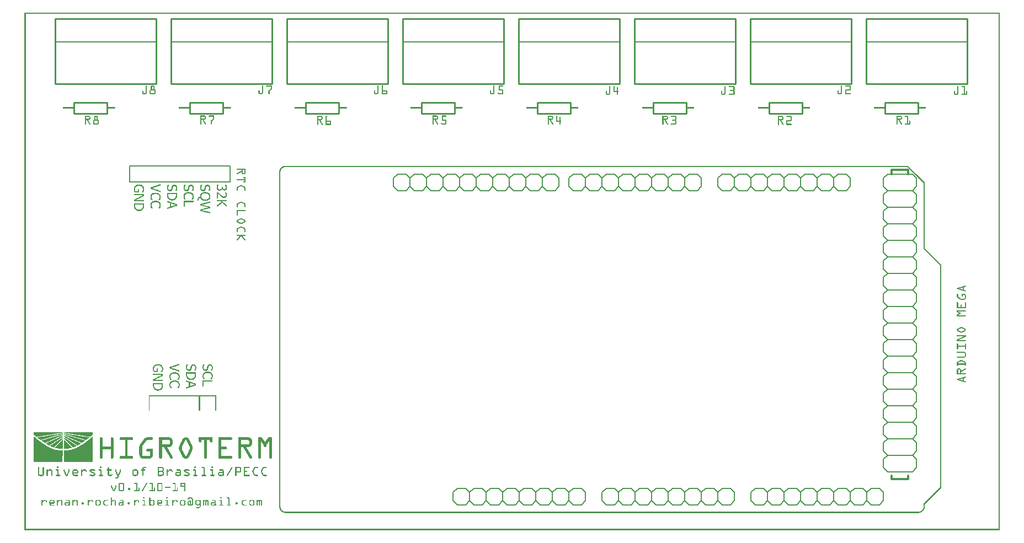
<source format=gto>
G04 MADE WITH FRITZING*
G04 WWW.FRITZING.ORG*
G04 DOUBLE SIDED*
G04 HOLES PLATED*
G04 CONTOUR ON CENTER OF CONTOUR VECTOR*
%ASAXBY*%
%FSLAX23Y23*%
%MOIN*%
%OFA0B0*%
%SFA1.0B1.0*%
%ADD10R,0.611875X0.102611X0.599375X0.090111*%
%ADD11C,0.006250*%
%ADD12C,0.010000*%
%ADD13C,0.005000*%
%ADD14C,0.012000*%
%ADD15C,0.006000*%
%ADD16R,0.001000X0.001000*%
%LNSILK1*%
G90*
G70*
G54D11*
X637Y2202D02*
X1242Y2202D01*
X1242Y2105D01*
X637Y2105D01*
X637Y2202D01*
D02*
G54D12*
X885Y2699D02*
X1495Y2699D01*
D02*
X1495Y3094D02*
X885Y3094D01*
D02*
X885Y3094D02*
X885Y2699D01*
G54D13*
D02*
X1495Y2952D02*
X885Y2952D01*
G54D12*
D02*
X1495Y2699D02*
X1495Y3094D01*
G54D14*
D02*
X5240Y329D02*
X5240Y309D01*
D02*
X5240Y309D02*
X5340Y309D01*
D02*
X5340Y309D02*
X5340Y329D01*
D02*
X5240Y2154D02*
X5240Y2179D01*
D02*
X5240Y2179D02*
X5340Y2179D01*
D02*
X5340Y2179D02*
X5340Y2154D01*
G54D15*
D02*
X5015Y254D02*
X5065Y254D01*
D02*
X5065Y254D02*
X5090Y229D01*
D02*
X5090Y229D02*
X5090Y179D01*
D02*
X5090Y179D02*
X5065Y154D01*
D02*
X4890Y229D02*
X4915Y254D01*
D02*
X4915Y254D02*
X4965Y254D01*
D02*
X4965Y254D02*
X4990Y229D01*
D02*
X4990Y229D02*
X4990Y179D01*
D02*
X4990Y179D02*
X4965Y154D01*
D02*
X4965Y154D02*
X4915Y154D01*
D02*
X4915Y154D02*
X4890Y179D01*
D02*
X5015Y254D02*
X4990Y229D01*
D02*
X4990Y179D02*
X5015Y154D01*
D02*
X5065Y154D02*
X5015Y154D01*
D02*
X4715Y254D02*
X4765Y254D01*
D02*
X4765Y254D02*
X4790Y229D01*
D02*
X4790Y229D02*
X4790Y179D01*
D02*
X4790Y179D02*
X4765Y154D01*
D02*
X4790Y229D02*
X4815Y254D01*
D02*
X4815Y254D02*
X4865Y254D01*
D02*
X4865Y254D02*
X4890Y229D01*
D02*
X4890Y229D02*
X4890Y179D01*
D02*
X4890Y179D02*
X4865Y154D01*
D02*
X4865Y154D02*
X4815Y154D01*
D02*
X4815Y154D02*
X4790Y179D01*
D02*
X4590Y229D02*
X4615Y254D01*
D02*
X4615Y254D02*
X4665Y254D01*
D02*
X4665Y254D02*
X4690Y229D01*
D02*
X4690Y229D02*
X4690Y179D01*
D02*
X4690Y179D02*
X4665Y154D01*
D02*
X4665Y154D02*
X4615Y154D01*
D02*
X4615Y154D02*
X4590Y179D01*
D02*
X4715Y254D02*
X4690Y229D01*
D02*
X4690Y179D02*
X4715Y154D01*
D02*
X4765Y154D02*
X4715Y154D01*
D02*
X4415Y254D02*
X4465Y254D01*
D02*
X4465Y254D02*
X4490Y229D01*
D02*
X4490Y229D02*
X4490Y179D01*
D02*
X4490Y179D02*
X4465Y154D01*
D02*
X4490Y229D02*
X4515Y254D01*
D02*
X4515Y254D02*
X4565Y254D01*
D02*
X4565Y254D02*
X4590Y229D01*
D02*
X4590Y229D02*
X4590Y179D01*
D02*
X4590Y179D02*
X4565Y154D01*
D02*
X4565Y154D02*
X4515Y154D01*
D02*
X4515Y154D02*
X4490Y179D01*
D02*
X4390Y229D02*
X4390Y179D01*
D02*
X4415Y254D02*
X4390Y229D01*
D02*
X4390Y179D02*
X4415Y154D01*
D02*
X4465Y154D02*
X4415Y154D01*
D02*
X5115Y254D02*
X5165Y254D01*
D02*
X5165Y254D02*
X5190Y229D01*
D02*
X5190Y229D02*
X5190Y179D01*
D02*
X5190Y179D02*
X5165Y154D01*
D02*
X5115Y254D02*
X5090Y229D01*
D02*
X5090Y179D02*
X5115Y154D01*
D02*
X5165Y154D02*
X5115Y154D01*
D02*
X4115Y254D02*
X4165Y254D01*
D02*
X4165Y254D02*
X4190Y229D01*
D02*
X4190Y229D02*
X4190Y179D01*
D02*
X4190Y179D02*
X4165Y154D01*
D02*
X3990Y229D02*
X4015Y254D01*
D02*
X4015Y254D02*
X4065Y254D01*
D02*
X4065Y254D02*
X4090Y229D01*
D02*
X4090Y229D02*
X4090Y179D01*
D02*
X4090Y179D02*
X4065Y154D01*
D02*
X4065Y154D02*
X4015Y154D01*
D02*
X4015Y154D02*
X3990Y179D01*
D02*
X4115Y254D02*
X4090Y229D01*
D02*
X4090Y179D02*
X4115Y154D01*
D02*
X4165Y154D02*
X4115Y154D01*
D02*
X3815Y254D02*
X3865Y254D01*
D02*
X3865Y254D02*
X3890Y229D01*
D02*
X3890Y229D02*
X3890Y179D01*
D02*
X3890Y179D02*
X3865Y154D01*
D02*
X3890Y229D02*
X3915Y254D01*
D02*
X3915Y254D02*
X3965Y254D01*
D02*
X3965Y254D02*
X3990Y229D01*
D02*
X3990Y229D02*
X3990Y179D01*
D02*
X3990Y179D02*
X3965Y154D01*
D02*
X3965Y154D02*
X3915Y154D01*
D02*
X3915Y154D02*
X3890Y179D01*
D02*
X3690Y229D02*
X3715Y254D01*
D02*
X3715Y254D02*
X3765Y254D01*
D02*
X3765Y254D02*
X3790Y229D01*
D02*
X3790Y229D02*
X3790Y179D01*
D02*
X3790Y179D02*
X3765Y154D01*
D02*
X3765Y154D02*
X3715Y154D01*
D02*
X3715Y154D02*
X3690Y179D01*
D02*
X3815Y254D02*
X3790Y229D01*
D02*
X3790Y179D02*
X3815Y154D01*
D02*
X3865Y154D02*
X3815Y154D01*
D02*
X3515Y254D02*
X3565Y254D01*
D02*
X3565Y254D02*
X3590Y229D01*
D02*
X3590Y229D02*
X3590Y179D01*
D02*
X3590Y179D02*
X3565Y154D01*
D02*
X3590Y229D02*
X3615Y254D01*
D02*
X3615Y254D02*
X3665Y254D01*
D02*
X3665Y254D02*
X3690Y229D01*
D02*
X3690Y229D02*
X3690Y179D01*
D02*
X3690Y179D02*
X3665Y154D01*
D02*
X3665Y154D02*
X3615Y154D01*
D02*
X3615Y154D02*
X3590Y179D01*
D02*
X3490Y229D02*
X3490Y179D01*
D02*
X3515Y254D02*
X3490Y229D01*
D02*
X3490Y179D02*
X3515Y154D01*
D02*
X3565Y154D02*
X3515Y154D01*
D02*
X4215Y254D02*
X4265Y254D01*
D02*
X4265Y254D02*
X4290Y229D01*
D02*
X4290Y229D02*
X4290Y179D01*
D02*
X4290Y179D02*
X4265Y154D01*
D02*
X4215Y254D02*
X4190Y229D01*
D02*
X4190Y179D02*
X4215Y154D01*
D02*
X4265Y154D02*
X4215Y154D01*
D02*
X4365Y2054D02*
X4315Y2054D01*
D02*
X4315Y2054D02*
X4290Y2079D01*
D02*
X4290Y2079D02*
X4290Y2129D01*
D02*
X4290Y2129D02*
X4315Y2154D01*
D02*
X4490Y2079D02*
X4465Y2054D01*
D02*
X4465Y2054D02*
X4415Y2054D01*
D02*
X4415Y2054D02*
X4390Y2079D01*
D02*
X4390Y2079D02*
X4390Y2129D01*
D02*
X4390Y2129D02*
X4415Y2154D01*
D02*
X4415Y2154D02*
X4465Y2154D01*
D02*
X4465Y2154D02*
X4490Y2129D01*
D02*
X4365Y2054D02*
X4390Y2079D01*
D02*
X4390Y2129D02*
X4365Y2154D01*
D02*
X4315Y2154D02*
X4365Y2154D01*
D02*
X4665Y2054D02*
X4615Y2054D01*
D02*
X4615Y2054D02*
X4590Y2079D01*
D02*
X4590Y2079D02*
X4590Y2129D01*
D02*
X4590Y2129D02*
X4615Y2154D01*
D02*
X4590Y2079D02*
X4565Y2054D01*
D02*
X4565Y2054D02*
X4515Y2054D01*
D02*
X4515Y2054D02*
X4490Y2079D01*
D02*
X4490Y2079D02*
X4490Y2129D01*
D02*
X4490Y2129D02*
X4515Y2154D01*
D02*
X4515Y2154D02*
X4565Y2154D01*
D02*
X4565Y2154D02*
X4590Y2129D01*
D02*
X4790Y2079D02*
X4765Y2054D01*
D02*
X4765Y2054D02*
X4715Y2054D01*
D02*
X4715Y2054D02*
X4690Y2079D01*
D02*
X4690Y2079D02*
X4690Y2129D01*
D02*
X4690Y2129D02*
X4715Y2154D01*
D02*
X4715Y2154D02*
X4765Y2154D01*
D02*
X4765Y2154D02*
X4790Y2129D01*
D02*
X4665Y2054D02*
X4690Y2079D01*
D02*
X4690Y2129D02*
X4665Y2154D01*
D02*
X4615Y2154D02*
X4665Y2154D01*
D02*
X4965Y2054D02*
X4915Y2054D01*
D02*
X4915Y2054D02*
X4890Y2079D01*
D02*
X4890Y2079D02*
X4890Y2129D01*
D02*
X4890Y2129D02*
X4915Y2154D01*
D02*
X4890Y2079D02*
X4865Y2054D01*
D02*
X4865Y2054D02*
X4815Y2054D01*
D02*
X4815Y2054D02*
X4790Y2079D01*
D02*
X4790Y2079D02*
X4790Y2129D01*
D02*
X4790Y2129D02*
X4815Y2154D01*
D02*
X4815Y2154D02*
X4865Y2154D01*
D02*
X4865Y2154D02*
X4890Y2129D01*
D02*
X4990Y2079D02*
X4990Y2129D01*
D02*
X4965Y2054D02*
X4990Y2079D01*
D02*
X4990Y2129D02*
X4965Y2154D01*
D02*
X4915Y2154D02*
X4965Y2154D01*
D02*
X4265Y2054D02*
X4215Y2054D01*
D02*
X4215Y2054D02*
X4190Y2079D01*
D02*
X4190Y2079D02*
X4190Y2129D01*
D02*
X4190Y2129D02*
X4215Y2154D01*
D02*
X4265Y2054D02*
X4290Y2079D01*
D02*
X4290Y2129D02*
X4265Y2154D01*
D02*
X4215Y2154D02*
X4265Y2154D01*
D02*
X3030Y2129D02*
X3055Y2154D01*
D02*
X3055Y2154D02*
X3105Y2154D01*
D02*
X3105Y2154D02*
X3130Y2129D01*
D02*
X3130Y2129D02*
X3130Y2079D01*
D02*
X3130Y2079D02*
X3105Y2054D01*
D02*
X3105Y2054D02*
X3055Y2054D01*
D02*
X3055Y2054D02*
X3030Y2079D01*
D02*
X2855Y2154D02*
X2905Y2154D01*
D02*
X2905Y2154D02*
X2930Y2129D01*
D02*
X2930Y2129D02*
X2930Y2079D01*
D02*
X2930Y2079D02*
X2905Y2054D01*
D02*
X2930Y2129D02*
X2955Y2154D01*
D02*
X2955Y2154D02*
X3005Y2154D01*
D02*
X3005Y2154D02*
X3030Y2129D01*
D02*
X3030Y2129D02*
X3030Y2079D01*
D02*
X3030Y2079D02*
X3005Y2054D01*
D02*
X3005Y2054D02*
X2955Y2054D01*
D02*
X2955Y2054D02*
X2930Y2079D01*
D02*
X2730Y2129D02*
X2755Y2154D01*
D02*
X2755Y2154D02*
X2805Y2154D01*
D02*
X2805Y2154D02*
X2830Y2129D01*
D02*
X2830Y2129D02*
X2830Y2079D01*
D02*
X2830Y2079D02*
X2805Y2054D01*
D02*
X2805Y2054D02*
X2755Y2054D01*
D02*
X2755Y2054D02*
X2730Y2079D01*
D02*
X2855Y2154D02*
X2830Y2129D01*
D02*
X2830Y2079D02*
X2855Y2054D01*
D02*
X2905Y2054D02*
X2855Y2054D01*
D02*
X2555Y2154D02*
X2605Y2154D01*
D02*
X2605Y2154D02*
X2630Y2129D01*
D02*
X2630Y2129D02*
X2630Y2079D01*
D02*
X2630Y2079D02*
X2605Y2054D01*
D02*
X2630Y2129D02*
X2655Y2154D01*
D02*
X2655Y2154D02*
X2705Y2154D01*
D02*
X2705Y2154D02*
X2730Y2129D01*
D02*
X2730Y2129D02*
X2730Y2079D01*
D02*
X2730Y2079D02*
X2705Y2054D01*
D02*
X2705Y2054D02*
X2655Y2054D01*
D02*
X2655Y2054D02*
X2630Y2079D01*
D02*
X2430Y2129D02*
X2455Y2154D01*
D02*
X2455Y2154D02*
X2505Y2154D01*
D02*
X2505Y2154D02*
X2530Y2129D01*
D02*
X2530Y2129D02*
X2530Y2079D01*
D02*
X2530Y2079D02*
X2505Y2054D01*
D02*
X2505Y2054D02*
X2455Y2054D01*
D02*
X2455Y2054D02*
X2430Y2079D01*
D02*
X2555Y2154D02*
X2530Y2129D01*
D02*
X2530Y2079D02*
X2555Y2054D01*
D02*
X2605Y2054D02*
X2555Y2054D01*
D02*
X2255Y2154D02*
X2305Y2154D01*
D02*
X2305Y2154D02*
X2330Y2129D01*
D02*
X2330Y2129D02*
X2330Y2079D01*
D02*
X2330Y2079D02*
X2305Y2054D01*
D02*
X2330Y2129D02*
X2355Y2154D01*
D02*
X2355Y2154D02*
X2405Y2154D01*
D02*
X2405Y2154D02*
X2430Y2129D01*
D02*
X2430Y2129D02*
X2430Y2079D01*
D02*
X2430Y2079D02*
X2405Y2054D01*
D02*
X2405Y2054D02*
X2355Y2054D01*
D02*
X2355Y2054D02*
X2330Y2079D01*
D02*
X2230Y2129D02*
X2230Y2079D01*
D02*
X2255Y2154D02*
X2230Y2129D01*
D02*
X2230Y2079D02*
X2255Y2054D01*
D02*
X2305Y2054D02*
X2255Y2054D01*
D02*
X3155Y2154D02*
X3205Y2154D01*
D02*
X3205Y2154D02*
X3230Y2129D01*
D02*
X3230Y2129D02*
X3230Y2079D01*
D02*
X3230Y2079D02*
X3205Y2054D01*
D02*
X3155Y2154D02*
X3130Y2129D01*
D02*
X3130Y2079D02*
X3155Y2054D01*
D02*
X3205Y2054D02*
X3155Y2054D01*
D02*
X3215Y254D02*
X3265Y254D01*
D02*
X3265Y254D02*
X3290Y229D01*
D02*
X3290Y229D02*
X3290Y179D01*
D02*
X3290Y179D02*
X3265Y154D01*
D02*
X3090Y229D02*
X3115Y254D01*
D02*
X3115Y254D02*
X3165Y254D01*
D02*
X3165Y254D02*
X3190Y229D01*
D02*
X3190Y229D02*
X3190Y179D01*
D02*
X3190Y179D02*
X3165Y154D01*
D02*
X3165Y154D02*
X3115Y154D01*
D02*
X3115Y154D02*
X3090Y179D01*
D02*
X3215Y254D02*
X3190Y229D01*
D02*
X3190Y179D02*
X3215Y154D01*
D02*
X3265Y154D02*
X3215Y154D01*
D02*
X2915Y254D02*
X2965Y254D01*
D02*
X2965Y254D02*
X2990Y229D01*
D02*
X2990Y229D02*
X2990Y179D01*
D02*
X2990Y179D02*
X2965Y154D01*
D02*
X2990Y229D02*
X3015Y254D01*
D02*
X3015Y254D02*
X3065Y254D01*
D02*
X3065Y254D02*
X3090Y229D01*
D02*
X3090Y229D02*
X3090Y179D01*
D02*
X3090Y179D02*
X3065Y154D01*
D02*
X3065Y154D02*
X3015Y154D01*
D02*
X3015Y154D02*
X2990Y179D01*
D02*
X2790Y229D02*
X2815Y254D01*
D02*
X2815Y254D02*
X2865Y254D01*
D02*
X2865Y254D02*
X2890Y229D01*
D02*
X2890Y229D02*
X2890Y179D01*
D02*
X2890Y179D02*
X2865Y154D01*
D02*
X2865Y154D02*
X2815Y154D01*
D02*
X2815Y154D02*
X2790Y179D01*
D02*
X2915Y254D02*
X2890Y229D01*
D02*
X2890Y179D02*
X2915Y154D01*
D02*
X2965Y154D02*
X2915Y154D01*
D02*
X2615Y254D02*
X2665Y254D01*
D02*
X2665Y254D02*
X2690Y229D01*
D02*
X2690Y229D02*
X2690Y179D01*
D02*
X2690Y179D02*
X2665Y154D01*
D02*
X2690Y229D02*
X2715Y254D01*
D02*
X2715Y254D02*
X2765Y254D01*
D02*
X2765Y254D02*
X2790Y229D01*
D02*
X2790Y229D02*
X2790Y179D01*
D02*
X2790Y179D02*
X2765Y154D01*
D02*
X2765Y154D02*
X2715Y154D01*
D02*
X2715Y154D02*
X2690Y179D01*
D02*
X2590Y229D02*
X2590Y179D01*
D02*
X2615Y254D02*
X2590Y229D01*
D02*
X2590Y179D02*
X2615Y154D01*
D02*
X2665Y154D02*
X2615Y154D01*
D02*
X3315Y254D02*
X3365Y254D01*
D02*
X3365Y254D02*
X3390Y229D01*
D02*
X3390Y229D02*
X3390Y179D01*
D02*
X3390Y179D02*
X3365Y154D01*
D02*
X3315Y254D02*
X3290Y229D01*
D02*
X3290Y179D02*
X3315Y154D01*
D02*
X3365Y154D02*
X3315Y154D01*
D02*
X3465Y2054D02*
X3415Y2054D01*
D02*
X3415Y2054D02*
X3390Y2079D01*
D02*
X3390Y2079D02*
X3390Y2129D01*
D02*
X3390Y2129D02*
X3415Y2154D01*
D02*
X3590Y2079D02*
X3565Y2054D01*
D02*
X3565Y2054D02*
X3515Y2054D01*
D02*
X3515Y2054D02*
X3490Y2079D01*
D02*
X3490Y2079D02*
X3490Y2129D01*
D02*
X3490Y2129D02*
X3515Y2154D01*
D02*
X3515Y2154D02*
X3565Y2154D01*
D02*
X3565Y2154D02*
X3590Y2129D01*
D02*
X3465Y2054D02*
X3490Y2079D01*
D02*
X3490Y2129D02*
X3465Y2154D01*
D02*
X3415Y2154D02*
X3465Y2154D01*
D02*
X3765Y2054D02*
X3715Y2054D01*
D02*
X3715Y2054D02*
X3690Y2079D01*
D02*
X3690Y2079D02*
X3690Y2129D01*
D02*
X3690Y2129D02*
X3715Y2154D01*
D02*
X3690Y2079D02*
X3665Y2054D01*
D02*
X3665Y2054D02*
X3615Y2054D01*
D02*
X3615Y2054D02*
X3590Y2079D01*
D02*
X3590Y2079D02*
X3590Y2129D01*
D02*
X3590Y2129D02*
X3615Y2154D01*
D02*
X3615Y2154D02*
X3665Y2154D01*
D02*
X3665Y2154D02*
X3690Y2129D01*
D02*
X3890Y2079D02*
X3865Y2054D01*
D02*
X3865Y2054D02*
X3815Y2054D01*
D02*
X3815Y2054D02*
X3790Y2079D01*
D02*
X3790Y2079D02*
X3790Y2129D01*
D02*
X3790Y2129D02*
X3815Y2154D01*
D02*
X3815Y2154D02*
X3865Y2154D01*
D02*
X3865Y2154D02*
X3890Y2129D01*
D02*
X3765Y2054D02*
X3790Y2079D01*
D02*
X3790Y2129D02*
X3765Y2154D01*
D02*
X3715Y2154D02*
X3765Y2154D01*
D02*
X4065Y2054D02*
X4015Y2054D01*
D02*
X4015Y2054D02*
X3990Y2079D01*
D02*
X3990Y2079D02*
X3990Y2129D01*
D02*
X3990Y2129D02*
X4015Y2154D01*
D02*
X3990Y2079D02*
X3965Y2054D01*
D02*
X3965Y2054D02*
X3915Y2054D01*
D02*
X3915Y2054D02*
X3890Y2079D01*
D02*
X3890Y2079D02*
X3890Y2129D01*
D02*
X3890Y2129D02*
X3915Y2154D01*
D02*
X3915Y2154D02*
X3965Y2154D01*
D02*
X3965Y2154D02*
X3990Y2129D01*
D02*
X4090Y2079D02*
X4090Y2129D01*
D02*
X4065Y2054D02*
X4090Y2079D01*
D02*
X4090Y2129D02*
X4065Y2154D01*
D02*
X4015Y2154D02*
X4065Y2154D01*
D02*
X3365Y2054D02*
X3315Y2054D01*
D02*
X3315Y2054D02*
X3290Y2079D01*
D02*
X3290Y2079D02*
X3290Y2129D01*
D02*
X3290Y2129D02*
X3315Y2154D01*
D02*
X3365Y2054D02*
X3390Y2079D01*
D02*
X3390Y2129D02*
X3365Y2154D01*
D02*
X3315Y2154D02*
X3365Y2154D01*
D02*
X5215Y2154D02*
X5190Y2129D01*
D02*
X5190Y2129D02*
X5190Y2079D01*
D02*
X5190Y2079D02*
X5215Y2054D01*
D02*
X5215Y2054D02*
X5190Y2029D01*
D02*
X5190Y2029D02*
X5190Y1979D01*
D02*
X5190Y1979D02*
X5215Y1954D01*
D02*
X5215Y1954D02*
X5190Y1929D01*
D02*
X5190Y1929D02*
X5190Y1879D01*
D02*
X5190Y1879D02*
X5215Y1854D01*
D02*
X5215Y1854D02*
X5190Y1829D01*
D02*
X5190Y1829D02*
X5190Y1779D01*
D02*
X5190Y1779D02*
X5215Y1754D01*
D02*
X5215Y1754D02*
X5190Y1729D01*
D02*
X5190Y1729D02*
X5190Y1679D01*
D02*
X5190Y1679D02*
X5215Y1654D01*
D02*
X5215Y1654D02*
X5190Y1629D01*
D02*
X5190Y1629D02*
X5190Y1579D01*
D02*
X5190Y1579D02*
X5215Y1554D01*
D02*
X5215Y2154D02*
X5365Y2154D01*
D02*
X5365Y2154D02*
X5390Y2129D01*
D02*
X5390Y2129D02*
X5390Y2079D01*
D02*
X5390Y2079D02*
X5365Y2054D01*
D02*
X5365Y2054D02*
X5390Y2029D01*
D02*
X5390Y2029D02*
X5390Y1979D01*
D02*
X5390Y1979D02*
X5365Y1954D01*
D02*
X5365Y1954D02*
X5390Y1929D01*
D02*
X5390Y1929D02*
X5390Y1879D01*
D02*
X5390Y1879D02*
X5365Y1854D01*
D02*
X5365Y1854D02*
X5390Y1829D01*
D02*
X5390Y1829D02*
X5390Y1779D01*
D02*
X5390Y1779D02*
X5365Y1754D01*
D02*
X5365Y1754D02*
X5390Y1729D01*
D02*
X5390Y1729D02*
X5390Y1679D01*
D02*
X5390Y1679D02*
X5365Y1654D01*
D02*
X5365Y1654D02*
X5390Y1629D01*
D02*
X5390Y1629D02*
X5390Y1579D01*
D02*
X5390Y1579D02*
X5365Y1554D01*
D02*
X5365Y1554D02*
X5390Y1529D01*
D02*
X5390Y1529D02*
X5390Y1479D01*
D02*
X5390Y1479D02*
X5365Y1454D01*
D02*
X5365Y1454D02*
X5390Y1429D01*
D02*
X5390Y1429D02*
X5390Y1379D01*
D02*
X5390Y1379D02*
X5365Y1354D01*
D02*
X5365Y1354D02*
X5390Y1329D01*
D02*
X5390Y1329D02*
X5390Y1279D01*
D02*
X5390Y1279D02*
X5365Y1254D01*
D02*
X5365Y1254D02*
X5390Y1229D01*
D02*
X5390Y1229D02*
X5390Y1179D01*
D02*
X5390Y1179D02*
X5365Y1154D01*
D02*
X5365Y1154D02*
X5390Y1129D01*
D02*
X5390Y1129D02*
X5390Y1079D01*
D02*
X5390Y1079D02*
X5365Y1054D01*
D02*
X5365Y1054D02*
X5390Y1029D01*
D02*
X5390Y1029D02*
X5390Y979D01*
D02*
X5365Y954D02*
X5390Y979D01*
D02*
X5365Y954D02*
X5390Y929D01*
D02*
X5390Y879D02*
X5390Y929D01*
D02*
X5390Y879D02*
X5365Y854D01*
D02*
X5365Y854D02*
X5390Y829D01*
D02*
X5390Y779D02*
X5390Y829D01*
D02*
X5390Y779D02*
X5365Y754D01*
D02*
X5365Y754D02*
X5390Y729D01*
D02*
X5390Y679D02*
X5390Y729D01*
D02*
X5390Y679D02*
X5365Y654D01*
D02*
X5365Y654D02*
X5390Y629D01*
D02*
X5390Y579D02*
X5390Y629D01*
D02*
X5390Y579D02*
X5365Y554D01*
D02*
X5365Y554D02*
X5390Y529D01*
D02*
X5390Y479D02*
X5390Y529D01*
D02*
X5390Y479D02*
X5365Y454D01*
D02*
X5365Y454D02*
X5390Y429D01*
D02*
X5390Y379D02*
X5390Y429D01*
D02*
X5390Y379D02*
X5365Y354D01*
D02*
X5215Y354D02*
X5190Y379D01*
D02*
X5190Y379D02*
X5190Y429D01*
D02*
X5215Y454D02*
X5190Y429D01*
D02*
X5215Y454D02*
X5190Y479D01*
D02*
X5190Y479D02*
X5190Y529D01*
D02*
X5215Y554D02*
X5190Y529D01*
D02*
X5215Y554D02*
X5190Y579D01*
D02*
X5190Y629D02*
X5190Y579D01*
D02*
X5190Y629D02*
X5215Y654D01*
D02*
X5215Y654D02*
X5190Y679D01*
D02*
X5190Y729D02*
X5190Y679D01*
D02*
X5190Y729D02*
X5215Y754D01*
D02*
X5215Y754D02*
X5190Y779D01*
D02*
X5190Y779D02*
X5190Y829D01*
D02*
X5215Y854D02*
X5190Y829D01*
D02*
X5215Y854D02*
X5190Y879D01*
D02*
X5190Y879D02*
X5190Y929D01*
D02*
X5215Y954D02*
X5190Y929D01*
D02*
X5215Y954D02*
X5190Y979D01*
D02*
X5190Y979D02*
X5190Y1029D01*
D02*
X5215Y1054D02*
X5190Y1029D01*
D02*
X5215Y1054D02*
X5190Y1079D01*
D02*
X5190Y1079D02*
X5190Y1129D01*
D02*
X5215Y1154D02*
X5190Y1129D01*
D02*
X5215Y1154D02*
X5190Y1179D01*
D02*
X5190Y1179D02*
X5190Y1229D01*
D02*
X5215Y1254D02*
X5190Y1229D01*
D02*
X5215Y1254D02*
X5190Y1279D01*
D02*
X5190Y1279D02*
X5190Y1329D01*
D02*
X5215Y1354D02*
X5190Y1329D01*
D02*
X5215Y1354D02*
X5190Y1379D01*
D02*
X5190Y1379D02*
X5190Y1429D01*
D02*
X5215Y1454D02*
X5190Y1429D01*
D02*
X5215Y1454D02*
X5190Y1479D01*
D02*
X5190Y1479D02*
X5190Y1529D01*
D02*
X5215Y1554D02*
X5190Y1529D01*
D02*
X5365Y2054D02*
X5215Y2054D01*
D02*
X5365Y1954D02*
X5215Y1954D01*
D02*
X5365Y1854D02*
X5215Y1854D01*
D02*
X5365Y1754D02*
X5215Y1754D01*
D02*
X5365Y1654D02*
X5215Y1654D01*
D02*
X5365Y1554D02*
X5215Y1554D01*
D02*
X5365Y1454D02*
X5215Y1454D01*
D02*
X5365Y1354D02*
X5215Y1354D01*
D02*
X5365Y1254D02*
X5215Y1254D01*
D02*
X5365Y1154D02*
X5215Y1154D01*
D02*
X5365Y1054D02*
X5215Y1054D01*
D02*
X5365Y954D02*
X5215Y954D01*
D02*
X5365Y854D02*
X5215Y854D01*
D02*
X5365Y754D02*
X5215Y754D01*
D02*
X5365Y654D02*
X5215Y654D01*
D02*
X5365Y554D02*
X5215Y554D01*
D02*
X5365Y454D02*
X5215Y454D01*
D02*
X5365Y354D02*
X5215Y354D01*
G54D12*
D02*
X1585Y2699D02*
X2195Y2699D01*
D02*
X2195Y3094D02*
X1585Y3094D01*
D02*
X1585Y3094D02*
X1585Y2699D01*
G54D13*
D02*
X2195Y2952D02*
X1585Y2952D01*
G54D12*
D02*
X2195Y2699D02*
X2195Y3094D01*
D02*
X185Y2699D02*
X795Y2699D01*
D02*
X795Y3094D02*
X185Y3094D01*
D02*
X185Y3094D02*
X185Y2699D01*
G54D13*
D02*
X795Y2952D02*
X185Y2952D01*
G54D12*
D02*
X795Y2699D02*
X795Y3094D01*
D02*
X2285Y2699D02*
X2895Y2699D01*
D02*
X2895Y3094D02*
X2285Y3094D01*
D02*
X2285Y3094D02*
X2285Y2699D01*
G54D13*
D02*
X2895Y2952D02*
X2285Y2952D01*
G54D12*
D02*
X2895Y2699D02*
X2895Y3094D01*
D02*
X3685Y2699D02*
X4295Y2699D01*
D02*
X4295Y3094D02*
X3685Y3094D01*
D02*
X3685Y3094D02*
X3685Y2699D01*
G54D13*
D02*
X4295Y2952D02*
X3685Y2952D01*
G54D12*
D02*
X4295Y2699D02*
X4295Y3094D01*
D02*
X2985Y2699D02*
X3595Y2699D01*
D02*
X3595Y3094D02*
X2985Y3094D01*
D02*
X2985Y3094D02*
X2985Y2699D01*
G54D13*
D02*
X3595Y2952D02*
X2985Y2952D01*
G54D12*
D02*
X3595Y2699D02*
X3595Y3094D01*
D02*
X5085Y2699D02*
X5695Y2699D01*
D02*
X5695Y3094D02*
X5085Y3094D01*
D02*
X5085Y3094D02*
X5085Y2699D01*
G54D13*
D02*
X5695Y2952D02*
X5085Y2952D01*
G54D12*
D02*
X5695Y2699D02*
X5695Y3094D01*
D02*
X4385Y2699D02*
X4995Y2699D01*
D02*
X4995Y3094D02*
X4385Y3094D01*
D02*
X4385Y3094D02*
X4385Y2699D01*
G54D13*
D02*
X4995Y2952D02*
X4385Y2952D01*
G54D12*
D02*
X4995Y2699D02*
X4995Y3094D01*
D02*
X999Y2587D02*
X1199Y2587D01*
D02*
X1199Y2587D02*
X1199Y2521D01*
D02*
X1199Y2521D02*
X999Y2521D01*
D02*
X999Y2521D02*
X999Y2587D01*
D02*
X1699Y2587D02*
X1899Y2587D01*
D02*
X1899Y2587D02*
X1899Y2521D01*
D02*
X1899Y2521D02*
X1699Y2521D01*
D02*
X1699Y2521D02*
X1699Y2587D01*
D02*
X2399Y2587D02*
X2599Y2587D01*
D02*
X2599Y2587D02*
X2599Y2521D01*
D02*
X2599Y2521D02*
X2399Y2521D01*
D02*
X2399Y2521D02*
X2399Y2587D01*
D02*
X3099Y2587D02*
X3299Y2587D01*
D02*
X3299Y2587D02*
X3299Y2521D01*
D02*
X3299Y2521D02*
X3099Y2521D01*
D02*
X3099Y2521D02*
X3099Y2587D01*
D02*
X3799Y2587D02*
X3999Y2587D01*
D02*
X3999Y2587D02*
X3999Y2521D01*
D02*
X3999Y2521D02*
X3799Y2521D01*
D02*
X3799Y2521D02*
X3799Y2587D01*
D02*
X4499Y2587D02*
X4699Y2587D01*
D02*
X4699Y2587D02*
X4699Y2521D01*
D02*
X4699Y2521D02*
X4499Y2521D01*
D02*
X4499Y2521D02*
X4499Y2587D01*
D02*
X5199Y2587D02*
X5399Y2587D01*
D02*
X5399Y2587D02*
X5399Y2521D01*
D02*
X5399Y2521D02*
X5199Y2521D01*
D02*
X5199Y2521D02*
X5199Y2587D01*
D02*
X299Y2587D02*
X499Y2587D01*
D02*
X499Y2587D02*
X499Y2521D01*
D02*
X499Y2521D02*
X299Y2521D01*
D02*
X299Y2521D02*
X299Y2587D01*
G36*
X56Y593D02*
X56Y578D01*
X57Y578D01*
X57Y577D01*
X57Y577D01*
X57Y577D01*
X58Y577D01*
X58Y576D01*
X58Y576D01*
X58Y576D01*
X59Y576D01*
X59Y575D01*
X60Y575D01*
X60Y575D01*
X60Y575D01*
X60Y574D01*
X61Y574D01*
X61Y574D01*
X61Y574D01*
X61Y573D01*
X62Y573D01*
X62Y573D01*
X63Y573D01*
X63Y572D01*
X63Y572D01*
X63Y572D01*
X64Y572D01*
X64Y571D01*
X64Y571D01*
X64Y571D01*
X65Y571D01*
X65Y570D01*
X66Y570D01*
X66Y570D01*
X66Y570D01*
X66Y569D01*
X67Y569D01*
X67Y569D01*
X67Y569D01*
X67Y568D01*
X68Y568D01*
X68Y568D01*
X69Y568D01*
X69Y567D01*
X69Y567D01*
X69Y567D01*
X70Y567D01*
X70Y566D01*
X71Y566D01*
X71Y566D01*
X71Y566D01*
X71Y565D01*
X72Y565D01*
X72Y565D01*
X75Y565D01*
X75Y565D01*
X78Y565D01*
X78Y566D01*
X82Y566D01*
X82Y566D01*
X85Y566D01*
X85Y567D01*
X88Y567D01*
X88Y567D01*
X91Y567D01*
X91Y568D01*
X94Y568D01*
X94Y568D01*
X97Y568D01*
X97Y569D01*
X100Y569D01*
X100Y569D01*
X103Y569D01*
X103Y570D01*
X107Y570D01*
X107Y570D01*
X110Y570D01*
X110Y571D01*
X113Y571D01*
X113Y571D01*
X116Y571D01*
X116Y572D01*
X119Y572D01*
X119Y572D01*
X122Y572D01*
X122Y573D01*
X125Y573D01*
X125Y573D01*
X128Y573D01*
X128Y574D01*
X131Y574D01*
X131Y574D01*
X134Y574D01*
X134Y575D01*
X137Y575D01*
X137Y575D01*
X140Y575D01*
X140Y576D01*
X144Y576D01*
X144Y576D01*
X147Y576D01*
X147Y577D01*
X150Y577D01*
X150Y577D01*
X153Y577D01*
X153Y578D01*
X156Y578D01*
X156Y578D01*
X159Y578D01*
X159Y579D01*
X162Y579D01*
X162Y579D01*
X166Y579D01*
X166Y580D01*
X169Y580D01*
X169Y580D01*
X172Y580D01*
X172Y581D01*
X175Y581D01*
X175Y581D01*
X178Y581D01*
X178Y582D01*
X181Y582D01*
X181Y582D01*
X184Y582D01*
X184Y583D01*
X187Y583D01*
X187Y583D01*
X191Y583D01*
X191Y584D01*
X194Y584D01*
X194Y584D01*
X197Y584D01*
X197Y585D01*
X200Y585D01*
X200Y585D01*
X203Y585D01*
X203Y586D01*
X206Y586D01*
X206Y586D01*
X209Y586D01*
X209Y587D01*
X212Y587D01*
X212Y587D01*
X215Y587D01*
X215Y588D01*
X219Y588D01*
X219Y588D01*
X222Y588D01*
X222Y589D01*
X224Y589D01*
X224Y589D01*
X227Y589D01*
X227Y590D01*
X231Y590D01*
X231Y593D01*
X66Y593D01*
X66Y593D01*
X56Y593D01*
G37*
D02*
G36*
X404Y593D02*
X404Y593D01*
X238Y593D01*
X238Y590D01*
X242Y590D01*
X242Y589D01*
X245Y589D01*
X245Y589D01*
X248Y589D01*
X248Y588D01*
X251Y588D01*
X251Y588D01*
X255Y588D01*
X255Y587D01*
X258Y587D01*
X258Y587D01*
X261Y587D01*
X261Y586D01*
X264Y586D01*
X264Y586D01*
X267Y586D01*
X267Y585D01*
X270Y585D01*
X270Y585D01*
X273Y585D01*
X273Y584D01*
X277Y584D01*
X277Y584D01*
X280Y584D01*
X280Y583D01*
X283Y583D01*
X283Y583D01*
X286Y583D01*
X286Y582D01*
X289Y582D01*
X289Y582D01*
X292Y582D01*
X292Y581D01*
X295Y581D01*
X295Y581D01*
X298Y581D01*
X298Y580D01*
X302Y580D01*
X302Y580D01*
X305Y580D01*
X305Y579D01*
X308Y579D01*
X308Y579D01*
X311Y579D01*
X311Y578D01*
X314Y578D01*
X314Y578D01*
X317Y578D01*
X317Y577D01*
X320Y577D01*
X320Y577D01*
X323Y577D01*
X323Y576D01*
X326Y576D01*
X326Y576D01*
X329Y576D01*
X329Y575D01*
X332Y575D01*
X332Y575D01*
X335Y575D01*
X335Y574D01*
X339Y574D01*
X339Y574D01*
X342Y574D01*
X342Y573D01*
X345Y573D01*
X345Y573D01*
X348Y573D01*
X348Y572D01*
X351Y572D01*
X351Y572D01*
X354Y572D01*
X354Y571D01*
X357Y571D01*
X357Y571D01*
X360Y571D01*
X360Y570D01*
X364Y570D01*
X364Y570D01*
X367Y570D01*
X367Y569D01*
X370Y569D01*
X370Y569D01*
X373Y569D01*
X373Y568D01*
X376Y568D01*
X376Y568D01*
X379Y568D01*
X379Y567D01*
X382Y567D01*
X382Y567D01*
X386Y567D01*
X386Y566D01*
X389Y566D01*
X389Y566D01*
X392Y566D01*
X392Y565D01*
X395Y565D01*
X395Y565D01*
X398Y565D01*
X398Y565D01*
X399Y565D01*
X399Y566D01*
X399Y566D01*
X399Y566D01*
X400Y566D01*
X400Y567D01*
X401Y567D01*
X401Y567D01*
X401Y567D01*
X401Y568D01*
X402Y568D01*
X402Y568D01*
X403Y568D01*
X403Y569D01*
X403Y569D01*
X403Y569D01*
X404Y569D01*
X404Y570D01*
X404Y570D01*
X404Y570D01*
X405Y570D01*
X405Y571D01*
X406Y571D01*
X406Y571D01*
X406Y571D01*
X406Y572D01*
X407Y572D01*
X407Y572D01*
X407Y572D01*
X407Y573D01*
X408Y573D01*
X408Y573D01*
X409Y573D01*
X409Y574D01*
X409Y574D01*
X409Y574D01*
X410Y574D01*
X410Y575D01*
X410Y575D01*
X410Y575D01*
X411Y575D01*
X411Y576D01*
X412Y576D01*
X412Y576D01*
X412Y576D01*
X412Y577D01*
X413Y577D01*
X413Y577D01*
X413Y577D01*
X413Y578D01*
X413Y578D01*
X413Y593D01*
X404Y593D01*
G37*
D02*
G36*
X230Y586D02*
X230Y586D01*
X227Y586D01*
X227Y585D01*
X224Y585D01*
X224Y585D01*
X221Y585D01*
X221Y584D01*
X218Y584D01*
X218Y584D01*
X215Y584D01*
X215Y583D01*
X212Y583D01*
X212Y583D01*
X209Y583D01*
X209Y582D01*
X206Y582D01*
X206Y582D01*
X203Y582D01*
X203Y581D01*
X199Y581D01*
X199Y581D01*
X196Y581D01*
X196Y580D01*
X193Y580D01*
X193Y580D01*
X190Y580D01*
X190Y579D01*
X187Y579D01*
X187Y579D01*
X184Y579D01*
X184Y578D01*
X181Y578D01*
X181Y578D01*
X178Y578D01*
X178Y577D01*
X174Y577D01*
X174Y577D01*
X171Y577D01*
X171Y576D01*
X168Y576D01*
X168Y576D01*
X165Y576D01*
X165Y575D01*
X162Y575D01*
X162Y575D01*
X159Y575D01*
X159Y574D01*
X156Y574D01*
X156Y574D01*
X152Y574D01*
X152Y573D01*
X149Y573D01*
X149Y573D01*
X146Y573D01*
X146Y572D01*
X143Y572D01*
X143Y572D01*
X140Y572D01*
X140Y571D01*
X137Y571D01*
X137Y571D01*
X134Y571D01*
X134Y570D01*
X131Y570D01*
X131Y570D01*
X128Y570D01*
X128Y569D01*
X125Y569D01*
X125Y569D01*
X122Y569D01*
X122Y568D01*
X119Y568D01*
X119Y568D01*
X115Y568D01*
X115Y567D01*
X112Y567D01*
X112Y567D01*
X109Y567D01*
X109Y566D01*
X106Y566D01*
X106Y566D01*
X103Y566D01*
X103Y565D01*
X100Y565D01*
X100Y565D01*
X97Y565D01*
X97Y564D01*
X93Y564D01*
X93Y564D01*
X90Y564D01*
X90Y563D01*
X87Y563D01*
X87Y563D01*
X84Y563D01*
X84Y562D01*
X81Y562D01*
X81Y562D01*
X78Y562D01*
X78Y561D01*
X77Y561D01*
X77Y561D01*
X78Y561D01*
X78Y560D01*
X78Y560D01*
X78Y560D01*
X79Y560D01*
X79Y559D01*
X80Y559D01*
X80Y559D01*
X80Y559D01*
X80Y558D01*
X81Y558D01*
X81Y558D01*
X82Y558D01*
X82Y557D01*
X82Y557D01*
X82Y557D01*
X83Y557D01*
X83Y556D01*
X84Y556D01*
X84Y556D01*
X84Y556D01*
X84Y555D01*
X85Y555D01*
X85Y555D01*
X86Y555D01*
X86Y554D01*
X86Y554D01*
X86Y554D01*
X87Y554D01*
X87Y553D01*
X88Y553D01*
X88Y553D01*
X88Y553D01*
X88Y552D01*
X89Y552D01*
X89Y552D01*
X90Y552D01*
X90Y551D01*
X90Y551D01*
X90Y551D01*
X91Y551D01*
X91Y550D01*
X92Y550D01*
X92Y550D01*
X92Y550D01*
X92Y549D01*
X93Y549D01*
X93Y549D01*
X94Y549D01*
X94Y548D01*
X94Y548D01*
X94Y548D01*
X95Y548D01*
X95Y547D01*
X96Y547D01*
X96Y547D01*
X96Y547D01*
X96Y546D01*
X97Y546D01*
X97Y546D01*
X98Y546D01*
X98Y546D01*
X100Y546D01*
X100Y547D01*
X102Y547D01*
X102Y547D01*
X104Y547D01*
X104Y548D01*
X105Y548D01*
X105Y548D01*
X107Y548D01*
X107Y549D01*
X109Y549D01*
X109Y549D01*
X111Y549D01*
X111Y550D01*
X112Y550D01*
X112Y550D01*
X114Y550D01*
X114Y551D01*
X116Y551D01*
X116Y551D01*
X118Y551D01*
X118Y552D01*
X120Y552D01*
X120Y552D01*
X121Y552D01*
X121Y553D01*
X123Y553D01*
X123Y553D01*
X125Y553D01*
X125Y554D01*
X127Y554D01*
X127Y554D01*
X128Y554D01*
X128Y555D01*
X130Y555D01*
X130Y555D01*
X131Y555D01*
X131Y556D01*
X133Y556D01*
X133Y556D01*
X135Y556D01*
X135Y557D01*
X137Y557D01*
X137Y557D01*
X139Y557D01*
X139Y558D01*
X140Y558D01*
X140Y558D01*
X142Y558D01*
X142Y559D01*
X144Y559D01*
X144Y559D01*
X146Y559D01*
X146Y560D01*
X147Y560D01*
X147Y560D01*
X149Y560D01*
X149Y561D01*
X151Y561D01*
X151Y561D01*
X153Y561D01*
X153Y562D01*
X154Y562D01*
X154Y562D01*
X156Y562D01*
X156Y563D01*
X158Y563D01*
X158Y563D01*
X160Y563D01*
X160Y564D01*
X162Y564D01*
X162Y564D01*
X163Y564D01*
X163Y565D01*
X165Y565D01*
X165Y565D01*
X167Y565D01*
X167Y566D01*
X169Y566D01*
X169Y566D01*
X170Y566D01*
X170Y567D01*
X172Y567D01*
X172Y567D01*
X174Y567D01*
X174Y568D01*
X176Y568D01*
X176Y568D01*
X177Y568D01*
X177Y569D01*
X179Y569D01*
X179Y569D01*
X181Y569D01*
X181Y570D01*
X183Y570D01*
X183Y570D01*
X185Y570D01*
X185Y571D01*
X186Y571D01*
X186Y571D01*
X188Y571D01*
X188Y572D01*
X190Y572D01*
X190Y572D01*
X192Y572D01*
X192Y573D01*
X193Y573D01*
X193Y573D01*
X195Y573D01*
X195Y574D01*
X197Y574D01*
X197Y574D01*
X199Y574D01*
X199Y575D01*
X201Y575D01*
X201Y575D01*
X202Y575D01*
X202Y576D01*
X204Y576D01*
X204Y576D01*
X206Y576D01*
X206Y577D01*
X208Y577D01*
X208Y577D01*
X209Y577D01*
X209Y578D01*
X211Y578D01*
X211Y578D01*
X213Y578D01*
X213Y579D01*
X215Y579D01*
X215Y579D01*
X216Y579D01*
X216Y580D01*
X218Y580D01*
X218Y580D01*
X220Y580D01*
X220Y581D01*
X222Y581D01*
X222Y581D01*
X224Y581D01*
X224Y582D01*
X225Y582D01*
X225Y582D01*
X227Y582D01*
X227Y583D01*
X228Y583D01*
X228Y583D01*
X230Y583D01*
X230Y584D01*
X231Y584D01*
X231Y586D01*
X230Y586D01*
G37*
D02*
G36*
X238Y586D02*
X238Y584D01*
X239Y584D01*
X239Y583D01*
X241Y583D01*
X241Y583D01*
X243Y583D01*
X243Y582D01*
X245Y582D01*
X245Y582D01*
X247Y582D01*
X247Y581D01*
X248Y581D01*
X248Y581D01*
X250Y581D01*
X250Y580D01*
X252Y580D01*
X252Y580D01*
X254Y580D01*
X254Y579D01*
X255Y579D01*
X255Y579D01*
X257Y579D01*
X257Y578D01*
X259Y578D01*
X259Y578D01*
X261Y578D01*
X261Y577D01*
X262Y577D01*
X262Y577D01*
X264Y577D01*
X264Y576D01*
X266Y576D01*
X266Y576D01*
X268Y576D01*
X268Y575D01*
X270Y575D01*
X270Y575D01*
X271Y575D01*
X271Y574D01*
X273Y574D01*
X273Y574D01*
X275Y574D01*
X275Y573D01*
X277Y573D01*
X277Y573D01*
X278Y573D01*
X278Y572D01*
X280Y572D01*
X280Y572D01*
X282Y572D01*
X282Y571D01*
X284Y571D01*
X284Y571D01*
X286Y571D01*
X286Y570D01*
X287Y570D01*
X287Y570D01*
X289Y570D01*
X289Y569D01*
X291Y569D01*
X291Y569D01*
X293Y569D01*
X293Y568D01*
X294Y568D01*
X294Y568D01*
X296Y568D01*
X296Y567D01*
X298Y567D01*
X298Y567D01*
X300Y567D01*
X300Y566D01*
X301Y566D01*
X301Y566D01*
X303Y566D01*
X303Y565D01*
X305Y565D01*
X305Y565D01*
X307Y565D01*
X307Y564D01*
X309Y564D01*
X309Y564D01*
X310Y564D01*
X310Y563D01*
X312Y563D01*
X312Y563D01*
X314Y563D01*
X314Y562D01*
X316Y562D01*
X316Y562D01*
X317Y562D01*
X317Y561D01*
X319Y561D01*
X319Y561D01*
X320Y561D01*
X320Y560D01*
X322Y560D01*
X322Y560D01*
X324Y560D01*
X324Y559D01*
X326Y559D01*
X326Y559D01*
X328Y559D01*
X328Y558D01*
X329Y558D01*
X329Y558D01*
X331Y558D01*
X331Y557D01*
X333Y557D01*
X333Y557D01*
X335Y557D01*
X335Y556D01*
X336Y556D01*
X336Y556D01*
X338Y556D01*
X338Y555D01*
X340Y555D01*
X340Y555D01*
X342Y555D01*
X342Y554D01*
X343Y554D01*
X343Y554D01*
X345Y554D01*
X345Y553D01*
X347Y553D01*
X347Y553D01*
X349Y553D01*
X349Y552D01*
X351Y552D01*
X351Y552D01*
X352Y552D01*
X352Y551D01*
X354Y551D01*
X354Y551D01*
X356Y551D01*
X356Y550D01*
X358Y550D01*
X358Y550D01*
X359Y550D01*
X359Y549D01*
X361Y549D01*
X361Y549D01*
X363Y549D01*
X363Y548D01*
X365Y548D01*
X365Y548D01*
X367Y548D01*
X367Y547D01*
X368Y547D01*
X368Y547D01*
X370Y547D01*
X370Y546D01*
X372Y546D01*
X372Y546D01*
X373Y546D01*
X373Y546D01*
X374Y546D01*
X374Y547D01*
X374Y547D01*
X374Y547D01*
X375Y547D01*
X375Y548D01*
X376Y548D01*
X376Y548D01*
X376Y548D01*
X376Y549D01*
X377Y549D01*
X377Y549D01*
X378Y549D01*
X378Y550D01*
X378Y550D01*
X378Y550D01*
X379Y550D01*
X379Y551D01*
X380Y551D01*
X380Y551D01*
X380Y551D01*
X380Y552D01*
X381Y552D01*
X381Y552D01*
X382Y552D01*
X382Y553D01*
X382Y553D01*
X382Y553D01*
X383Y553D01*
X383Y554D01*
X384Y554D01*
X384Y554D01*
X385Y554D01*
X385Y555D01*
X385Y555D01*
X385Y555D01*
X386Y555D01*
X386Y556D01*
X387Y556D01*
X387Y556D01*
X387Y556D01*
X387Y557D01*
X388Y557D01*
X388Y557D01*
X389Y557D01*
X389Y558D01*
X389Y558D01*
X389Y558D01*
X390Y558D01*
X390Y559D01*
X390Y559D01*
X390Y559D01*
X391Y559D01*
X391Y560D01*
X392Y560D01*
X392Y560D01*
X392Y560D01*
X392Y561D01*
X393Y561D01*
X393Y561D01*
X392Y561D01*
X392Y562D01*
X389Y562D01*
X389Y562D01*
X386Y562D01*
X386Y563D01*
X383Y563D01*
X383Y563D01*
X380Y563D01*
X380Y564D01*
X377Y564D01*
X377Y564D01*
X374Y564D01*
X374Y565D01*
X370Y565D01*
X370Y565D01*
X367Y565D01*
X367Y566D01*
X364Y566D01*
X364Y566D01*
X361Y566D01*
X361Y567D01*
X358Y567D01*
X358Y567D01*
X355Y567D01*
X355Y568D01*
X352Y568D01*
X352Y568D01*
X348Y568D01*
X348Y569D01*
X345Y569D01*
X345Y569D01*
X342Y569D01*
X342Y570D01*
X339Y570D01*
X339Y570D01*
X336Y570D01*
X336Y571D01*
X333Y571D01*
X333Y571D01*
X330Y571D01*
X330Y572D01*
X327Y572D01*
X327Y572D01*
X323Y572D01*
X323Y573D01*
X320Y573D01*
X320Y573D01*
X318Y573D01*
X318Y574D01*
X315Y574D01*
X315Y574D01*
X311Y574D01*
X311Y575D01*
X308Y575D01*
X308Y575D01*
X305Y575D01*
X305Y576D01*
X302Y576D01*
X302Y576D01*
X299Y576D01*
X299Y577D01*
X296Y577D01*
X296Y577D01*
X293Y577D01*
X293Y578D01*
X290Y578D01*
X290Y578D01*
X286Y578D01*
X286Y579D01*
X283Y579D01*
X283Y579D01*
X280Y579D01*
X280Y580D01*
X277Y580D01*
X277Y580D01*
X274Y580D01*
X274Y581D01*
X271Y581D01*
X271Y581D01*
X268Y581D01*
X268Y582D01*
X265Y582D01*
X265Y582D01*
X261Y582D01*
X261Y583D01*
X258Y583D01*
X258Y583D01*
X255Y583D01*
X255Y584D01*
X252Y584D01*
X252Y584D01*
X249Y584D01*
X249Y585D01*
X246Y585D01*
X246Y585D01*
X243Y585D01*
X243Y586D01*
X239Y586D01*
X239Y586D01*
X238Y586D01*
G37*
D02*
G36*
X230Y580D02*
X230Y579D01*
X229Y579D01*
X229Y579D01*
X227Y579D01*
X227Y578D01*
X225Y578D01*
X225Y578D01*
X224Y578D01*
X224Y577D01*
X222Y577D01*
X222Y577D01*
X220Y577D01*
X220Y576D01*
X218Y576D01*
X218Y576D01*
X217Y576D01*
X217Y575D01*
X215Y575D01*
X215Y575D01*
X213Y575D01*
X213Y574D01*
X211Y574D01*
X211Y574D01*
X210Y574D01*
X210Y573D01*
X208Y573D01*
X208Y573D01*
X206Y573D01*
X206Y572D01*
X204Y572D01*
X204Y572D01*
X203Y572D01*
X203Y571D01*
X201Y571D01*
X201Y571D01*
X199Y571D01*
X199Y570D01*
X197Y570D01*
X197Y570D01*
X195Y570D01*
X195Y569D01*
X194Y569D01*
X194Y569D01*
X192Y569D01*
X192Y568D01*
X190Y568D01*
X190Y568D01*
X188Y568D01*
X188Y567D01*
X187Y567D01*
X187Y567D01*
X185Y567D01*
X185Y566D01*
X183Y566D01*
X183Y566D01*
X181Y566D01*
X181Y565D01*
X179Y565D01*
X179Y565D01*
X178Y565D01*
X178Y564D01*
X176Y564D01*
X176Y564D01*
X174Y564D01*
X174Y563D01*
X172Y563D01*
X172Y563D01*
X171Y563D01*
X171Y562D01*
X169Y562D01*
X169Y562D01*
X167Y562D01*
X167Y561D01*
X165Y561D01*
X165Y561D01*
X164Y561D01*
X164Y560D01*
X162Y560D01*
X162Y560D01*
X160Y560D01*
X160Y559D01*
X158Y559D01*
X158Y559D01*
X156Y559D01*
X156Y558D01*
X155Y558D01*
X155Y558D01*
X153Y558D01*
X153Y557D01*
X151Y557D01*
X151Y557D01*
X149Y557D01*
X149Y556D01*
X148Y556D01*
X148Y556D01*
X146Y556D01*
X146Y555D01*
X144Y555D01*
X144Y555D01*
X142Y555D01*
X142Y554D01*
X141Y554D01*
X141Y554D01*
X139Y554D01*
X139Y553D01*
X137Y553D01*
X137Y553D01*
X135Y553D01*
X135Y552D01*
X133Y552D01*
X133Y552D01*
X132Y552D01*
X132Y551D01*
X130Y551D01*
X130Y551D01*
X129Y551D01*
X129Y550D01*
X127Y550D01*
X127Y550D01*
X125Y550D01*
X125Y549D01*
X123Y549D01*
X123Y549D01*
X122Y549D01*
X122Y548D01*
X120Y548D01*
X120Y548D01*
X118Y548D01*
X118Y547D01*
X116Y547D01*
X116Y547D01*
X114Y547D01*
X114Y546D01*
X113Y546D01*
X113Y546D01*
X111Y546D01*
X111Y545D01*
X109Y545D01*
X109Y545D01*
X107Y545D01*
X107Y544D01*
X106Y544D01*
X106Y544D01*
X104Y544D01*
X104Y543D01*
X102Y543D01*
X102Y543D01*
X102Y543D01*
X102Y542D01*
X103Y542D01*
X103Y542D01*
X104Y542D01*
X104Y541D01*
X104Y541D01*
X104Y541D01*
X105Y541D01*
X105Y540D01*
X106Y540D01*
X106Y540D01*
X106Y540D01*
X106Y539D01*
X107Y539D01*
X107Y539D01*
X108Y539D01*
X108Y538D01*
X109Y538D01*
X109Y538D01*
X109Y538D01*
X109Y537D01*
X110Y537D01*
X110Y537D01*
X111Y537D01*
X111Y536D01*
X112Y536D01*
X112Y536D01*
X112Y536D01*
X112Y535D01*
X113Y535D01*
X113Y535D01*
X114Y535D01*
X114Y534D01*
X115Y534D01*
X115Y534D01*
X115Y534D01*
X115Y533D01*
X116Y533D01*
X116Y533D01*
X117Y533D01*
X117Y532D01*
X118Y532D01*
X118Y532D01*
X118Y532D01*
X118Y531D01*
X119Y531D01*
X119Y531D01*
X120Y531D01*
X120Y530D01*
X121Y530D01*
X121Y530D01*
X121Y530D01*
X121Y529D01*
X122Y529D01*
X122Y529D01*
X123Y529D01*
X123Y528D01*
X124Y528D01*
X124Y528D01*
X125Y528D01*
X125Y528D01*
X126Y528D01*
X126Y529D01*
X127Y529D01*
X127Y529D01*
X128Y529D01*
X128Y530D01*
X129Y530D01*
X129Y530D01*
X130Y530D01*
X130Y531D01*
X131Y531D01*
X131Y531D01*
X132Y531D01*
X132Y532D01*
X133Y532D01*
X133Y532D01*
X134Y532D01*
X134Y533D01*
X135Y533D01*
X135Y533D01*
X136Y533D01*
X136Y534D01*
X138Y534D01*
X138Y534D01*
X139Y534D01*
X139Y535D01*
X140Y535D01*
X140Y535D01*
X141Y535D01*
X141Y536D01*
X142Y536D01*
X142Y536D01*
X143Y536D01*
X143Y537D01*
X144Y537D01*
X144Y537D01*
X146Y537D01*
X146Y538D01*
X147Y538D01*
X147Y538D01*
X148Y538D01*
X148Y539D01*
X149Y539D01*
X149Y539D01*
X150Y539D01*
X150Y540D01*
X151Y540D01*
X151Y540D01*
X152Y540D01*
X152Y541D01*
X153Y541D01*
X153Y541D01*
X155Y541D01*
X155Y542D01*
X156Y542D01*
X156Y542D01*
X157Y542D01*
X157Y543D01*
X158Y543D01*
X158Y543D01*
X159Y543D01*
X159Y544D01*
X160Y544D01*
X160Y544D01*
X161Y544D01*
X161Y545D01*
X162Y545D01*
X162Y545D01*
X164Y545D01*
X164Y546D01*
X165Y546D01*
X165Y546D01*
X166Y546D01*
X166Y547D01*
X167Y547D01*
X167Y547D01*
X168Y547D01*
X168Y548D01*
X169Y548D01*
X169Y548D01*
X170Y548D01*
X170Y549D01*
X172Y549D01*
X172Y549D01*
X173Y549D01*
X173Y550D01*
X174Y550D01*
X174Y550D01*
X175Y550D01*
X175Y551D01*
X176Y551D01*
X176Y551D01*
X177Y551D01*
X177Y552D01*
X178Y552D01*
X178Y552D01*
X179Y552D01*
X179Y553D01*
X181Y553D01*
X181Y553D01*
X182Y553D01*
X182Y554D01*
X183Y554D01*
X183Y554D01*
X184Y554D01*
X184Y555D01*
X185Y555D01*
X185Y555D01*
X186Y555D01*
X186Y556D01*
X187Y556D01*
X187Y556D01*
X188Y556D01*
X188Y557D01*
X190Y557D01*
X190Y557D01*
X191Y557D01*
X191Y558D01*
X192Y558D01*
X192Y558D01*
X193Y558D01*
X193Y559D01*
X194Y559D01*
X194Y559D01*
X195Y559D01*
X195Y560D01*
X196Y560D01*
X196Y560D01*
X197Y560D01*
X197Y561D01*
X199Y561D01*
X199Y561D01*
X200Y561D01*
X200Y562D01*
X201Y562D01*
X201Y562D01*
X202Y562D01*
X202Y563D01*
X203Y563D01*
X203Y563D01*
X204Y563D01*
X204Y564D01*
X205Y564D01*
X205Y564D01*
X207Y564D01*
X207Y565D01*
X208Y565D01*
X208Y565D01*
X209Y565D01*
X209Y566D01*
X210Y566D01*
X210Y566D01*
X211Y566D01*
X211Y567D01*
X212Y567D01*
X212Y567D01*
X213Y567D01*
X213Y568D01*
X214Y568D01*
X214Y568D01*
X216Y568D01*
X216Y569D01*
X217Y569D01*
X217Y569D01*
X218Y569D01*
X218Y570D01*
X219Y570D01*
X219Y570D01*
X220Y570D01*
X220Y571D01*
X221Y571D01*
X221Y571D01*
X222Y571D01*
X222Y572D01*
X223Y572D01*
X223Y572D01*
X224Y572D01*
X224Y573D01*
X225Y573D01*
X225Y573D01*
X226Y573D01*
X226Y574D01*
X227Y574D01*
X227Y574D01*
X229Y574D01*
X229Y575D01*
X230Y575D01*
X230Y575D01*
X231Y575D01*
X231Y576D01*
X231Y576D01*
X231Y580D01*
X230Y580D01*
G37*
D02*
G36*
X238Y580D02*
X238Y576D01*
X239Y576D01*
X239Y575D01*
X240Y575D01*
X240Y575D01*
X241Y575D01*
X241Y574D01*
X242Y574D01*
X242Y574D01*
X243Y574D01*
X243Y573D01*
X244Y573D01*
X244Y573D01*
X245Y573D01*
X245Y572D01*
X247Y572D01*
X247Y572D01*
X248Y572D01*
X248Y571D01*
X249Y571D01*
X249Y571D01*
X250Y571D01*
X250Y570D01*
X251Y570D01*
X251Y570D01*
X252Y570D01*
X252Y569D01*
X253Y569D01*
X253Y569D01*
X254Y569D01*
X254Y568D01*
X256Y568D01*
X256Y568D01*
X257Y568D01*
X257Y567D01*
X258Y567D01*
X258Y567D01*
X259Y567D01*
X259Y566D01*
X260Y566D01*
X260Y566D01*
X261Y566D01*
X261Y565D01*
X262Y565D01*
X262Y565D01*
X264Y565D01*
X264Y564D01*
X265Y564D01*
X265Y564D01*
X266Y564D01*
X266Y563D01*
X267Y563D01*
X267Y563D01*
X268Y563D01*
X268Y562D01*
X269Y562D01*
X269Y562D01*
X270Y562D01*
X270Y561D01*
X271Y561D01*
X271Y561D01*
X273Y561D01*
X273Y560D01*
X274Y560D01*
X274Y560D01*
X275Y560D01*
X275Y559D01*
X276Y559D01*
X276Y559D01*
X277Y559D01*
X277Y558D01*
X278Y558D01*
X278Y558D01*
X279Y558D01*
X279Y557D01*
X280Y557D01*
X280Y557D01*
X282Y557D01*
X282Y556D01*
X283Y556D01*
X283Y556D01*
X284Y556D01*
X284Y555D01*
X285Y555D01*
X285Y555D01*
X286Y555D01*
X286Y554D01*
X287Y554D01*
X287Y554D01*
X288Y554D01*
X288Y553D01*
X290Y553D01*
X290Y553D01*
X291Y553D01*
X291Y552D01*
X292Y552D01*
X292Y552D01*
X293Y552D01*
X293Y551D01*
X294Y551D01*
X294Y551D01*
X295Y551D01*
X295Y550D01*
X296Y550D01*
X296Y550D01*
X297Y550D01*
X297Y549D01*
X299Y549D01*
X299Y549D01*
X300Y549D01*
X300Y548D01*
X301Y548D01*
X301Y548D01*
X302Y548D01*
X302Y547D01*
X303Y547D01*
X303Y547D01*
X304Y547D01*
X304Y546D01*
X305Y546D01*
X305Y546D01*
X306Y546D01*
X306Y545D01*
X308Y545D01*
X308Y545D01*
X309Y545D01*
X309Y544D01*
X310Y544D01*
X310Y544D01*
X311Y544D01*
X311Y543D01*
X312Y543D01*
X312Y543D01*
X313Y543D01*
X313Y542D01*
X314Y542D01*
X314Y542D01*
X316Y542D01*
X316Y541D01*
X317Y541D01*
X317Y541D01*
X318Y541D01*
X318Y540D01*
X318Y540D01*
X318Y540D01*
X320Y540D01*
X320Y539D01*
X321Y539D01*
X321Y539D01*
X322Y539D01*
X322Y538D01*
X323Y538D01*
X323Y538D01*
X324Y538D01*
X324Y537D01*
X325Y537D01*
X325Y537D01*
X326Y537D01*
X326Y536D01*
X327Y536D01*
X327Y536D01*
X329Y536D01*
X329Y535D01*
X330Y535D01*
X330Y535D01*
X331Y535D01*
X331Y534D01*
X332Y534D01*
X332Y534D01*
X333Y534D01*
X333Y533D01*
X334Y533D01*
X334Y533D01*
X335Y533D01*
X335Y532D01*
X336Y532D01*
X336Y532D01*
X338Y532D01*
X338Y531D01*
X339Y531D01*
X339Y531D01*
X340Y531D01*
X340Y530D01*
X341Y530D01*
X341Y530D01*
X342Y530D01*
X342Y529D01*
X343Y529D01*
X343Y529D01*
X344Y529D01*
X344Y528D01*
X346Y528D01*
X346Y528D01*
X346Y528D01*
X346Y528D01*
X347Y528D01*
X347Y529D01*
X348Y529D01*
X348Y529D01*
X349Y529D01*
X349Y530D01*
X349Y530D01*
X349Y530D01*
X350Y530D01*
X350Y531D01*
X351Y531D01*
X351Y531D01*
X352Y531D01*
X352Y532D01*
X352Y532D01*
X352Y532D01*
X353Y532D01*
X353Y533D01*
X354Y533D01*
X354Y533D01*
X355Y533D01*
X355Y534D01*
X355Y534D01*
X355Y534D01*
X356Y534D01*
X356Y535D01*
X357Y535D01*
X357Y535D01*
X358Y535D01*
X358Y536D01*
X358Y536D01*
X358Y536D01*
X359Y536D01*
X359Y537D01*
X360Y537D01*
X360Y537D01*
X361Y537D01*
X361Y538D01*
X361Y538D01*
X361Y538D01*
X362Y538D01*
X362Y539D01*
X363Y539D01*
X363Y539D01*
X364Y539D01*
X364Y540D01*
X364Y540D01*
X364Y540D01*
X365Y540D01*
X365Y541D01*
X366Y541D01*
X366Y541D01*
X366Y541D01*
X366Y542D01*
X367Y542D01*
X367Y542D01*
X368Y542D01*
X368Y543D01*
X368Y543D01*
X368Y543D01*
X366Y543D01*
X366Y544D01*
X364Y544D01*
X364Y544D01*
X363Y544D01*
X363Y545D01*
X361Y545D01*
X361Y545D01*
X359Y545D01*
X359Y546D01*
X357Y546D01*
X357Y546D01*
X356Y546D01*
X356Y547D01*
X354Y547D01*
X354Y547D01*
X352Y547D01*
X352Y548D01*
X350Y548D01*
X350Y548D01*
X349Y548D01*
X349Y549D01*
X347Y549D01*
X347Y549D01*
X345Y549D01*
X345Y550D01*
X343Y550D01*
X343Y550D01*
X341Y550D01*
X341Y551D01*
X340Y551D01*
X340Y551D01*
X338Y551D01*
X338Y552D01*
X336Y552D01*
X336Y552D01*
X334Y552D01*
X334Y553D01*
X333Y553D01*
X333Y553D01*
X331Y553D01*
X331Y554D01*
X329Y554D01*
X329Y554D01*
X327Y554D01*
X327Y555D01*
X326Y555D01*
X326Y555D01*
X324Y555D01*
X324Y556D01*
X322Y556D01*
X322Y556D01*
X320Y556D01*
X320Y557D01*
X318Y557D01*
X318Y557D01*
X317Y557D01*
X317Y558D01*
X315Y558D01*
X315Y558D01*
X314Y558D01*
X314Y559D01*
X312Y559D01*
X312Y559D01*
X310Y559D01*
X310Y560D01*
X308Y560D01*
X308Y560D01*
X307Y560D01*
X307Y561D01*
X305Y561D01*
X305Y561D01*
X303Y561D01*
X303Y562D01*
X301Y562D01*
X301Y562D01*
X299Y562D01*
X299Y563D01*
X298Y563D01*
X298Y563D01*
X296Y563D01*
X296Y564D01*
X294Y564D01*
X294Y564D01*
X292Y564D01*
X292Y565D01*
X291Y565D01*
X291Y565D01*
X289Y565D01*
X289Y566D01*
X287Y566D01*
X287Y566D01*
X285Y566D01*
X285Y567D01*
X284Y567D01*
X284Y567D01*
X282Y567D01*
X282Y568D01*
X280Y568D01*
X280Y568D01*
X278Y568D01*
X278Y569D01*
X276Y569D01*
X276Y569D01*
X275Y569D01*
X275Y570D01*
X273Y570D01*
X273Y570D01*
X271Y570D01*
X271Y571D01*
X269Y571D01*
X269Y571D01*
X268Y571D01*
X268Y572D01*
X266Y572D01*
X266Y572D01*
X264Y572D01*
X264Y573D01*
X262Y573D01*
X262Y573D01*
X260Y573D01*
X260Y574D01*
X259Y574D01*
X259Y574D01*
X257Y574D01*
X257Y575D01*
X255Y575D01*
X255Y575D01*
X253Y575D01*
X253Y576D01*
X252Y576D01*
X252Y576D01*
X250Y576D01*
X250Y577D01*
X248Y577D01*
X248Y577D01*
X246Y577D01*
X246Y578D01*
X245Y578D01*
X245Y578D01*
X243Y578D01*
X243Y579D01*
X241Y579D01*
X241Y579D01*
X239Y579D01*
X239Y580D01*
X238Y580D01*
G37*
D02*
G36*
X239Y571D02*
X239Y566D01*
X240Y566D01*
X240Y565D01*
X240Y565D01*
X240Y565D01*
X241Y565D01*
X241Y564D01*
X242Y564D01*
X242Y564D01*
X243Y564D01*
X243Y563D01*
X244Y563D01*
X244Y563D01*
X244Y563D01*
X244Y562D01*
X245Y562D01*
X245Y562D01*
X246Y562D01*
X246Y561D01*
X247Y561D01*
X247Y561D01*
X247Y561D01*
X247Y560D01*
X248Y560D01*
X248Y560D01*
X249Y560D01*
X249Y559D01*
X250Y559D01*
X250Y559D01*
X250Y559D01*
X250Y558D01*
X251Y558D01*
X251Y558D01*
X252Y558D01*
X252Y557D01*
X253Y557D01*
X253Y557D01*
X253Y557D01*
X253Y556D01*
X254Y556D01*
X254Y556D01*
X255Y556D01*
X255Y555D01*
X256Y555D01*
X256Y555D01*
X256Y555D01*
X256Y554D01*
X257Y554D01*
X257Y554D01*
X258Y554D01*
X258Y553D01*
X259Y553D01*
X259Y553D01*
X260Y553D01*
X260Y552D01*
X260Y552D01*
X260Y552D01*
X261Y552D01*
X261Y551D01*
X262Y551D01*
X262Y551D01*
X263Y551D01*
X263Y550D01*
X263Y550D01*
X263Y550D01*
X264Y550D01*
X264Y549D01*
X265Y549D01*
X265Y549D01*
X266Y549D01*
X266Y548D01*
X266Y548D01*
X266Y548D01*
X267Y548D01*
X267Y547D01*
X268Y547D01*
X268Y547D01*
X269Y547D01*
X269Y546D01*
X269Y546D01*
X269Y546D01*
X270Y546D01*
X270Y545D01*
X271Y545D01*
X271Y545D01*
X272Y545D01*
X272Y544D01*
X272Y544D01*
X272Y544D01*
X273Y544D01*
X273Y543D01*
X274Y543D01*
X274Y543D01*
X275Y543D01*
X275Y542D01*
X275Y542D01*
X275Y542D01*
X276Y542D01*
X276Y541D01*
X277Y541D01*
X277Y541D01*
X278Y541D01*
X278Y540D01*
X279Y540D01*
X279Y540D01*
X279Y540D01*
X279Y539D01*
X280Y539D01*
X280Y539D01*
X281Y539D01*
X281Y538D01*
X282Y538D01*
X282Y538D01*
X282Y538D01*
X282Y537D01*
X283Y537D01*
X283Y537D01*
X284Y537D01*
X284Y536D01*
X285Y536D01*
X285Y536D01*
X285Y536D01*
X285Y535D01*
X286Y535D01*
X286Y535D01*
X287Y535D01*
X287Y534D01*
X288Y534D01*
X288Y534D01*
X288Y534D01*
X288Y533D01*
X289Y533D01*
X289Y533D01*
X290Y533D01*
X290Y532D01*
X291Y532D01*
X291Y532D01*
X291Y532D01*
X291Y531D01*
X292Y531D01*
X292Y531D01*
X293Y531D01*
X293Y530D01*
X294Y530D01*
X294Y530D01*
X294Y530D01*
X294Y529D01*
X295Y529D01*
X295Y529D01*
X296Y529D01*
X296Y528D01*
X297Y528D01*
X297Y528D01*
X298Y528D01*
X298Y527D01*
X298Y527D01*
X298Y527D01*
X299Y527D01*
X299Y526D01*
X300Y526D01*
X300Y526D01*
X301Y526D01*
X301Y525D01*
X301Y525D01*
X301Y525D01*
X302Y525D01*
X302Y524D01*
X303Y524D01*
X303Y524D01*
X304Y524D01*
X304Y523D01*
X304Y523D01*
X304Y523D01*
X305Y523D01*
X305Y522D01*
X306Y522D01*
X306Y522D01*
X307Y522D01*
X307Y521D01*
X307Y521D01*
X307Y521D01*
X308Y521D01*
X308Y520D01*
X309Y520D01*
X309Y520D01*
X310Y520D01*
X310Y519D01*
X310Y519D01*
X310Y519D01*
X311Y519D01*
X311Y518D01*
X312Y518D01*
X312Y518D01*
X313Y518D01*
X313Y517D01*
X314Y517D01*
X314Y517D01*
X314Y517D01*
X314Y516D01*
X315Y516D01*
X315Y516D01*
X316Y516D01*
X316Y515D01*
X317Y515D01*
X317Y515D01*
X317Y515D01*
X317Y514D01*
X318Y514D01*
X318Y514D01*
X318Y514D01*
X318Y513D01*
X319Y513D01*
X319Y513D01*
X320Y513D01*
X320Y512D01*
X320Y512D01*
X320Y513D01*
X321Y513D01*
X321Y513D01*
X322Y513D01*
X322Y514D01*
X323Y514D01*
X323Y514D01*
X324Y514D01*
X324Y515D01*
X325Y515D01*
X325Y515D01*
X326Y515D01*
X326Y516D01*
X327Y516D01*
X327Y516D01*
X328Y516D01*
X328Y517D01*
X328Y517D01*
X328Y517D01*
X329Y517D01*
X329Y518D01*
X330Y518D01*
X330Y518D01*
X331Y518D01*
X331Y519D01*
X332Y519D01*
X332Y519D01*
X333Y519D01*
X333Y520D01*
X333Y520D01*
X333Y520D01*
X334Y520D01*
X334Y521D01*
X335Y521D01*
X335Y521D01*
X336Y521D01*
X336Y522D01*
X337Y522D01*
X337Y522D01*
X337Y522D01*
X337Y523D01*
X338Y523D01*
X338Y523D01*
X339Y523D01*
X339Y524D01*
X340Y524D01*
X340Y524D01*
X341Y524D01*
X341Y525D01*
X341Y525D01*
X341Y526D01*
X340Y526D01*
X340Y526D01*
X339Y526D01*
X339Y527D01*
X338Y527D01*
X338Y527D01*
X337Y527D01*
X337Y528D01*
X336Y528D01*
X336Y528D01*
X335Y528D01*
X335Y529D01*
X333Y529D01*
X333Y529D01*
X332Y529D01*
X332Y530D01*
X331Y530D01*
X331Y530D01*
X330Y530D01*
X330Y531D01*
X329Y531D01*
X329Y531D01*
X328Y531D01*
X328Y532D01*
X327Y532D01*
X327Y532D01*
X326Y532D01*
X326Y533D01*
X324Y533D01*
X324Y533D01*
X323Y533D01*
X323Y534D01*
X322Y534D01*
X322Y534D01*
X321Y534D01*
X321Y535D01*
X320Y535D01*
X320Y535D01*
X319Y535D01*
X319Y536D01*
X318Y536D01*
X318Y536D01*
X317Y536D01*
X317Y537D01*
X316Y537D01*
X316Y537D01*
X315Y537D01*
X315Y538D01*
X314Y538D01*
X314Y538D01*
X313Y538D01*
X313Y539D01*
X311Y539D01*
X311Y539D01*
X310Y539D01*
X310Y540D01*
X309Y540D01*
X309Y540D01*
X308Y540D01*
X308Y541D01*
X307Y541D01*
X307Y541D01*
X306Y541D01*
X306Y542D01*
X305Y542D01*
X305Y542D01*
X303Y542D01*
X303Y543D01*
X302Y543D01*
X302Y543D01*
X301Y543D01*
X301Y544D01*
X300Y544D01*
X300Y544D01*
X299Y544D01*
X299Y545D01*
X298Y545D01*
X298Y545D01*
X297Y545D01*
X297Y546D01*
X296Y546D01*
X296Y546D01*
X294Y546D01*
X294Y547D01*
X293Y547D01*
X293Y547D01*
X292Y547D01*
X292Y548D01*
X291Y548D01*
X291Y548D01*
X290Y548D01*
X290Y549D01*
X289Y549D01*
X289Y549D01*
X288Y549D01*
X288Y550D01*
X287Y550D01*
X287Y550D01*
X285Y550D01*
X285Y551D01*
X284Y551D01*
X284Y551D01*
X283Y551D01*
X283Y552D01*
X282Y552D01*
X282Y552D01*
X281Y552D01*
X281Y553D01*
X280Y553D01*
X280Y553D01*
X279Y553D01*
X279Y554D01*
X277Y554D01*
X277Y554D01*
X276Y554D01*
X276Y555D01*
X275Y555D01*
X275Y555D01*
X274Y555D01*
X274Y556D01*
X273Y556D01*
X273Y556D01*
X272Y556D01*
X272Y557D01*
X271Y557D01*
X271Y557D01*
X270Y557D01*
X270Y558D01*
X268Y558D01*
X268Y558D01*
X267Y558D01*
X267Y559D01*
X266Y559D01*
X266Y559D01*
X265Y559D01*
X265Y560D01*
X264Y560D01*
X264Y560D01*
X263Y560D01*
X263Y561D01*
X262Y561D01*
X262Y561D01*
X261Y561D01*
X261Y562D01*
X259Y562D01*
X259Y562D01*
X258Y562D01*
X258Y563D01*
X257Y563D01*
X257Y563D01*
X256Y563D01*
X256Y564D01*
X255Y564D01*
X255Y564D01*
X254Y564D01*
X254Y565D01*
X253Y565D01*
X253Y565D01*
X251Y565D01*
X251Y566D01*
X250Y566D01*
X250Y566D01*
X249Y566D01*
X249Y567D01*
X248Y567D01*
X248Y567D01*
X247Y567D01*
X247Y568D01*
X246Y568D01*
X246Y568D01*
X245Y568D01*
X245Y569D01*
X244Y569D01*
X244Y569D01*
X242Y569D01*
X242Y570D01*
X241Y570D01*
X241Y570D01*
X240Y570D01*
X240Y571D01*
X239Y571D01*
X239Y571D01*
X239Y571D01*
G37*
D02*
G36*
X229Y571D02*
X229Y570D01*
X228Y570D01*
X228Y570D01*
X227Y570D01*
X227Y569D01*
X226Y569D01*
X226Y569D01*
X225Y569D01*
X225Y568D01*
X224Y568D01*
X224Y568D01*
X223Y568D01*
X223Y567D01*
X222Y567D01*
X222Y567D01*
X221Y567D01*
X221Y566D01*
X220Y566D01*
X220Y566D01*
X219Y566D01*
X219Y565D01*
X217Y565D01*
X217Y565D01*
X216Y565D01*
X216Y564D01*
X215Y564D01*
X215Y564D01*
X214Y564D01*
X214Y563D01*
X213Y563D01*
X213Y563D01*
X212Y563D01*
X212Y562D01*
X211Y562D01*
X211Y562D01*
X210Y562D01*
X210Y561D01*
X208Y561D01*
X208Y561D01*
X207Y561D01*
X207Y560D01*
X206Y560D01*
X206Y560D01*
X205Y560D01*
X205Y559D01*
X204Y559D01*
X204Y559D01*
X203Y559D01*
X203Y558D01*
X202Y558D01*
X202Y558D01*
X200Y558D01*
X200Y557D01*
X199Y557D01*
X199Y557D01*
X198Y557D01*
X198Y556D01*
X197Y556D01*
X197Y556D01*
X196Y556D01*
X196Y555D01*
X195Y555D01*
X195Y555D01*
X194Y555D01*
X194Y554D01*
X193Y554D01*
X193Y554D01*
X191Y554D01*
X191Y553D01*
X190Y553D01*
X190Y553D01*
X189Y553D01*
X189Y552D01*
X188Y552D01*
X188Y552D01*
X187Y552D01*
X187Y551D01*
X186Y551D01*
X186Y551D01*
X185Y551D01*
X185Y550D01*
X184Y550D01*
X184Y550D01*
X182Y550D01*
X182Y549D01*
X181Y549D01*
X181Y549D01*
X180Y549D01*
X180Y548D01*
X179Y548D01*
X179Y548D01*
X178Y548D01*
X178Y547D01*
X177Y547D01*
X177Y547D01*
X176Y547D01*
X176Y546D01*
X174Y546D01*
X174Y546D01*
X173Y546D01*
X173Y545D01*
X172Y545D01*
X172Y545D01*
X171Y545D01*
X171Y544D01*
X170Y544D01*
X170Y544D01*
X169Y544D01*
X169Y543D01*
X168Y543D01*
X168Y543D01*
X167Y543D01*
X167Y542D01*
X165Y542D01*
X165Y542D01*
X164Y542D01*
X164Y541D01*
X163Y541D01*
X163Y541D01*
X162Y541D01*
X162Y540D01*
X161Y540D01*
X161Y540D01*
X160Y540D01*
X160Y539D01*
X159Y539D01*
X159Y539D01*
X158Y539D01*
X158Y538D01*
X156Y538D01*
X156Y538D01*
X155Y538D01*
X155Y537D01*
X154Y537D01*
X154Y537D01*
X153Y537D01*
X153Y536D01*
X152Y536D01*
X152Y536D01*
X151Y536D01*
X151Y535D01*
X150Y535D01*
X150Y535D01*
X148Y535D01*
X148Y534D01*
X147Y534D01*
X147Y534D01*
X146Y534D01*
X146Y533D01*
X145Y533D01*
X145Y533D01*
X144Y533D01*
X144Y532D01*
X143Y532D01*
X143Y532D01*
X142Y532D01*
X142Y531D01*
X141Y531D01*
X141Y531D01*
X139Y531D01*
X139Y530D01*
X138Y530D01*
X138Y530D01*
X137Y530D01*
X137Y529D01*
X136Y529D01*
X136Y529D01*
X135Y529D01*
X135Y528D01*
X134Y528D01*
X134Y528D01*
X133Y528D01*
X133Y527D01*
X132Y527D01*
X132Y527D01*
X130Y527D01*
X130Y526D01*
X129Y526D01*
X129Y526D01*
X129Y526D01*
X129Y525D01*
X129Y525D01*
X129Y524D01*
X130Y524D01*
X130Y524D01*
X130Y524D01*
X130Y523D01*
X131Y523D01*
X131Y523D01*
X132Y523D01*
X132Y522D01*
X133Y522D01*
X133Y522D01*
X134Y522D01*
X134Y521D01*
X134Y521D01*
X134Y521D01*
X135Y521D01*
X135Y520D01*
X136Y520D01*
X136Y520D01*
X137Y520D01*
X137Y519D01*
X138Y519D01*
X138Y519D01*
X139Y519D01*
X139Y518D01*
X139Y518D01*
X139Y518D01*
X140Y518D01*
X140Y517D01*
X141Y517D01*
X141Y517D01*
X142Y517D01*
X142Y516D01*
X143Y516D01*
X143Y516D01*
X144Y516D01*
X144Y515D01*
X145Y515D01*
X145Y515D01*
X146Y515D01*
X146Y514D01*
X147Y514D01*
X147Y514D01*
X148Y514D01*
X148Y513D01*
X149Y513D01*
X149Y513D01*
X150Y513D01*
X150Y513D01*
X151Y513D01*
X151Y514D01*
X152Y514D01*
X152Y514D01*
X153Y514D01*
X153Y515D01*
X153Y515D01*
X153Y515D01*
X154Y515D01*
X154Y516D01*
X155Y516D01*
X155Y516D01*
X156Y516D01*
X156Y517D01*
X157Y517D01*
X157Y517D01*
X157Y517D01*
X157Y518D01*
X158Y518D01*
X158Y518D01*
X159Y518D01*
X159Y519D01*
X160Y519D01*
X160Y519D01*
X160Y519D01*
X160Y520D01*
X161Y520D01*
X161Y520D01*
X162Y520D01*
X162Y521D01*
X163Y521D01*
X163Y521D01*
X163Y521D01*
X163Y522D01*
X164Y522D01*
X164Y522D01*
X165Y522D01*
X165Y523D01*
X166Y523D01*
X166Y523D01*
X166Y523D01*
X166Y524D01*
X167Y524D01*
X167Y524D01*
X168Y524D01*
X168Y525D01*
X169Y525D01*
X169Y525D01*
X169Y525D01*
X169Y526D01*
X170Y526D01*
X170Y526D01*
X171Y526D01*
X171Y527D01*
X172Y527D01*
X172Y527D01*
X172Y527D01*
X172Y528D01*
X173Y528D01*
X173Y528D01*
X174Y528D01*
X174Y529D01*
X175Y529D01*
X175Y529D01*
X176Y529D01*
X176Y530D01*
X176Y530D01*
X176Y530D01*
X177Y530D01*
X177Y531D01*
X178Y531D01*
X178Y531D01*
X179Y531D01*
X179Y532D01*
X179Y532D01*
X179Y532D01*
X180Y532D01*
X180Y533D01*
X181Y533D01*
X181Y533D01*
X182Y533D01*
X182Y534D01*
X182Y534D01*
X182Y534D01*
X183Y534D01*
X183Y535D01*
X184Y535D01*
X184Y535D01*
X185Y535D01*
X185Y536D01*
X185Y536D01*
X185Y536D01*
X186Y536D01*
X186Y537D01*
X187Y537D01*
X187Y537D01*
X188Y537D01*
X188Y538D01*
X188Y538D01*
X188Y538D01*
X189Y538D01*
X189Y539D01*
X190Y539D01*
X190Y539D01*
X191Y539D01*
X191Y540D01*
X192Y540D01*
X192Y540D01*
X192Y540D01*
X192Y541D01*
X193Y541D01*
X193Y541D01*
X194Y541D01*
X194Y542D01*
X195Y542D01*
X195Y542D01*
X195Y542D01*
X195Y543D01*
X196Y543D01*
X196Y543D01*
X197Y543D01*
X197Y544D01*
X198Y544D01*
X198Y544D01*
X198Y544D01*
X198Y545D01*
X199Y545D01*
X199Y545D01*
X200Y545D01*
X200Y546D01*
X201Y546D01*
X201Y546D01*
X201Y546D01*
X201Y547D01*
X202Y547D01*
X202Y547D01*
X203Y547D01*
X203Y548D01*
X204Y548D01*
X204Y548D01*
X204Y548D01*
X204Y549D01*
X205Y549D01*
X205Y549D01*
X206Y549D01*
X206Y550D01*
X207Y550D01*
X207Y550D01*
X207Y550D01*
X207Y551D01*
X208Y551D01*
X208Y551D01*
X209Y551D01*
X209Y552D01*
X210Y552D01*
X210Y552D01*
X211Y552D01*
X211Y553D01*
X211Y553D01*
X211Y553D01*
X212Y553D01*
X212Y554D01*
X213Y554D01*
X213Y554D01*
X214Y554D01*
X214Y555D01*
X214Y555D01*
X214Y555D01*
X215Y555D01*
X215Y556D01*
X216Y556D01*
X216Y556D01*
X217Y556D01*
X217Y557D01*
X217Y557D01*
X217Y557D01*
X218Y557D01*
X218Y558D01*
X219Y558D01*
X219Y558D01*
X220Y558D01*
X220Y559D01*
X220Y559D01*
X220Y559D01*
X221Y559D01*
X221Y560D01*
X222Y560D01*
X222Y560D01*
X223Y560D01*
X223Y561D01*
X223Y561D01*
X223Y561D01*
X224Y561D01*
X224Y562D01*
X224Y562D01*
X224Y562D01*
X225Y562D01*
X225Y563D01*
X226Y563D01*
X226Y563D01*
X227Y563D01*
X227Y564D01*
X228Y564D01*
X228Y564D01*
X228Y564D01*
X228Y565D01*
X229Y565D01*
X229Y565D01*
X230Y565D01*
X230Y566D01*
X231Y566D01*
X231Y571D01*
X229Y571D01*
G37*
D02*
G36*
X56Y568D02*
X56Y414D01*
X230Y414D01*
X230Y450D01*
X231Y450D01*
X231Y482D01*
X217Y482D01*
X217Y483D01*
X212Y483D01*
X212Y483D01*
X207Y483D01*
X207Y484D01*
X204Y484D01*
X204Y484D01*
X201Y484D01*
X201Y485D01*
X198Y485D01*
X198Y485D01*
X195Y485D01*
X195Y486D01*
X193Y486D01*
X193Y486D01*
X191Y486D01*
X191Y487D01*
X188Y487D01*
X188Y487D01*
X186Y487D01*
X186Y488D01*
X184Y488D01*
X184Y488D01*
X183Y488D01*
X183Y489D01*
X181Y489D01*
X181Y489D01*
X179Y489D01*
X179Y490D01*
X178Y490D01*
X178Y490D01*
X176Y490D01*
X176Y491D01*
X174Y491D01*
X174Y491D01*
X173Y491D01*
X173Y492D01*
X172Y492D01*
X172Y492D01*
X170Y492D01*
X170Y493D01*
X169Y493D01*
X169Y493D01*
X168Y493D01*
X168Y494D01*
X166Y494D01*
X166Y494D01*
X165Y494D01*
X165Y495D01*
X164Y495D01*
X164Y495D01*
X163Y495D01*
X163Y496D01*
X161Y496D01*
X161Y496D01*
X160Y496D01*
X160Y497D01*
X159Y497D01*
X159Y497D01*
X158Y497D01*
X158Y498D01*
X157Y498D01*
X157Y498D01*
X156Y498D01*
X156Y498D01*
X155Y498D01*
X155Y499D01*
X154Y499D01*
X154Y499D01*
X153Y499D01*
X153Y500D01*
X152Y500D01*
X152Y500D01*
X152Y500D01*
X152Y501D01*
X151Y501D01*
X151Y501D01*
X150Y501D01*
X150Y502D01*
X149Y502D01*
X149Y502D01*
X148Y502D01*
X148Y503D01*
X147Y503D01*
X147Y503D01*
X146Y503D01*
X146Y504D01*
X145Y504D01*
X145Y504D01*
X144Y504D01*
X144Y505D01*
X144Y505D01*
X144Y505D01*
X143Y505D01*
X143Y506D01*
X142Y506D01*
X142Y506D01*
X141Y506D01*
X141Y507D01*
X140Y507D01*
X140Y507D01*
X139Y507D01*
X139Y508D01*
X138Y508D01*
X138Y508D01*
X137Y508D01*
X137Y509D01*
X137Y509D01*
X137Y509D01*
X136Y509D01*
X136Y510D01*
X135Y510D01*
X135Y510D01*
X134Y510D01*
X134Y511D01*
X133Y511D01*
X133Y511D01*
X132Y511D01*
X132Y512D01*
X131Y512D01*
X131Y512D01*
X131Y512D01*
X131Y513D01*
X130Y513D01*
X130Y513D01*
X129Y513D01*
X129Y514D01*
X129Y514D01*
X129Y514D01*
X128Y514D01*
X128Y515D01*
X127Y515D01*
X127Y515D01*
X126Y515D01*
X126Y516D01*
X125Y516D01*
X125Y516D01*
X124Y516D01*
X124Y517D01*
X124Y517D01*
X124Y517D01*
X123Y517D01*
X123Y518D01*
X122Y518D01*
X122Y518D01*
X121Y518D01*
X121Y519D01*
X120Y519D01*
X120Y519D01*
X120Y519D01*
X120Y520D01*
X119Y520D01*
X119Y520D01*
X118Y520D01*
X118Y521D01*
X117Y521D01*
X117Y521D01*
X116Y521D01*
X116Y522D01*
X116Y522D01*
X116Y522D01*
X115Y522D01*
X115Y523D01*
X114Y523D01*
X114Y523D01*
X113Y523D01*
X113Y524D01*
X113Y524D01*
X113Y524D01*
X112Y524D01*
X112Y525D01*
X111Y525D01*
X111Y525D01*
X110Y525D01*
X110Y526D01*
X110Y526D01*
X110Y526D01*
X109Y526D01*
X109Y527D01*
X108Y527D01*
X108Y527D01*
X108Y527D01*
X108Y528D01*
X107Y528D01*
X107Y528D01*
X106Y528D01*
X106Y529D01*
X105Y529D01*
X105Y529D01*
X105Y529D01*
X105Y530D01*
X104Y530D01*
X104Y530D01*
X103Y530D01*
X103Y531D01*
X103Y531D01*
X103Y531D01*
X102Y531D01*
X102Y532D01*
X101Y532D01*
X101Y532D01*
X101Y532D01*
X101Y533D01*
X100Y533D01*
X100Y533D01*
X99Y533D01*
X99Y534D01*
X99Y534D01*
X99Y534D01*
X98Y534D01*
X98Y535D01*
X97Y535D01*
X97Y535D01*
X97Y535D01*
X97Y536D01*
X96Y536D01*
X96Y536D01*
X95Y536D01*
X95Y537D01*
X95Y537D01*
X95Y537D01*
X94Y537D01*
X94Y538D01*
X93Y538D01*
X93Y538D01*
X93Y538D01*
X93Y539D01*
X92Y539D01*
X92Y539D01*
X91Y539D01*
X91Y540D01*
X91Y540D01*
X91Y540D01*
X90Y540D01*
X90Y541D01*
X90Y541D01*
X90Y541D01*
X89Y541D01*
X89Y542D01*
X88Y542D01*
X88Y542D01*
X88Y542D01*
X88Y543D01*
X87Y543D01*
X87Y543D01*
X86Y543D01*
X86Y544D01*
X86Y544D01*
X86Y544D01*
X85Y544D01*
X85Y545D01*
X84Y545D01*
X84Y545D01*
X84Y545D01*
X84Y546D01*
X83Y546D01*
X83Y546D01*
X83Y546D01*
X83Y547D01*
X82Y547D01*
X82Y547D01*
X81Y547D01*
X81Y548D01*
X81Y548D01*
X81Y548D01*
X80Y548D01*
X80Y549D01*
X80Y549D01*
X80Y549D01*
X79Y549D01*
X79Y550D01*
X78Y550D01*
X78Y550D01*
X78Y550D01*
X78Y551D01*
X77Y551D01*
X77Y551D01*
X76Y551D01*
X76Y552D01*
X76Y552D01*
X76Y552D01*
X75Y552D01*
X75Y553D01*
X75Y553D01*
X75Y553D01*
X74Y553D01*
X74Y554D01*
X73Y554D01*
X73Y554D01*
X73Y554D01*
X73Y555D01*
X72Y555D01*
X72Y555D01*
X71Y555D01*
X71Y556D01*
X71Y556D01*
X71Y556D01*
X70Y556D01*
X70Y557D01*
X70Y557D01*
X70Y557D01*
X69Y557D01*
X69Y558D01*
X68Y558D01*
X68Y558D01*
X68Y558D01*
X68Y559D01*
X67Y559D01*
X67Y559D01*
X66Y559D01*
X66Y560D01*
X66Y560D01*
X66Y560D01*
X65Y560D01*
X65Y561D01*
X65Y561D01*
X65Y561D01*
X64Y561D01*
X64Y562D01*
X63Y562D01*
X63Y562D01*
X63Y562D01*
X63Y563D01*
X62Y563D01*
X62Y563D01*
X61Y563D01*
X61Y564D01*
X61Y564D01*
X61Y564D01*
X60Y564D01*
X60Y565D01*
X60Y565D01*
X60Y565D01*
X59Y565D01*
X59Y566D01*
X58Y566D01*
X58Y566D01*
X58Y566D01*
X58Y567D01*
X57Y567D01*
X57Y567D01*
X57Y567D01*
X57Y568D01*
X56Y568D01*
G37*
D02*
G36*
X413Y567D02*
X413Y567D01*
X412Y567D01*
X412Y566D01*
X412Y566D01*
X412Y566D01*
X411Y566D01*
X411Y565D01*
X410Y565D01*
X410Y565D01*
X410Y565D01*
X410Y564D01*
X409Y564D01*
X409Y564D01*
X409Y564D01*
X409Y563D01*
X408Y563D01*
X408Y563D01*
X407Y563D01*
X407Y562D01*
X407Y562D01*
X407Y562D01*
X406Y562D01*
X406Y561D01*
X405Y561D01*
X405Y561D01*
X405Y561D01*
X405Y560D01*
X404Y560D01*
X404Y560D01*
X404Y560D01*
X404Y559D01*
X403Y559D01*
X403Y559D01*
X402Y559D01*
X402Y558D01*
X402Y558D01*
X402Y558D01*
X401Y558D01*
X401Y557D01*
X400Y557D01*
X400Y557D01*
X400Y557D01*
X400Y556D01*
X399Y556D01*
X399Y556D01*
X399Y556D01*
X399Y555D01*
X398Y555D01*
X398Y555D01*
X397Y555D01*
X397Y554D01*
X397Y554D01*
X397Y554D01*
X396Y554D01*
X396Y553D01*
X395Y553D01*
X395Y553D01*
X395Y553D01*
X395Y552D01*
X394Y552D01*
X394Y552D01*
X394Y552D01*
X394Y551D01*
X393Y551D01*
X393Y551D01*
X392Y551D01*
X392Y550D01*
X392Y550D01*
X392Y550D01*
X391Y550D01*
X391Y549D01*
X390Y549D01*
X390Y549D01*
X390Y549D01*
X390Y548D01*
X389Y548D01*
X389Y548D01*
X389Y548D01*
X389Y547D01*
X388Y547D01*
X388Y547D01*
X387Y547D01*
X387Y546D01*
X387Y546D01*
X387Y546D01*
X386Y546D01*
X386Y545D01*
X386Y545D01*
X386Y545D01*
X385Y545D01*
X385Y544D01*
X384Y544D01*
X384Y544D01*
X384Y544D01*
X384Y543D01*
X383Y543D01*
X383Y543D01*
X382Y543D01*
X382Y542D01*
X382Y542D01*
X382Y542D01*
X381Y542D01*
X381Y541D01*
X380Y541D01*
X380Y541D01*
X380Y541D01*
X380Y540D01*
X379Y540D01*
X379Y540D01*
X379Y540D01*
X379Y539D01*
X378Y539D01*
X378Y539D01*
X377Y539D01*
X377Y538D01*
X377Y538D01*
X377Y538D01*
X376Y538D01*
X376Y537D01*
X375Y537D01*
X375Y537D01*
X375Y537D01*
X375Y536D01*
X374Y536D01*
X374Y536D01*
X373Y536D01*
X373Y535D01*
X373Y535D01*
X373Y535D01*
X372Y535D01*
X372Y534D01*
X371Y534D01*
X371Y534D01*
X371Y534D01*
X371Y533D01*
X370Y533D01*
X370Y533D01*
X369Y533D01*
X369Y532D01*
X369Y532D01*
X369Y532D01*
X368Y532D01*
X368Y531D01*
X367Y531D01*
X367Y531D01*
X367Y531D01*
X367Y530D01*
X366Y530D01*
X366Y530D01*
X365Y530D01*
X365Y529D01*
X365Y529D01*
X365Y529D01*
X364Y529D01*
X364Y528D01*
X363Y528D01*
X363Y528D01*
X362Y528D01*
X362Y527D01*
X362Y527D01*
X362Y527D01*
X361Y527D01*
X361Y526D01*
X360Y526D01*
X360Y526D01*
X360Y526D01*
X360Y525D01*
X359Y525D01*
X359Y525D01*
X358Y525D01*
X358Y524D01*
X357Y524D01*
X357Y524D01*
X357Y524D01*
X357Y523D01*
X356Y523D01*
X356Y523D01*
X355Y523D01*
X355Y522D01*
X354Y522D01*
X354Y522D01*
X354Y522D01*
X354Y521D01*
X353Y521D01*
X353Y521D01*
X352Y521D01*
X352Y520D01*
X351Y520D01*
X351Y520D01*
X350Y520D01*
X350Y519D01*
X350Y519D01*
X350Y519D01*
X349Y519D01*
X349Y518D01*
X348Y518D01*
X348Y518D01*
X347Y518D01*
X347Y517D01*
X346Y517D01*
X346Y517D01*
X346Y517D01*
X346Y516D01*
X345Y516D01*
X345Y516D01*
X344Y516D01*
X344Y515D01*
X343Y515D01*
X343Y515D01*
X342Y515D01*
X342Y514D01*
X341Y514D01*
X341Y514D01*
X341Y514D01*
X341Y513D01*
X340Y513D01*
X340Y513D01*
X339Y513D01*
X339Y512D01*
X338Y512D01*
X338Y512D01*
X337Y512D01*
X337Y511D01*
X336Y511D01*
X336Y511D01*
X336Y511D01*
X336Y510D01*
X335Y510D01*
X335Y510D01*
X334Y510D01*
X334Y509D01*
X333Y509D01*
X333Y509D01*
X332Y509D01*
X332Y508D01*
X331Y508D01*
X331Y508D01*
X330Y508D01*
X330Y507D01*
X330Y507D01*
X330Y507D01*
X329Y507D01*
X329Y506D01*
X328Y506D01*
X328Y506D01*
X327Y506D01*
X327Y505D01*
X326Y505D01*
X326Y505D01*
X325Y505D01*
X325Y504D01*
X324Y504D01*
X324Y504D01*
X323Y504D01*
X323Y503D01*
X322Y503D01*
X322Y503D01*
X322Y503D01*
X322Y502D01*
X321Y502D01*
X321Y502D01*
X320Y502D01*
X320Y501D01*
X319Y501D01*
X319Y501D01*
X318Y501D01*
X318Y500D01*
X318Y500D01*
X318Y500D01*
X317Y500D01*
X317Y499D01*
X316Y499D01*
X316Y499D01*
X315Y499D01*
X315Y498D01*
X314Y498D01*
X314Y498D01*
X313Y498D01*
X313Y498D01*
X312Y498D01*
X312Y497D01*
X311Y497D01*
X311Y497D01*
X310Y497D01*
X310Y496D01*
X309Y496D01*
X309Y496D01*
X307Y496D01*
X307Y495D01*
X306Y495D01*
X306Y495D01*
X305Y495D01*
X305Y494D01*
X304Y494D01*
X304Y494D01*
X302Y494D01*
X302Y493D01*
X301Y493D01*
X301Y493D01*
X300Y493D01*
X300Y492D01*
X298Y492D01*
X298Y492D01*
X297Y492D01*
X297Y491D01*
X296Y491D01*
X296Y491D01*
X294Y491D01*
X294Y490D01*
X292Y490D01*
X292Y490D01*
X291Y490D01*
X291Y489D01*
X289Y489D01*
X289Y489D01*
X287Y489D01*
X287Y488D01*
X286Y488D01*
X286Y488D01*
X284Y488D01*
X284Y487D01*
X282Y487D01*
X282Y487D01*
X280Y487D01*
X280Y486D01*
X277Y486D01*
X277Y486D01*
X275Y486D01*
X275Y485D01*
X272Y485D01*
X272Y485D01*
X269Y485D01*
X269Y484D01*
X266Y484D01*
X266Y484D01*
X263Y484D01*
X263Y483D01*
X258Y483D01*
X258Y483D01*
X253Y483D01*
X253Y482D01*
X239Y482D01*
X239Y450D01*
X239Y450D01*
X239Y414D01*
X413Y414D01*
X413Y567D01*
X413Y567D01*
G37*
D02*
G36*
X230Y561D02*
X230Y561D01*
X229Y561D01*
X229Y560D01*
X229Y560D01*
X229Y560D01*
X228Y560D01*
X228Y559D01*
X227Y559D01*
X227Y559D01*
X226Y559D01*
X226Y558D01*
X226Y558D01*
X226Y558D01*
X225Y558D01*
X225Y557D01*
X224Y557D01*
X224Y557D01*
X224Y557D01*
X224Y556D01*
X223Y556D01*
X223Y556D01*
X222Y556D01*
X222Y555D01*
X222Y555D01*
X222Y555D01*
X221Y555D01*
X221Y554D01*
X220Y554D01*
X220Y554D01*
X219Y554D01*
X219Y553D01*
X219Y553D01*
X219Y553D01*
X218Y553D01*
X218Y552D01*
X217Y552D01*
X217Y552D01*
X216Y552D01*
X216Y551D01*
X215Y551D01*
X215Y551D01*
X215Y551D01*
X215Y550D01*
X214Y550D01*
X214Y550D01*
X213Y550D01*
X213Y549D01*
X212Y549D01*
X212Y549D01*
X212Y549D01*
X212Y548D01*
X211Y548D01*
X211Y548D01*
X210Y548D01*
X210Y547D01*
X209Y547D01*
X209Y547D01*
X209Y547D01*
X209Y546D01*
X208Y546D01*
X208Y546D01*
X207Y546D01*
X207Y545D01*
X206Y545D01*
X206Y545D01*
X206Y545D01*
X206Y544D01*
X205Y544D01*
X205Y544D01*
X204Y544D01*
X204Y543D01*
X203Y543D01*
X203Y543D01*
X203Y543D01*
X203Y542D01*
X202Y542D01*
X202Y542D01*
X201Y542D01*
X201Y541D01*
X200Y541D01*
X200Y541D01*
X200Y541D01*
X200Y540D01*
X199Y540D01*
X199Y540D01*
X198Y540D01*
X198Y539D01*
X197Y539D01*
X197Y539D01*
X196Y539D01*
X196Y538D01*
X196Y538D01*
X196Y538D01*
X195Y538D01*
X195Y537D01*
X194Y537D01*
X194Y537D01*
X193Y537D01*
X193Y536D01*
X193Y536D01*
X193Y536D01*
X192Y536D01*
X192Y535D01*
X191Y535D01*
X191Y535D01*
X190Y535D01*
X190Y534D01*
X190Y534D01*
X190Y534D01*
X189Y534D01*
X189Y533D01*
X188Y533D01*
X188Y533D01*
X187Y533D01*
X187Y532D01*
X187Y532D01*
X187Y532D01*
X186Y532D01*
X186Y531D01*
X185Y531D01*
X185Y531D01*
X184Y531D01*
X184Y530D01*
X184Y530D01*
X184Y530D01*
X183Y530D01*
X183Y529D01*
X182Y529D01*
X182Y529D01*
X181Y529D01*
X181Y528D01*
X181Y528D01*
X181Y528D01*
X180Y528D01*
X180Y527D01*
X179Y527D01*
X179Y527D01*
X178Y527D01*
X178Y526D01*
X177Y526D01*
X177Y526D01*
X177Y526D01*
X177Y525D01*
X176Y525D01*
X176Y525D01*
X175Y525D01*
X175Y524D01*
X174Y524D01*
X174Y524D01*
X174Y524D01*
X174Y523D01*
X173Y523D01*
X173Y523D01*
X172Y523D01*
X172Y522D01*
X171Y522D01*
X171Y522D01*
X171Y522D01*
X171Y521D01*
X170Y521D01*
X170Y521D01*
X169Y521D01*
X169Y520D01*
X168Y520D01*
X168Y520D01*
X168Y520D01*
X168Y519D01*
X167Y519D01*
X167Y519D01*
X166Y519D01*
X166Y518D01*
X165Y518D01*
X165Y518D01*
X165Y518D01*
X165Y517D01*
X164Y517D01*
X164Y517D01*
X163Y517D01*
X163Y516D01*
X162Y516D01*
X162Y516D01*
X161Y516D01*
X161Y515D01*
X161Y515D01*
X161Y515D01*
X160Y515D01*
X160Y514D01*
X159Y514D01*
X159Y514D01*
X158Y514D01*
X158Y513D01*
X158Y513D01*
X158Y513D01*
X157Y513D01*
X157Y512D01*
X156Y512D01*
X156Y512D01*
X155Y512D01*
X155Y511D01*
X155Y511D01*
X155Y511D01*
X154Y511D01*
X154Y510D01*
X155Y510D01*
X155Y510D01*
X156Y510D01*
X156Y509D01*
X157Y509D01*
X157Y509D01*
X158Y509D01*
X158Y508D01*
X159Y508D01*
X159Y508D01*
X160Y508D01*
X160Y507D01*
X161Y507D01*
X161Y507D01*
X162Y507D01*
X162Y506D01*
X164Y506D01*
X164Y506D01*
X165Y506D01*
X165Y505D01*
X166Y505D01*
X166Y505D01*
X167Y505D01*
X167Y504D01*
X168Y504D01*
X168Y504D01*
X170Y504D01*
X170Y503D01*
X171Y503D01*
X171Y503D01*
X172Y503D01*
X172Y502D01*
X173Y502D01*
X173Y502D01*
X175Y502D01*
X175Y501D01*
X176Y501D01*
X176Y501D01*
X177Y501D01*
X177Y500D01*
X178Y500D01*
X178Y501D01*
X179Y501D01*
X179Y501D01*
X179Y501D01*
X179Y502D01*
X180Y502D01*
X180Y502D01*
X180Y502D01*
X180Y503D01*
X181Y503D01*
X181Y503D01*
X181Y503D01*
X181Y504D01*
X182Y504D01*
X182Y504D01*
X182Y504D01*
X182Y505D01*
X183Y505D01*
X183Y505D01*
X183Y505D01*
X183Y506D01*
X184Y506D01*
X184Y506D01*
X184Y506D01*
X184Y507D01*
X185Y507D01*
X185Y508D01*
X185Y508D01*
X185Y508D01*
X186Y508D01*
X186Y509D01*
X186Y509D01*
X186Y509D01*
X187Y509D01*
X187Y510D01*
X187Y510D01*
X187Y510D01*
X188Y510D01*
X188Y511D01*
X188Y511D01*
X188Y511D01*
X189Y511D01*
X189Y512D01*
X189Y512D01*
X189Y512D01*
X190Y512D01*
X190Y513D01*
X190Y513D01*
X190Y513D01*
X191Y513D01*
X191Y514D01*
X191Y514D01*
X191Y514D01*
X192Y514D01*
X192Y515D01*
X192Y515D01*
X192Y515D01*
X193Y515D01*
X193Y516D01*
X193Y516D01*
X193Y516D01*
X194Y516D01*
X194Y517D01*
X194Y517D01*
X194Y517D01*
X195Y517D01*
X195Y518D01*
X195Y518D01*
X195Y518D01*
X196Y518D01*
X196Y519D01*
X196Y519D01*
X196Y519D01*
X197Y519D01*
X197Y520D01*
X197Y520D01*
X197Y520D01*
X198Y520D01*
X198Y521D01*
X198Y521D01*
X198Y521D01*
X199Y521D01*
X199Y522D01*
X199Y522D01*
X199Y522D01*
X200Y522D01*
X200Y523D01*
X200Y523D01*
X200Y523D01*
X201Y523D01*
X201Y524D01*
X201Y524D01*
X201Y524D01*
X202Y524D01*
X202Y525D01*
X202Y525D01*
X202Y526D01*
X203Y526D01*
X203Y526D01*
X203Y526D01*
X203Y527D01*
X204Y527D01*
X204Y527D01*
X204Y527D01*
X204Y528D01*
X205Y528D01*
X205Y528D01*
X205Y528D01*
X205Y529D01*
X206Y529D01*
X206Y529D01*
X206Y529D01*
X206Y530D01*
X207Y530D01*
X207Y530D01*
X207Y530D01*
X207Y531D01*
X208Y531D01*
X208Y531D01*
X208Y531D01*
X208Y532D01*
X209Y532D01*
X209Y532D01*
X209Y532D01*
X209Y533D01*
X210Y533D01*
X210Y533D01*
X210Y533D01*
X210Y534D01*
X211Y534D01*
X211Y534D01*
X211Y534D01*
X211Y535D01*
X212Y535D01*
X212Y535D01*
X212Y535D01*
X212Y536D01*
X213Y536D01*
X213Y536D01*
X213Y536D01*
X213Y537D01*
X214Y537D01*
X214Y537D01*
X214Y537D01*
X214Y538D01*
X215Y538D01*
X215Y538D01*
X215Y538D01*
X215Y539D01*
X216Y539D01*
X216Y539D01*
X216Y539D01*
X216Y540D01*
X217Y540D01*
X217Y540D01*
X217Y540D01*
X217Y541D01*
X218Y541D01*
X218Y541D01*
X218Y541D01*
X218Y542D01*
X219Y542D01*
X219Y542D01*
X219Y542D01*
X219Y543D01*
X220Y543D01*
X220Y544D01*
X220Y544D01*
X220Y544D01*
X221Y544D01*
X221Y545D01*
X221Y545D01*
X221Y545D01*
X222Y545D01*
X222Y546D01*
X222Y546D01*
X222Y546D01*
X223Y546D01*
X223Y547D01*
X223Y547D01*
X223Y547D01*
X224Y547D01*
X224Y548D01*
X224Y548D01*
X224Y548D01*
X224Y548D01*
X224Y549D01*
X225Y549D01*
X225Y549D01*
X225Y549D01*
X225Y550D01*
X226Y550D01*
X226Y550D01*
X226Y550D01*
X226Y551D01*
X227Y551D01*
X227Y551D01*
X227Y551D01*
X227Y552D01*
X228Y552D01*
X228Y552D01*
X228Y552D01*
X228Y553D01*
X229Y553D01*
X229Y553D01*
X229Y553D01*
X229Y554D01*
X230Y554D01*
X230Y554D01*
X230Y554D01*
X230Y555D01*
X231Y555D01*
X231Y561D01*
X230Y561D01*
G37*
D02*
G36*
X239Y561D02*
X239Y555D01*
X239Y555D01*
X239Y554D01*
X240Y554D01*
X240Y554D01*
X240Y554D01*
X240Y553D01*
X241Y553D01*
X241Y553D01*
X241Y553D01*
X241Y552D01*
X242Y552D01*
X242Y552D01*
X242Y552D01*
X242Y551D01*
X243Y551D01*
X243Y551D01*
X243Y551D01*
X243Y550D01*
X244Y550D01*
X244Y550D01*
X244Y550D01*
X244Y549D01*
X245Y549D01*
X245Y549D01*
X245Y549D01*
X245Y548D01*
X246Y548D01*
X246Y548D01*
X246Y548D01*
X246Y547D01*
X247Y547D01*
X247Y547D01*
X247Y547D01*
X247Y546D01*
X248Y546D01*
X248Y546D01*
X248Y546D01*
X248Y545D01*
X249Y545D01*
X249Y545D01*
X249Y545D01*
X249Y544D01*
X250Y544D01*
X250Y544D01*
X250Y544D01*
X250Y543D01*
X251Y543D01*
X251Y542D01*
X251Y542D01*
X251Y542D01*
X252Y542D01*
X252Y541D01*
X252Y541D01*
X252Y541D01*
X253Y541D01*
X253Y540D01*
X253Y540D01*
X253Y540D01*
X254Y540D01*
X254Y539D01*
X254Y539D01*
X254Y539D01*
X255Y539D01*
X255Y538D01*
X255Y538D01*
X255Y538D01*
X256Y538D01*
X256Y537D01*
X256Y537D01*
X256Y537D01*
X257Y537D01*
X257Y536D01*
X257Y536D01*
X257Y536D01*
X258Y536D01*
X258Y535D01*
X258Y535D01*
X258Y535D01*
X259Y535D01*
X259Y534D01*
X259Y534D01*
X259Y534D01*
X260Y534D01*
X260Y533D01*
X260Y533D01*
X260Y533D01*
X261Y533D01*
X261Y532D01*
X261Y532D01*
X261Y532D01*
X262Y532D01*
X262Y531D01*
X262Y531D01*
X262Y531D01*
X263Y531D01*
X263Y530D01*
X263Y530D01*
X263Y530D01*
X264Y530D01*
X264Y529D01*
X264Y529D01*
X264Y529D01*
X265Y529D01*
X265Y528D01*
X265Y528D01*
X265Y528D01*
X266Y528D01*
X266Y527D01*
X266Y527D01*
X266Y527D01*
X267Y527D01*
X267Y526D01*
X267Y526D01*
X267Y526D01*
X268Y526D01*
X268Y525D01*
X268Y525D01*
X268Y524D01*
X269Y524D01*
X269Y524D01*
X269Y524D01*
X269Y523D01*
X270Y523D01*
X270Y523D01*
X270Y523D01*
X270Y522D01*
X271Y522D01*
X271Y522D01*
X271Y522D01*
X271Y521D01*
X272Y521D01*
X272Y521D01*
X272Y521D01*
X272Y520D01*
X273Y520D01*
X273Y520D01*
X273Y520D01*
X273Y519D01*
X274Y519D01*
X274Y519D01*
X274Y519D01*
X274Y518D01*
X275Y518D01*
X275Y518D01*
X275Y518D01*
X275Y517D01*
X276Y517D01*
X276Y517D01*
X276Y517D01*
X276Y516D01*
X277Y516D01*
X277Y516D01*
X277Y516D01*
X277Y515D01*
X278Y515D01*
X278Y515D01*
X278Y515D01*
X278Y514D01*
X279Y514D01*
X279Y514D01*
X279Y514D01*
X279Y513D01*
X280Y513D01*
X280Y513D01*
X280Y513D01*
X280Y512D01*
X281Y512D01*
X281Y512D01*
X281Y512D01*
X281Y511D01*
X282Y511D01*
X282Y511D01*
X282Y511D01*
X282Y510D01*
X283Y510D01*
X283Y510D01*
X283Y510D01*
X283Y509D01*
X284Y509D01*
X284Y509D01*
X284Y509D01*
X284Y508D01*
X285Y508D01*
X285Y508D01*
X285Y508D01*
X285Y507D01*
X286Y507D01*
X286Y506D01*
X286Y506D01*
X286Y506D01*
X287Y506D01*
X287Y505D01*
X287Y505D01*
X287Y505D01*
X288Y505D01*
X288Y504D01*
X288Y504D01*
X288Y504D01*
X289Y504D01*
X289Y503D01*
X289Y503D01*
X289Y503D01*
X290Y503D01*
X290Y502D01*
X290Y502D01*
X290Y502D01*
X291Y502D01*
X291Y501D01*
X291Y501D01*
X291Y501D01*
X292Y501D01*
X292Y500D01*
X293Y500D01*
X293Y501D01*
X294Y501D01*
X294Y501D01*
X295Y501D01*
X295Y502D01*
X297Y502D01*
X297Y502D01*
X298Y502D01*
X298Y503D01*
X299Y503D01*
X299Y503D01*
X300Y503D01*
X300Y504D01*
X302Y504D01*
X302Y504D01*
X303Y504D01*
X303Y505D01*
X304Y505D01*
X304Y505D01*
X305Y505D01*
X305Y506D01*
X306Y506D01*
X306Y506D01*
X308Y506D01*
X308Y507D01*
X309Y507D01*
X309Y507D01*
X310Y507D01*
X310Y508D01*
X311Y508D01*
X311Y508D01*
X312Y508D01*
X312Y509D01*
X313Y509D01*
X313Y509D01*
X314Y509D01*
X314Y510D01*
X315Y510D01*
X315Y510D01*
X316Y510D01*
X316Y511D01*
X315Y511D01*
X315Y511D01*
X315Y511D01*
X315Y512D01*
X314Y512D01*
X314Y512D01*
X313Y512D01*
X313Y513D01*
X312Y513D01*
X312Y513D01*
X312Y513D01*
X312Y514D01*
X311Y514D01*
X311Y514D01*
X310Y514D01*
X310Y515D01*
X309Y515D01*
X309Y515D01*
X309Y515D01*
X309Y516D01*
X308Y516D01*
X308Y516D01*
X307Y516D01*
X307Y517D01*
X306Y517D01*
X306Y517D01*
X305Y517D01*
X305Y518D01*
X305Y518D01*
X305Y518D01*
X304Y518D01*
X304Y519D01*
X303Y519D01*
X303Y519D01*
X302Y519D01*
X302Y520D01*
X302Y520D01*
X302Y520D01*
X301Y520D01*
X301Y521D01*
X300Y521D01*
X300Y521D01*
X299Y521D01*
X299Y522D01*
X299Y522D01*
X299Y522D01*
X298Y522D01*
X298Y523D01*
X297Y523D01*
X297Y523D01*
X296Y523D01*
X296Y524D01*
X296Y524D01*
X296Y524D01*
X295Y524D01*
X295Y525D01*
X294Y525D01*
X294Y525D01*
X293Y525D01*
X293Y526D01*
X293Y526D01*
X293Y526D01*
X292Y526D01*
X292Y527D01*
X291Y527D01*
X291Y527D01*
X290Y527D01*
X290Y528D01*
X290Y528D01*
X290Y528D01*
X289Y528D01*
X289Y529D01*
X288Y529D01*
X288Y529D01*
X287Y529D01*
X287Y530D01*
X286Y530D01*
X286Y530D01*
X286Y530D01*
X286Y531D01*
X285Y531D01*
X285Y531D01*
X284Y531D01*
X284Y532D01*
X283Y532D01*
X283Y532D01*
X283Y532D01*
X283Y533D01*
X282Y533D01*
X282Y533D01*
X281Y533D01*
X281Y534D01*
X280Y534D01*
X280Y534D01*
X280Y534D01*
X280Y535D01*
X279Y535D01*
X279Y535D01*
X278Y535D01*
X278Y536D01*
X277Y536D01*
X277Y536D01*
X277Y536D01*
X277Y537D01*
X276Y537D01*
X276Y537D01*
X275Y537D01*
X275Y538D01*
X274Y538D01*
X274Y538D01*
X274Y538D01*
X274Y539D01*
X273Y539D01*
X273Y539D01*
X272Y539D01*
X272Y540D01*
X271Y540D01*
X271Y540D01*
X270Y540D01*
X270Y541D01*
X270Y541D01*
X270Y541D01*
X269Y541D01*
X269Y542D01*
X268Y542D01*
X268Y542D01*
X267Y542D01*
X267Y543D01*
X267Y543D01*
X267Y543D01*
X266Y543D01*
X266Y544D01*
X265Y544D01*
X265Y544D01*
X264Y544D01*
X264Y545D01*
X264Y545D01*
X264Y545D01*
X263Y545D01*
X263Y546D01*
X262Y546D01*
X262Y546D01*
X261Y546D01*
X261Y547D01*
X261Y547D01*
X261Y547D01*
X260Y547D01*
X260Y548D01*
X259Y548D01*
X259Y548D01*
X258Y548D01*
X258Y549D01*
X258Y549D01*
X258Y549D01*
X257Y549D01*
X257Y550D01*
X256Y550D01*
X256Y550D01*
X255Y550D01*
X255Y551D01*
X255Y551D01*
X255Y551D01*
X254Y551D01*
X254Y552D01*
X253Y552D01*
X253Y552D01*
X252Y552D01*
X252Y553D01*
X251Y553D01*
X251Y553D01*
X251Y553D01*
X251Y554D01*
X250Y554D01*
X250Y554D01*
X249Y554D01*
X249Y555D01*
X248Y555D01*
X248Y555D01*
X248Y555D01*
X248Y556D01*
X247Y556D01*
X247Y556D01*
X246Y556D01*
X246Y557D01*
X245Y557D01*
X245Y557D01*
X245Y557D01*
X245Y558D01*
X244Y558D01*
X244Y558D01*
X243Y558D01*
X243Y559D01*
X242Y559D01*
X242Y559D01*
X242Y559D01*
X242Y560D01*
X241Y560D01*
X241Y560D01*
X240Y560D01*
X240Y561D01*
X239Y561D01*
X239Y561D01*
X239Y561D01*
G37*
D02*
G36*
X230Y549D02*
X230Y549D01*
X230Y549D01*
X230Y548D01*
X229Y548D01*
X229Y548D01*
X229Y548D01*
X229Y547D01*
X228Y547D01*
X228Y547D01*
X228Y547D01*
X228Y546D01*
X227Y546D01*
X227Y545D01*
X227Y545D01*
X227Y545D01*
X226Y545D01*
X226Y544D01*
X226Y544D01*
X226Y544D01*
X225Y544D01*
X225Y543D01*
X225Y543D01*
X225Y543D01*
X224Y543D01*
X224Y542D01*
X224Y542D01*
X224Y542D01*
X224Y542D01*
X224Y541D01*
X223Y541D01*
X223Y541D01*
X223Y541D01*
X223Y540D01*
X222Y540D01*
X222Y540D01*
X222Y540D01*
X222Y539D01*
X221Y539D01*
X221Y539D01*
X221Y539D01*
X221Y538D01*
X220Y538D01*
X220Y538D01*
X220Y538D01*
X220Y537D01*
X219Y537D01*
X219Y537D01*
X219Y537D01*
X219Y536D01*
X218Y536D01*
X218Y536D01*
X218Y536D01*
X218Y535D01*
X217Y535D01*
X217Y535D01*
X217Y535D01*
X217Y534D01*
X216Y534D01*
X216Y534D01*
X216Y534D01*
X216Y533D01*
X215Y533D01*
X215Y533D01*
X215Y533D01*
X215Y532D01*
X214Y532D01*
X214Y532D01*
X214Y532D01*
X214Y531D01*
X213Y531D01*
X213Y531D01*
X213Y531D01*
X213Y530D01*
X212Y530D01*
X212Y530D01*
X212Y530D01*
X212Y529D01*
X211Y529D01*
X211Y529D01*
X211Y529D01*
X211Y528D01*
X210Y528D01*
X210Y527D01*
X210Y527D01*
X210Y527D01*
X209Y527D01*
X209Y526D01*
X209Y526D01*
X209Y526D01*
X208Y526D01*
X208Y525D01*
X208Y525D01*
X208Y525D01*
X207Y525D01*
X207Y524D01*
X207Y524D01*
X207Y524D01*
X206Y524D01*
X206Y523D01*
X206Y523D01*
X206Y523D01*
X205Y523D01*
X205Y522D01*
X205Y522D01*
X205Y522D01*
X204Y522D01*
X204Y521D01*
X204Y521D01*
X204Y521D01*
X203Y521D01*
X203Y520D01*
X203Y520D01*
X203Y520D01*
X202Y520D01*
X202Y519D01*
X202Y519D01*
X202Y519D01*
X201Y519D01*
X201Y518D01*
X201Y518D01*
X201Y518D01*
X200Y518D01*
X200Y517D01*
X200Y517D01*
X200Y517D01*
X199Y517D01*
X199Y516D01*
X199Y516D01*
X199Y516D01*
X198Y516D01*
X198Y515D01*
X198Y515D01*
X198Y515D01*
X197Y515D01*
X197Y514D01*
X197Y514D01*
X197Y514D01*
X196Y514D01*
X196Y513D01*
X196Y513D01*
X196Y513D01*
X195Y513D01*
X195Y512D01*
X195Y512D01*
X195Y512D01*
X194Y512D01*
X194Y511D01*
X194Y511D01*
X194Y511D01*
X193Y511D01*
X193Y510D01*
X193Y510D01*
X193Y509D01*
X192Y509D01*
X192Y509D01*
X192Y509D01*
X192Y508D01*
X191Y508D01*
X191Y508D01*
X191Y508D01*
X191Y507D01*
X190Y507D01*
X190Y507D01*
X190Y507D01*
X190Y506D01*
X189Y506D01*
X189Y506D01*
X189Y506D01*
X189Y505D01*
X188Y505D01*
X188Y505D01*
X188Y505D01*
X188Y504D01*
X187Y504D01*
X187Y504D01*
X187Y504D01*
X187Y503D01*
X186Y503D01*
X186Y503D01*
X186Y503D01*
X186Y502D01*
X185Y502D01*
X185Y502D01*
X185Y502D01*
X185Y501D01*
X184Y501D01*
X184Y501D01*
X184Y501D01*
X184Y500D01*
X183Y500D01*
X183Y500D01*
X183Y500D01*
X183Y499D01*
X182Y499D01*
X182Y499D01*
X183Y499D01*
X183Y498D01*
X185Y498D01*
X185Y498D01*
X186Y498D01*
X186Y498D01*
X188Y498D01*
X188Y497D01*
X190Y497D01*
X190Y497D01*
X192Y497D01*
X192Y496D01*
X194Y496D01*
X194Y496D01*
X196Y496D01*
X196Y495D01*
X198Y495D01*
X198Y495D01*
X201Y495D01*
X201Y494D01*
X204Y494D01*
X204Y494D01*
X208Y494D01*
X208Y493D01*
X213Y493D01*
X213Y493D01*
X220Y493D01*
X220Y492D01*
X231Y492D01*
X231Y549D01*
X230Y549D01*
G37*
D02*
G36*
X239Y549D02*
X239Y492D01*
X250Y492D01*
X250Y493D01*
X257Y493D01*
X257Y493D01*
X262Y493D01*
X262Y494D01*
X266Y494D01*
X266Y494D01*
X269Y494D01*
X269Y495D01*
X272Y495D01*
X272Y495D01*
X274Y495D01*
X274Y496D01*
X276Y496D01*
X276Y496D01*
X278Y496D01*
X278Y497D01*
X280Y497D01*
X280Y497D01*
X282Y497D01*
X282Y498D01*
X284Y498D01*
X284Y498D01*
X285Y498D01*
X285Y498D01*
X287Y498D01*
X287Y499D01*
X288Y499D01*
X288Y499D01*
X287Y499D01*
X287Y500D01*
X287Y500D01*
X287Y500D01*
X286Y500D01*
X286Y501D01*
X286Y501D01*
X286Y501D01*
X285Y501D01*
X285Y502D01*
X285Y502D01*
X285Y502D01*
X284Y502D01*
X284Y503D01*
X284Y503D01*
X284Y503D01*
X283Y503D01*
X283Y504D01*
X283Y504D01*
X283Y504D01*
X282Y504D01*
X282Y505D01*
X282Y505D01*
X282Y505D01*
X281Y505D01*
X281Y506D01*
X281Y506D01*
X281Y506D01*
X280Y506D01*
X280Y507D01*
X280Y507D01*
X280Y507D01*
X279Y507D01*
X279Y508D01*
X279Y508D01*
X279Y508D01*
X278Y508D01*
X278Y509D01*
X278Y509D01*
X278Y509D01*
X277Y509D01*
X277Y510D01*
X277Y510D01*
X277Y511D01*
X276Y511D01*
X276Y511D01*
X276Y511D01*
X276Y512D01*
X275Y512D01*
X275Y512D01*
X275Y512D01*
X275Y513D01*
X274Y513D01*
X274Y513D01*
X274Y513D01*
X274Y514D01*
X273Y514D01*
X273Y514D01*
X273Y514D01*
X273Y515D01*
X272Y515D01*
X272Y515D01*
X272Y515D01*
X272Y516D01*
X271Y516D01*
X271Y516D01*
X271Y516D01*
X271Y517D01*
X270Y517D01*
X270Y517D01*
X270Y517D01*
X270Y518D01*
X269Y518D01*
X269Y518D01*
X269Y518D01*
X269Y519D01*
X268Y519D01*
X268Y519D01*
X268Y519D01*
X268Y520D01*
X267Y520D01*
X267Y520D01*
X267Y520D01*
X267Y521D01*
X266Y521D01*
X266Y521D01*
X266Y521D01*
X266Y522D01*
X265Y522D01*
X265Y522D01*
X265Y522D01*
X265Y523D01*
X264Y523D01*
X264Y523D01*
X264Y523D01*
X264Y524D01*
X263Y524D01*
X263Y524D01*
X263Y524D01*
X263Y525D01*
X262Y525D01*
X262Y525D01*
X262Y525D01*
X262Y526D01*
X261Y526D01*
X261Y526D01*
X261Y526D01*
X261Y527D01*
X260Y527D01*
X260Y527D01*
X260Y527D01*
X260Y528D01*
X259Y528D01*
X259Y529D01*
X259Y529D01*
X259Y529D01*
X258Y529D01*
X258Y530D01*
X258Y530D01*
X258Y530D01*
X257Y530D01*
X257Y531D01*
X257Y531D01*
X257Y531D01*
X256Y531D01*
X256Y532D01*
X256Y532D01*
X256Y532D01*
X255Y532D01*
X255Y533D01*
X255Y533D01*
X255Y533D01*
X254Y533D01*
X254Y534D01*
X254Y534D01*
X254Y534D01*
X253Y534D01*
X253Y535D01*
X253Y535D01*
X253Y535D01*
X252Y535D01*
X252Y536D01*
X252Y536D01*
X252Y536D01*
X251Y536D01*
X251Y537D01*
X251Y537D01*
X251Y537D01*
X250Y537D01*
X250Y538D01*
X250Y538D01*
X250Y538D01*
X249Y538D01*
X249Y539D01*
X249Y539D01*
X249Y539D01*
X248Y539D01*
X248Y540D01*
X248Y540D01*
X248Y540D01*
X247Y540D01*
X247Y541D01*
X247Y541D01*
X247Y541D01*
X246Y541D01*
X246Y542D01*
X246Y542D01*
X246Y542D01*
X245Y542D01*
X245Y543D01*
X245Y543D01*
X245Y543D01*
X244Y543D01*
X244Y544D01*
X244Y544D01*
X244Y544D01*
X243Y544D01*
X243Y545D01*
X243Y545D01*
X243Y545D01*
X242Y545D01*
X242Y546D01*
X242Y546D01*
X242Y547D01*
X241Y547D01*
X241Y547D01*
X241Y547D01*
X241Y548D01*
X240Y548D01*
X240Y548D01*
X240Y548D01*
X240Y549D01*
X239Y549D01*
X239Y549D01*
X239Y549D01*
G37*
D02*
G54D16*
X0Y3130D02*
X5892Y3130D01*
X0Y3129D02*
X5892Y3129D01*
X0Y3128D02*
X5892Y3128D01*
X0Y3127D02*
X5892Y3127D01*
X0Y3126D02*
X5892Y3126D01*
X0Y3125D02*
X5892Y3125D01*
X0Y3124D02*
X5892Y3124D01*
X0Y3123D02*
X5892Y3123D01*
X0Y3122D02*
X7Y3122D01*
X5885Y3122D02*
X5892Y3122D01*
X0Y3121D02*
X7Y3121D01*
X5885Y3121D02*
X5892Y3121D01*
X0Y3120D02*
X7Y3120D01*
X5885Y3120D02*
X5892Y3120D01*
X0Y3119D02*
X7Y3119D01*
X5885Y3119D02*
X5892Y3119D01*
X0Y3118D02*
X7Y3118D01*
X5885Y3118D02*
X5892Y3118D01*
X0Y3117D02*
X7Y3117D01*
X5885Y3117D02*
X5892Y3117D01*
X0Y3116D02*
X7Y3116D01*
X5885Y3116D02*
X5892Y3116D01*
X0Y3115D02*
X7Y3115D01*
X5885Y3115D02*
X5892Y3115D01*
X0Y3114D02*
X7Y3114D01*
X5885Y3114D02*
X5892Y3114D01*
X0Y3113D02*
X7Y3113D01*
X5885Y3113D02*
X5892Y3113D01*
X0Y3112D02*
X7Y3112D01*
X5885Y3112D02*
X5892Y3112D01*
X0Y3111D02*
X7Y3111D01*
X5885Y3111D02*
X5892Y3111D01*
X0Y3110D02*
X7Y3110D01*
X5885Y3110D02*
X5892Y3110D01*
X0Y3109D02*
X7Y3109D01*
X5885Y3109D02*
X5892Y3109D01*
X0Y3108D02*
X7Y3108D01*
X5885Y3108D02*
X5892Y3108D01*
X0Y3107D02*
X7Y3107D01*
X5885Y3107D02*
X5892Y3107D01*
X0Y3106D02*
X7Y3106D01*
X5885Y3106D02*
X5892Y3106D01*
X0Y3105D02*
X7Y3105D01*
X5885Y3105D02*
X5892Y3105D01*
X0Y3104D02*
X7Y3104D01*
X5885Y3104D02*
X5892Y3104D01*
X0Y3103D02*
X7Y3103D01*
X5885Y3103D02*
X5892Y3103D01*
X0Y3102D02*
X7Y3102D01*
X5885Y3102D02*
X5892Y3102D01*
X0Y3101D02*
X7Y3101D01*
X5885Y3101D02*
X5892Y3101D01*
X0Y3100D02*
X7Y3100D01*
X5885Y3100D02*
X5892Y3100D01*
X0Y3099D02*
X7Y3099D01*
X5885Y3099D02*
X5892Y3099D01*
X0Y3098D02*
X7Y3098D01*
X5885Y3098D02*
X5892Y3098D01*
X0Y3097D02*
X7Y3097D01*
X5885Y3097D02*
X5892Y3097D01*
X0Y3096D02*
X7Y3096D01*
X5885Y3096D02*
X5892Y3096D01*
X0Y3095D02*
X7Y3095D01*
X5885Y3095D02*
X5892Y3095D01*
X0Y3094D02*
X7Y3094D01*
X5885Y3094D02*
X5892Y3094D01*
X0Y3093D02*
X7Y3093D01*
X5885Y3093D02*
X5892Y3093D01*
X0Y3092D02*
X7Y3092D01*
X5885Y3092D02*
X5892Y3092D01*
X0Y3091D02*
X7Y3091D01*
X5885Y3091D02*
X5892Y3091D01*
X0Y3090D02*
X7Y3090D01*
X5885Y3090D02*
X5892Y3090D01*
X0Y3089D02*
X7Y3089D01*
X5885Y3089D02*
X5892Y3089D01*
X0Y3088D02*
X7Y3088D01*
X5885Y3088D02*
X5892Y3088D01*
X0Y3087D02*
X7Y3087D01*
X5885Y3087D02*
X5892Y3087D01*
X0Y3086D02*
X7Y3086D01*
X5885Y3086D02*
X5892Y3086D01*
X0Y3085D02*
X7Y3085D01*
X5885Y3085D02*
X5892Y3085D01*
X0Y3084D02*
X7Y3084D01*
X5885Y3084D02*
X5892Y3084D01*
X0Y3083D02*
X7Y3083D01*
X5885Y3083D02*
X5892Y3083D01*
X0Y3082D02*
X7Y3082D01*
X5885Y3082D02*
X5892Y3082D01*
X0Y3081D02*
X7Y3081D01*
X5885Y3081D02*
X5892Y3081D01*
X0Y3080D02*
X7Y3080D01*
X5885Y3080D02*
X5892Y3080D01*
X0Y3079D02*
X7Y3079D01*
X5885Y3079D02*
X5892Y3079D01*
X0Y3078D02*
X7Y3078D01*
X5885Y3078D02*
X5892Y3078D01*
X0Y3077D02*
X7Y3077D01*
X5885Y3077D02*
X5892Y3077D01*
X0Y3076D02*
X7Y3076D01*
X5885Y3076D02*
X5892Y3076D01*
X0Y3075D02*
X7Y3075D01*
X5885Y3075D02*
X5892Y3075D01*
X0Y3074D02*
X7Y3074D01*
X5885Y3074D02*
X5892Y3074D01*
X0Y3073D02*
X7Y3073D01*
X5885Y3073D02*
X5892Y3073D01*
X0Y3072D02*
X7Y3072D01*
X5885Y3072D02*
X5892Y3072D01*
X0Y3071D02*
X7Y3071D01*
X5885Y3071D02*
X5892Y3071D01*
X0Y3070D02*
X7Y3070D01*
X5885Y3070D02*
X5892Y3070D01*
X0Y3069D02*
X7Y3069D01*
X5885Y3069D02*
X5892Y3069D01*
X0Y3068D02*
X7Y3068D01*
X5885Y3068D02*
X5892Y3068D01*
X0Y3067D02*
X7Y3067D01*
X5885Y3067D02*
X5892Y3067D01*
X0Y3066D02*
X7Y3066D01*
X5885Y3066D02*
X5892Y3066D01*
X0Y3065D02*
X7Y3065D01*
X5885Y3065D02*
X5892Y3065D01*
X0Y3064D02*
X7Y3064D01*
X5885Y3064D02*
X5892Y3064D01*
X0Y3063D02*
X7Y3063D01*
X5885Y3063D02*
X5892Y3063D01*
X0Y3062D02*
X7Y3062D01*
X5885Y3062D02*
X5892Y3062D01*
X0Y3061D02*
X7Y3061D01*
X5885Y3061D02*
X5892Y3061D01*
X0Y3060D02*
X7Y3060D01*
X5885Y3060D02*
X5892Y3060D01*
X0Y3059D02*
X7Y3059D01*
X5885Y3059D02*
X5892Y3059D01*
X0Y3058D02*
X7Y3058D01*
X5885Y3058D02*
X5892Y3058D01*
X0Y3057D02*
X7Y3057D01*
X5885Y3057D02*
X5892Y3057D01*
X0Y3056D02*
X7Y3056D01*
X5885Y3056D02*
X5892Y3056D01*
X0Y3055D02*
X7Y3055D01*
X5885Y3055D02*
X5892Y3055D01*
X0Y3054D02*
X7Y3054D01*
X5885Y3054D02*
X5892Y3054D01*
X0Y3053D02*
X7Y3053D01*
X5885Y3053D02*
X5892Y3053D01*
X0Y3052D02*
X7Y3052D01*
X5885Y3052D02*
X5892Y3052D01*
X0Y3051D02*
X7Y3051D01*
X5885Y3051D02*
X5892Y3051D01*
X0Y3050D02*
X7Y3050D01*
X5885Y3050D02*
X5892Y3050D01*
X0Y3049D02*
X7Y3049D01*
X5885Y3049D02*
X5892Y3049D01*
X0Y3048D02*
X7Y3048D01*
X5885Y3048D02*
X5892Y3048D01*
X0Y3047D02*
X7Y3047D01*
X5885Y3047D02*
X5892Y3047D01*
X0Y3046D02*
X7Y3046D01*
X5885Y3046D02*
X5892Y3046D01*
X0Y3045D02*
X7Y3045D01*
X5885Y3045D02*
X5892Y3045D01*
X0Y3044D02*
X7Y3044D01*
X5885Y3044D02*
X5892Y3044D01*
X0Y3043D02*
X7Y3043D01*
X5885Y3043D02*
X5892Y3043D01*
X0Y3042D02*
X7Y3042D01*
X5885Y3042D02*
X5892Y3042D01*
X0Y3041D02*
X7Y3041D01*
X5885Y3041D02*
X5892Y3041D01*
X0Y3040D02*
X7Y3040D01*
X5885Y3040D02*
X5892Y3040D01*
X0Y3039D02*
X7Y3039D01*
X5885Y3039D02*
X5892Y3039D01*
X0Y3038D02*
X7Y3038D01*
X5885Y3038D02*
X5892Y3038D01*
X0Y3037D02*
X7Y3037D01*
X5885Y3037D02*
X5892Y3037D01*
X0Y3036D02*
X7Y3036D01*
X5885Y3036D02*
X5892Y3036D01*
X0Y3035D02*
X7Y3035D01*
X5885Y3035D02*
X5892Y3035D01*
X0Y3034D02*
X7Y3034D01*
X5885Y3034D02*
X5892Y3034D01*
X0Y3033D02*
X7Y3033D01*
X5885Y3033D02*
X5892Y3033D01*
X0Y3032D02*
X7Y3032D01*
X5885Y3032D02*
X5892Y3032D01*
X0Y3031D02*
X7Y3031D01*
X5885Y3031D02*
X5892Y3031D01*
X0Y3030D02*
X7Y3030D01*
X5885Y3030D02*
X5892Y3030D01*
X0Y3029D02*
X7Y3029D01*
X5885Y3029D02*
X5892Y3029D01*
X0Y3028D02*
X7Y3028D01*
X5885Y3028D02*
X5892Y3028D01*
X0Y3027D02*
X7Y3027D01*
X5885Y3027D02*
X5892Y3027D01*
X0Y3026D02*
X7Y3026D01*
X5885Y3026D02*
X5892Y3026D01*
X0Y3025D02*
X7Y3025D01*
X5885Y3025D02*
X5892Y3025D01*
X0Y3024D02*
X7Y3024D01*
X5885Y3024D02*
X5892Y3024D01*
X0Y3023D02*
X7Y3023D01*
X5885Y3023D02*
X5892Y3023D01*
X0Y3022D02*
X7Y3022D01*
X5885Y3022D02*
X5892Y3022D01*
X0Y3021D02*
X7Y3021D01*
X5885Y3021D02*
X5892Y3021D01*
X0Y3020D02*
X7Y3020D01*
X5885Y3020D02*
X5892Y3020D01*
X0Y3019D02*
X7Y3019D01*
X5885Y3019D02*
X5892Y3019D01*
X0Y3018D02*
X7Y3018D01*
X5885Y3018D02*
X5892Y3018D01*
X0Y3017D02*
X7Y3017D01*
X5885Y3017D02*
X5892Y3017D01*
X0Y3016D02*
X7Y3016D01*
X5885Y3016D02*
X5892Y3016D01*
X0Y3015D02*
X7Y3015D01*
X5885Y3015D02*
X5892Y3015D01*
X0Y3014D02*
X7Y3014D01*
X5885Y3014D02*
X5892Y3014D01*
X0Y3013D02*
X7Y3013D01*
X5885Y3013D02*
X5892Y3013D01*
X0Y3012D02*
X7Y3012D01*
X5885Y3012D02*
X5892Y3012D01*
X0Y3011D02*
X7Y3011D01*
X5885Y3011D02*
X5892Y3011D01*
X0Y3010D02*
X7Y3010D01*
X5885Y3010D02*
X5892Y3010D01*
X0Y3009D02*
X7Y3009D01*
X5885Y3009D02*
X5892Y3009D01*
X0Y3008D02*
X7Y3008D01*
X5885Y3008D02*
X5892Y3008D01*
X0Y3007D02*
X7Y3007D01*
X5885Y3007D02*
X5892Y3007D01*
X0Y3006D02*
X7Y3006D01*
X5885Y3006D02*
X5892Y3006D01*
X0Y3005D02*
X7Y3005D01*
X5885Y3005D02*
X5892Y3005D01*
X0Y3004D02*
X7Y3004D01*
X5885Y3004D02*
X5892Y3004D01*
X0Y3003D02*
X7Y3003D01*
X5885Y3003D02*
X5892Y3003D01*
X0Y3002D02*
X7Y3002D01*
X5885Y3002D02*
X5892Y3002D01*
X0Y3001D02*
X7Y3001D01*
X5885Y3001D02*
X5892Y3001D01*
X0Y3000D02*
X7Y3000D01*
X5885Y3000D02*
X5892Y3000D01*
X0Y2999D02*
X7Y2999D01*
X5885Y2999D02*
X5892Y2999D01*
X0Y2998D02*
X7Y2998D01*
X5885Y2998D02*
X5892Y2998D01*
X0Y2997D02*
X7Y2997D01*
X5885Y2997D02*
X5892Y2997D01*
X0Y2996D02*
X7Y2996D01*
X5885Y2996D02*
X5892Y2996D01*
X0Y2995D02*
X7Y2995D01*
X5885Y2995D02*
X5892Y2995D01*
X0Y2994D02*
X7Y2994D01*
X5885Y2994D02*
X5892Y2994D01*
X0Y2993D02*
X7Y2993D01*
X5885Y2993D02*
X5892Y2993D01*
X0Y2992D02*
X7Y2992D01*
X5885Y2992D02*
X5892Y2992D01*
X0Y2991D02*
X7Y2991D01*
X5885Y2991D02*
X5892Y2991D01*
X0Y2990D02*
X7Y2990D01*
X5885Y2990D02*
X5892Y2990D01*
X0Y2989D02*
X7Y2989D01*
X5885Y2989D02*
X5892Y2989D01*
X0Y2988D02*
X7Y2988D01*
X5885Y2988D02*
X5892Y2988D01*
X0Y2987D02*
X7Y2987D01*
X5885Y2987D02*
X5892Y2987D01*
X0Y2986D02*
X7Y2986D01*
X5885Y2986D02*
X5892Y2986D01*
X0Y2985D02*
X7Y2985D01*
X5885Y2985D02*
X5892Y2985D01*
X0Y2984D02*
X7Y2984D01*
X5885Y2984D02*
X5892Y2984D01*
X0Y2983D02*
X7Y2983D01*
X5885Y2983D02*
X5892Y2983D01*
X0Y2982D02*
X7Y2982D01*
X5885Y2982D02*
X5892Y2982D01*
X0Y2981D02*
X7Y2981D01*
X5885Y2981D02*
X5892Y2981D01*
X0Y2980D02*
X7Y2980D01*
X5885Y2980D02*
X5892Y2980D01*
X0Y2979D02*
X7Y2979D01*
X5885Y2979D02*
X5892Y2979D01*
X0Y2978D02*
X7Y2978D01*
X5885Y2978D02*
X5892Y2978D01*
X0Y2977D02*
X7Y2977D01*
X5885Y2977D02*
X5892Y2977D01*
X0Y2976D02*
X7Y2976D01*
X5885Y2976D02*
X5892Y2976D01*
X0Y2975D02*
X7Y2975D01*
X5885Y2975D02*
X5892Y2975D01*
X0Y2974D02*
X7Y2974D01*
X5885Y2974D02*
X5892Y2974D01*
X0Y2973D02*
X7Y2973D01*
X5885Y2973D02*
X5892Y2973D01*
X0Y2972D02*
X7Y2972D01*
X5885Y2972D02*
X5892Y2972D01*
X0Y2971D02*
X7Y2971D01*
X5885Y2971D02*
X5892Y2971D01*
X0Y2970D02*
X7Y2970D01*
X5885Y2970D02*
X5892Y2970D01*
X0Y2969D02*
X7Y2969D01*
X5885Y2969D02*
X5892Y2969D01*
X0Y2968D02*
X7Y2968D01*
X5885Y2968D02*
X5892Y2968D01*
X0Y2967D02*
X7Y2967D01*
X5885Y2967D02*
X5892Y2967D01*
X0Y2966D02*
X7Y2966D01*
X5885Y2966D02*
X5892Y2966D01*
X0Y2965D02*
X7Y2965D01*
X5885Y2965D02*
X5892Y2965D01*
X0Y2964D02*
X7Y2964D01*
X5885Y2964D02*
X5892Y2964D01*
X0Y2963D02*
X7Y2963D01*
X5885Y2963D02*
X5892Y2963D01*
X0Y2962D02*
X7Y2962D01*
X5885Y2962D02*
X5892Y2962D01*
X0Y2961D02*
X7Y2961D01*
X5885Y2961D02*
X5892Y2961D01*
X0Y2960D02*
X7Y2960D01*
X5885Y2960D02*
X5892Y2960D01*
X0Y2959D02*
X7Y2959D01*
X5885Y2959D02*
X5892Y2959D01*
X0Y2958D02*
X7Y2958D01*
X5885Y2958D02*
X5892Y2958D01*
X0Y2957D02*
X7Y2957D01*
X5885Y2957D02*
X5892Y2957D01*
X0Y2956D02*
X7Y2956D01*
X5885Y2956D02*
X5892Y2956D01*
X0Y2955D02*
X7Y2955D01*
X5885Y2955D02*
X5892Y2955D01*
X0Y2954D02*
X7Y2954D01*
X5885Y2954D02*
X5892Y2954D01*
X0Y2953D02*
X7Y2953D01*
X5885Y2953D02*
X5892Y2953D01*
X0Y2952D02*
X7Y2952D01*
X5885Y2952D02*
X5892Y2952D01*
X0Y2951D02*
X7Y2951D01*
X5885Y2951D02*
X5892Y2951D01*
X0Y2950D02*
X7Y2950D01*
X5885Y2950D02*
X5892Y2950D01*
X0Y2949D02*
X7Y2949D01*
X5885Y2949D02*
X5892Y2949D01*
X0Y2948D02*
X7Y2948D01*
X5885Y2948D02*
X5892Y2948D01*
X0Y2947D02*
X7Y2947D01*
X5885Y2947D02*
X5892Y2947D01*
X0Y2946D02*
X7Y2946D01*
X5885Y2946D02*
X5892Y2946D01*
X0Y2945D02*
X7Y2945D01*
X5885Y2945D02*
X5892Y2945D01*
X0Y2944D02*
X7Y2944D01*
X5885Y2944D02*
X5892Y2944D01*
X0Y2943D02*
X7Y2943D01*
X5885Y2943D02*
X5892Y2943D01*
X0Y2942D02*
X7Y2942D01*
X5885Y2942D02*
X5892Y2942D01*
X0Y2941D02*
X7Y2941D01*
X5885Y2941D02*
X5892Y2941D01*
X0Y2940D02*
X7Y2940D01*
X5885Y2940D02*
X5892Y2940D01*
X0Y2939D02*
X7Y2939D01*
X5885Y2939D02*
X5892Y2939D01*
X0Y2938D02*
X7Y2938D01*
X5885Y2938D02*
X5892Y2938D01*
X0Y2937D02*
X7Y2937D01*
X5885Y2937D02*
X5892Y2937D01*
X0Y2936D02*
X7Y2936D01*
X5885Y2936D02*
X5892Y2936D01*
X0Y2935D02*
X7Y2935D01*
X5885Y2935D02*
X5892Y2935D01*
X0Y2934D02*
X7Y2934D01*
X5885Y2934D02*
X5892Y2934D01*
X0Y2933D02*
X7Y2933D01*
X5885Y2933D02*
X5892Y2933D01*
X0Y2932D02*
X7Y2932D01*
X5885Y2932D02*
X5892Y2932D01*
X0Y2931D02*
X7Y2931D01*
X5885Y2931D02*
X5892Y2931D01*
X0Y2930D02*
X7Y2930D01*
X5885Y2930D02*
X5892Y2930D01*
X0Y2929D02*
X7Y2929D01*
X5885Y2929D02*
X5892Y2929D01*
X0Y2928D02*
X7Y2928D01*
X5885Y2928D02*
X5892Y2928D01*
X0Y2927D02*
X7Y2927D01*
X5885Y2927D02*
X5892Y2927D01*
X0Y2926D02*
X7Y2926D01*
X5885Y2926D02*
X5892Y2926D01*
X0Y2925D02*
X7Y2925D01*
X5885Y2925D02*
X5892Y2925D01*
X0Y2924D02*
X7Y2924D01*
X5885Y2924D02*
X5892Y2924D01*
X0Y2923D02*
X7Y2923D01*
X5885Y2923D02*
X5892Y2923D01*
X0Y2922D02*
X7Y2922D01*
X5885Y2922D02*
X5892Y2922D01*
X0Y2921D02*
X7Y2921D01*
X5885Y2921D02*
X5892Y2921D01*
X0Y2920D02*
X7Y2920D01*
X5885Y2920D02*
X5892Y2920D01*
X0Y2919D02*
X7Y2919D01*
X5885Y2919D02*
X5892Y2919D01*
X0Y2918D02*
X7Y2918D01*
X5885Y2918D02*
X5892Y2918D01*
X0Y2917D02*
X7Y2917D01*
X5885Y2917D02*
X5892Y2917D01*
X0Y2916D02*
X7Y2916D01*
X5885Y2916D02*
X5892Y2916D01*
X0Y2915D02*
X7Y2915D01*
X5885Y2915D02*
X5892Y2915D01*
X0Y2914D02*
X7Y2914D01*
X5885Y2914D02*
X5892Y2914D01*
X0Y2913D02*
X7Y2913D01*
X5885Y2913D02*
X5892Y2913D01*
X0Y2912D02*
X7Y2912D01*
X5885Y2912D02*
X5892Y2912D01*
X0Y2911D02*
X7Y2911D01*
X5885Y2911D02*
X5892Y2911D01*
X0Y2910D02*
X7Y2910D01*
X5885Y2910D02*
X5892Y2910D01*
X0Y2909D02*
X7Y2909D01*
X5885Y2909D02*
X5892Y2909D01*
X0Y2908D02*
X7Y2908D01*
X5885Y2908D02*
X5892Y2908D01*
X0Y2907D02*
X7Y2907D01*
X5885Y2907D02*
X5892Y2907D01*
X0Y2906D02*
X7Y2906D01*
X5885Y2906D02*
X5892Y2906D01*
X0Y2905D02*
X7Y2905D01*
X5885Y2905D02*
X5892Y2905D01*
X0Y2904D02*
X7Y2904D01*
X5885Y2904D02*
X5892Y2904D01*
X0Y2903D02*
X7Y2903D01*
X5885Y2903D02*
X5892Y2903D01*
X0Y2902D02*
X7Y2902D01*
X5885Y2902D02*
X5892Y2902D01*
X0Y2901D02*
X7Y2901D01*
X5885Y2901D02*
X5892Y2901D01*
X0Y2900D02*
X7Y2900D01*
X5885Y2900D02*
X5892Y2900D01*
X0Y2899D02*
X7Y2899D01*
X5885Y2899D02*
X5892Y2899D01*
X0Y2898D02*
X7Y2898D01*
X5885Y2898D02*
X5892Y2898D01*
X0Y2897D02*
X7Y2897D01*
X5885Y2897D02*
X5892Y2897D01*
X0Y2896D02*
X7Y2896D01*
X5885Y2896D02*
X5892Y2896D01*
X0Y2895D02*
X7Y2895D01*
X5885Y2895D02*
X5892Y2895D01*
X0Y2894D02*
X7Y2894D01*
X5885Y2894D02*
X5892Y2894D01*
X0Y2893D02*
X7Y2893D01*
X5885Y2893D02*
X5892Y2893D01*
X0Y2892D02*
X7Y2892D01*
X5885Y2892D02*
X5892Y2892D01*
X0Y2891D02*
X7Y2891D01*
X5885Y2891D02*
X5892Y2891D01*
X0Y2890D02*
X7Y2890D01*
X5885Y2890D02*
X5892Y2890D01*
X0Y2889D02*
X7Y2889D01*
X5885Y2889D02*
X5892Y2889D01*
X0Y2888D02*
X7Y2888D01*
X5885Y2888D02*
X5892Y2888D01*
X0Y2887D02*
X7Y2887D01*
X5885Y2887D02*
X5892Y2887D01*
X0Y2886D02*
X7Y2886D01*
X5885Y2886D02*
X5892Y2886D01*
X0Y2885D02*
X7Y2885D01*
X5885Y2885D02*
X5892Y2885D01*
X0Y2884D02*
X7Y2884D01*
X5885Y2884D02*
X5892Y2884D01*
X0Y2883D02*
X7Y2883D01*
X5885Y2883D02*
X5892Y2883D01*
X0Y2882D02*
X7Y2882D01*
X5885Y2882D02*
X5892Y2882D01*
X0Y2881D02*
X7Y2881D01*
X5885Y2881D02*
X5892Y2881D01*
X0Y2880D02*
X7Y2880D01*
X5885Y2880D02*
X5892Y2880D01*
X0Y2879D02*
X7Y2879D01*
X5885Y2879D02*
X5892Y2879D01*
X0Y2878D02*
X7Y2878D01*
X5885Y2878D02*
X5892Y2878D01*
X0Y2877D02*
X7Y2877D01*
X5885Y2877D02*
X5892Y2877D01*
X0Y2876D02*
X7Y2876D01*
X5885Y2876D02*
X5892Y2876D01*
X0Y2875D02*
X7Y2875D01*
X5885Y2875D02*
X5892Y2875D01*
X0Y2874D02*
X7Y2874D01*
X5885Y2874D02*
X5892Y2874D01*
X0Y2873D02*
X7Y2873D01*
X5885Y2873D02*
X5892Y2873D01*
X0Y2872D02*
X7Y2872D01*
X5885Y2872D02*
X5892Y2872D01*
X0Y2871D02*
X7Y2871D01*
X5885Y2871D02*
X5892Y2871D01*
X0Y2870D02*
X7Y2870D01*
X5885Y2870D02*
X5892Y2870D01*
X0Y2869D02*
X7Y2869D01*
X5885Y2869D02*
X5892Y2869D01*
X0Y2868D02*
X7Y2868D01*
X5885Y2868D02*
X5892Y2868D01*
X0Y2867D02*
X7Y2867D01*
X5885Y2867D02*
X5892Y2867D01*
X0Y2866D02*
X7Y2866D01*
X5885Y2866D02*
X5892Y2866D01*
X0Y2865D02*
X7Y2865D01*
X5885Y2865D02*
X5892Y2865D01*
X0Y2864D02*
X7Y2864D01*
X5885Y2864D02*
X5892Y2864D01*
X0Y2863D02*
X7Y2863D01*
X5885Y2863D02*
X5892Y2863D01*
X0Y2862D02*
X7Y2862D01*
X5885Y2862D02*
X5892Y2862D01*
X0Y2861D02*
X7Y2861D01*
X5885Y2861D02*
X5892Y2861D01*
X0Y2860D02*
X7Y2860D01*
X5885Y2860D02*
X5892Y2860D01*
X0Y2859D02*
X7Y2859D01*
X5885Y2859D02*
X5892Y2859D01*
X0Y2858D02*
X7Y2858D01*
X5885Y2858D02*
X5892Y2858D01*
X0Y2857D02*
X7Y2857D01*
X5885Y2857D02*
X5892Y2857D01*
X0Y2856D02*
X7Y2856D01*
X5885Y2856D02*
X5892Y2856D01*
X0Y2855D02*
X7Y2855D01*
X5885Y2855D02*
X5892Y2855D01*
X0Y2854D02*
X7Y2854D01*
X5885Y2854D02*
X5892Y2854D01*
X0Y2853D02*
X7Y2853D01*
X5885Y2853D02*
X5892Y2853D01*
X0Y2852D02*
X7Y2852D01*
X5885Y2852D02*
X5892Y2852D01*
X0Y2851D02*
X7Y2851D01*
X5885Y2851D02*
X5892Y2851D01*
X0Y2850D02*
X7Y2850D01*
X5885Y2850D02*
X5892Y2850D01*
X0Y2849D02*
X7Y2849D01*
X5885Y2849D02*
X5892Y2849D01*
X0Y2848D02*
X7Y2848D01*
X5885Y2848D02*
X5892Y2848D01*
X0Y2847D02*
X7Y2847D01*
X5885Y2847D02*
X5892Y2847D01*
X0Y2846D02*
X7Y2846D01*
X5885Y2846D02*
X5892Y2846D01*
X0Y2845D02*
X7Y2845D01*
X5885Y2845D02*
X5892Y2845D01*
X0Y2844D02*
X7Y2844D01*
X5885Y2844D02*
X5892Y2844D01*
X0Y2843D02*
X7Y2843D01*
X5885Y2843D02*
X5892Y2843D01*
X0Y2842D02*
X7Y2842D01*
X5885Y2842D02*
X5892Y2842D01*
X0Y2841D02*
X7Y2841D01*
X5885Y2841D02*
X5892Y2841D01*
X0Y2840D02*
X7Y2840D01*
X5885Y2840D02*
X5892Y2840D01*
X0Y2839D02*
X7Y2839D01*
X5885Y2839D02*
X5892Y2839D01*
X0Y2838D02*
X7Y2838D01*
X5885Y2838D02*
X5892Y2838D01*
X0Y2837D02*
X7Y2837D01*
X5885Y2837D02*
X5892Y2837D01*
X0Y2836D02*
X7Y2836D01*
X5885Y2836D02*
X5892Y2836D01*
X0Y2835D02*
X7Y2835D01*
X5885Y2835D02*
X5892Y2835D01*
X0Y2834D02*
X7Y2834D01*
X5885Y2834D02*
X5892Y2834D01*
X0Y2833D02*
X7Y2833D01*
X5885Y2833D02*
X5892Y2833D01*
X0Y2832D02*
X7Y2832D01*
X5885Y2832D02*
X5892Y2832D01*
X0Y2831D02*
X7Y2831D01*
X5885Y2831D02*
X5892Y2831D01*
X0Y2830D02*
X7Y2830D01*
X5885Y2830D02*
X5892Y2830D01*
X0Y2829D02*
X7Y2829D01*
X5885Y2829D02*
X5892Y2829D01*
X0Y2828D02*
X7Y2828D01*
X5885Y2828D02*
X5892Y2828D01*
X0Y2827D02*
X7Y2827D01*
X5885Y2827D02*
X5892Y2827D01*
X0Y2826D02*
X7Y2826D01*
X5885Y2826D02*
X5892Y2826D01*
X0Y2825D02*
X7Y2825D01*
X5885Y2825D02*
X5892Y2825D01*
X0Y2824D02*
X7Y2824D01*
X5885Y2824D02*
X5892Y2824D01*
X0Y2823D02*
X7Y2823D01*
X5885Y2823D02*
X5892Y2823D01*
X0Y2822D02*
X7Y2822D01*
X5885Y2822D02*
X5892Y2822D01*
X0Y2821D02*
X7Y2821D01*
X5885Y2821D02*
X5892Y2821D01*
X0Y2820D02*
X7Y2820D01*
X5885Y2820D02*
X5892Y2820D01*
X0Y2819D02*
X7Y2819D01*
X5885Y2819D02*
X5892Y2819D01*
X0Y2818D02*
X7Y2818D01*
X5885Y2818D02*
X5892Y2818D01*
X0Y2817D02*
X7Y2817D01*
X5885Y2817D02*
X5892Y2817D01*
X0Y2816D02*
X7Y2816D01*
X5885Y2816D02*
X5892Y2816D01*
X0Y2815D02*
X7Y2815D01*
X5885Y2815D02*
X5892Y2815D01*
X0Y2814D02*
X7Y2814D01*
X5885Y2814D02*
X5892Y2814D01*
X0Y2813D02*
X7Y2813D01*
X5885Y2813D02*
X5892Y2813D01*
X0Y2812D02*
X7Y2812D01*
X5885Y2812D02*
X5892Y2812D01*
X0Y2811D02*
X7Y2811D01*
X5885Y2811D02*
X5892Y2811D01*
X0Y2810D02*
X7Y2810D01*
X5885Y2810D02*
X5892Y2810D01*
X0Y2809D02*
X7Y2809D01*
X5885Y2809D02*
X5892Y2809D01*
X0Y2808D02*
X7Y2808D01*
X5885Y2808D02*
X5892Y2808D01*
X0Y2807D02*
X7Y2807D01*
X5885Y2807D02*
X5892Y2807D01*
X0Y2806D02*
X7Y2806D01*
X5885Y2806D02*
X5892Y2806D01*
X0Y2805D02*
X7Y2805D01*
X5885Y2805D02*
X5892Y2805D01*
X0Y2804D02*
X7Y2804D01*
X5885Y2804D02*
X5892Y2804D01*
X0Y2803D02*
X7Y2803D01*
X5885Y2803D02*
X5892Y2803D01*
X0Y2802D02*
X7Y2802D01*
X5885Y2802D02*
X5892Y2802D01*
X0Y2801D02*
X7Y2801D01*
X5885Y2801D02*
X5892Y2801D01*
X0Y2800D02*
X7Y2800D01*
X5885Y2800D02*
X5892Y2800D01*
X0Y2799D02*
X7Y2799D01*
X5885Y2799D02*
X5892Y2799D01*
X0Y2798D02*
X7Y2798D01*
X5885Y2798D02*
X5892Y2798D01*
X0Y2797D02*
X7Y2797D01*
X5885Y2797D02*
X5892Y2797D01*
X0Y2796D02*
X7Y2796D01*
X5885Y2796D02*
X5892Y2796D01*
X0Y2795D02*
X7Y2795D01*
X5885Y2795D02*
X5892Y2795D01*
X0Y2794D02*
X7Y2794D01*
X5885Y2794D02*
X5892Y2794D01*
X0Y2793D02*
X7Y2793D01*
X5885Y2793D02*
X5892Y2793D01*
X0Y2792D02*
X7Y2792D01*
X5885Y2792D02*
X5892Y2792D01*
X0Y2791D02*
X7Y2791D01*
X5885Y2791D02*
X5892Y2791D01*
X0Y2790D02*
X7Y2790D01*
X5885Y2790D02*
X5892Y2790D01*
X0Y2789D02*
X7Y2789D01*
X5885Y2789D02*
X5892Y2789D01*
X0Y2788D02*
X7Y2788D01*
X5885Y2788D02*
X5892Y2788D01*
X0Y2787D02*
X7Y2787D01*
X5885Y2787D02*
X5892Y2787D01*
X0Y2786D02*
X7Y2786D01*
X5885Y2786D02*
X5892Y2786D01*
X0Y2785D02*
X7Y2785D01*
X5885Y2785D02*
X5892Y2785D01*
X0Y2784D02*
X7Y2784D01*
X5885Y2784D02*
X5892Y2784D01*
X0Y2783D02*
X7Y2783D01*
X5885Y2783D02*
X5892Y2783D01*
X0Y2782D02*
X7Y2782D01*
X5885Y2782D02*
X5892Y2782D01*
X0Y2781D02*
X7Y2781D01*
X5885Y2781D02*
X5892Y2781D01*
X0Y2780D02*
X7Y2780D01*
X5885Y2780D02*
X5892Y2780D01*
X0Y2779D02*
X7Y2779D01*
X5885Y2779D02*
X5892Y2779D01*
X0Y2778D02*
X7Y2778D01*
X5885Y2778D02*
X5892Y2778D01*
X0Y2777D02*
X7Y2777D01*
X5885Y2777D02*
X5892Y2777D01*
X0Y2776D02*
X7Y2776D01*
X5885Y2776D02*
X5892Y2776D01*
X0Y2775D02*
X7Y2775D01*
X5885Y2775D02*
X5892Y2775D01*
X0Y2774D02*
X7Y2774D01*
X5885Y2774D02*
X5892Y2774D01*
X0Y2773D02*
X7Y2773D01*
X5885Y2773D02*
X5892Y2773D01*
X0Y2772D02*
X7Y2772D01*
X5885Y2772D02*
X5892Y2772D01*
X0Y2771D02*
X7Y2771D01*
X5885Y2771D02*
X5892Y2771D01*
X0Y2770D02*
X7Y2770D01*
X5885Y2770D02*
X5892Y2770D01*
X0Y2769D02*
X7Y2769D01*
X5885Y2769D02*
X5892Y2769D01*
X0Y2768D02*
X7Y2768D01*
X5885Y2768D02*
X5892Y2768D01*
X0Y2767D02*
X7Y2767D01*
X5885Y2767D02*
X5892Y2767D01*
X0Y2766D02*
X7Y2766D01*
X5885Y2766D02*
X5892Y2766D01*
X0Y2765D02*
X7Y2765D01*
X5885Y2765D02*
X5892Y2765D01*
X0Y2764D02*
X7Y2764D01*
X5885Y2764D02*
X5892Y2764D01*
X0Y2763D02*
X7Y2763D01*
X5885Y2763D02*
X5892Y2763D01*
X0Y2762D02*
X7Y2762D01*
X5885Y2762D02*
X5892Y2762D01*
X0Y2761D02*
X7Y2761D01*
X5885Y2761D02*
X5892Y2761D01*
X0Y2760D02*
X7Y2760D01*
X5885Y2760D02*
X5892Y2760D01*
X0Y2759D02*
X7Y2759D01*
X5885Y2759D02*
X5892Y2759D01*
X0Y2758D02*
X7Y2758D01*
X5885Y2758D02*
X5892Y2758D01*
X0Y2757D02*
X7Y2757D01*
X5885Y2757D02*
X5892Y2757D01*
X0Y2756D02*
X7Y2756D01*
X5885Y2756D02*
X5892Y2756D01*
X0Y2755D02*
X7Y2755D01*
X5885Y2755D02*
X5892Y2755D01*
X0Y2754D02*
X7Y2754D01*
X5885Y2754D02*
X5892Y2754D01*
X0Y2753D02*
X7Y2753D01*
X5885Y2753D02*
X5892Y2753D01*
X0Y2752D02*
X7Y2752D01*
X5885Y2752D02*
X5892Y2752D01*
X0Y2751D02*
X7Y2751D01*
X5885Y2751D02*
X5892Y2751D01*
X0Y2750D02*
X7Y2750D01*
X5885Y2750D02*
X5892Y2750D01*
X0Y2749D02*
X7Y2749D01*
X5885Y2749D02*
X5892Y2749D01*
X0Y2748D02*
X7Y2748D01*
X5885Y2748D02*
X5892Y2748D01*
X0Y2747D02*
X7Y2747D01*
X5885Y2747D02*
X5892Y2747D01*
X0Y2746D02*
X7Y2746D01*
X5885Y2746D02*
X5892Y2746D01*
X0Y2745D02*
X7Y2745D01*
X5885Y2745D02*
X5892Y2745D01*
X0Y2744D02*
X7Y2744D01*
X5885Y2744D02*
X5892Y2744D01*
X0Y2743D02*
X7Y2743D01*
X5885Y2743D02*
X5892Y2743D01*
X0Y2742D02*
X7Y2742D01*
X5885Y2742D02*
X5892Y2742D01*
X0Y2741D02*
X7Y2741D01*
X5885Y2741D02*
X5892Y2741D01*
X0Y2740D02*
X7Y2740D01*
X5885Y2740D02*
X5892Y2740D01*
X0Y2739D02*
X7Y2739D01*
X5885Y2739D02*
X5892Y2739D01*
X0Y2738D02*
X7Y2738D01*
X5885Y2738D02*
X5892Y2738D01*
X0Y2737D02*
X7Y2737D01*
X5885Y2737D02*
X5892Y2737D01*
X0Y2736D02*
X7Y2736D01*
X5885Y2736D02*
X5892Y2736D01*
X0Y2735D02*
X7Y2735D01*
X5885Y2735D02*
X5892Y2735D01*
X0Y2734D02*
X7Y2734D01*
X5885Y2734D02*
X5892Y2734D01*
X0Y2733D02*
X7Y2733D01*
X5885Y2733D02*
X5892Y2733D01*
X0Y2732D02*
X7Y2732D01*
X5885Y2732D02*
X5892Y2732D01*
X0Y2731D02*
X7Y2731D01*
X5885Y2731D02*
X5892Y2731D01*
X0Y2730D02*
X7Y2730D01*
X5885Y2730D02*
X5892Y2730D01*
X0Y2729D02*
X7Y2729D01*
X5885Y2729D02*
X5892Y2729D01*
X0Y2728D02*
X7Y2728D01*
X5885Y2728D02*
X5892Y2728D01*
X0Y2727D02*
X7Y2727D01*
X5885Y2727D02*
X5892Y2727D01*
X0Y2726D02*
X7Y2726D01*
X5885Y2726D02*
X5892Y2726D01*
X0Y2725D02*
X7Y2725D01*
X5885Y2725D02*
X5892Y2725D01*
X0Y2724D02*
X7Y2724D01*
X5885Y2724D02*
X5892Y2724D01*
X0Y2723D02*
X7Y2723D01*
X5885Y2723D02*
X5892Y2723D01*
X0Y2722D02*
X7Y2722D01*
X5885Y2722D02*
X5892Y2722D01*
X0Y2721D02*
X7Y2721D01*
X5885Y2721D02*
X5892Y2721D01*
X0Y2720D02*
X7Y2720D01*
X5885Y2720D02*
X5892Y2720D01*
X0Y2719D02*
X7Y2719D01*
X5885Y2719D02*
X5892Y2719D01*
X0Y2718D02*
X7Y2718D01*
X5885Y2718D02*
X5892Y2718D01*
X0Y2717D02*
X7Y2717D01*
X5885Y2717D02*
X5892Y2717D01*
X0Y2716D02*
X7Y2716D01*
X5885Y2716D02*
X5892Y2716D01*
X0Y2715D02*
X7Y2715D01*
X5885Y2715D02*
X5892Y2715D01*
X0Y2714D02*
X7Y2714D01*
X5885Y2714D02*
X5892Y2714D01*
X0Y2713D02*
X7Y2713D01*
X5885Y2713D02*
X5892Y2713D01*
X0Y2712D02*
X7Y2712D01*
X5885Y2712D02*
X5892Y2712D01*
X0Y2711D02*
X7Y2711D01*
X5885Y2711D02*
X5892Y2711D01*
X0Y2710D02*
X7Y2710D01*
X5885Y2710D02*
X5892Y2710D01*
X0Y2709D02*
X7Y2709D01*
X5885Y2709D02*
X5892Y2709D01*
X0Y2708D02*
X7Y2708D01*
X5885Y2708D02*
X5892Y2708D01*
X0Y2707D02*
X7Y2707D01*
X5885Y2707D02*
X5892Y2707D01*
X0Y2706D02*
X7Y2706D01*
X5885Y2706D02*
X5892Y2706D01*
X0Y2705D02*
X7Y2705D01*
X5885Y2705D02*
X5892Y2705D01*
X0Y2704D02*
X7Y2704D01*
X5885Y2704D02*
X5892Y2704D01*
X0Y2703D02*
X7Y2703D01*
X5885Y2703D02*
X5892Y2703D01*
X0Y2702D02*
X7Y2702D01*
X5885Y2702D02*
X5892Y2702D01*
X0Y2701D02*
X7Y2701D01*
X5885Y2701D02*
X5892Y2701D01*
X0Y2700D02*
X7Y2700D01*
X5885Y2700D02*
X5892Y2700D01*
X0Y2699D02*
X7Y2699D01*
X5885Y2699D02*
X5892Y2699D01*
X0Y2698D02*
X7Y2698D01*
X5885Y2698D02*
X5892Y2698D01*
X0Y2697D02*
X7Y2697D01*
X5885Y2697D02*
X5892Y2697D01*
X0Y2696D02*
X7Y2696D01*
X5885Y2696D02*
X5892Y2696D01*
X0Y2695D02*
X7Y2695D01*
X5885Y2695D02*
X5892Y2695D01*
X0Y2694D02*
X7Y2694D01*
X5885Y2694D02*
X5892Y2694D01*
X0Y2693D02*
X7Y2693D01*
X5885Y2693D02*
X5892Y2693D01*
X0Y2692D02*
X7Y2692D01*
X5885Y2692D02*
X5892Y2692D01*
X0Y2691D02*
X7Y2691D01*
X5885Y2691D02*
X5892Y2691D01*
X0Y2690D02*
X7Y2690D01*
X1436Y2690D02*
X1439Y2690D01*
X1462Y2690D02*
X1494Y2690D01*
X2134Y2690D02*
X2136Y2690D01*
X2160Y2690D02*
X2165Y2690D01*
X2835Y2690D02*
X2835Y2690D01*
X2865Y2690D02*
X2889Y2690D01*
X5885Y2690D02*
X5892Y2690D01*
X0Y2689D02*
X7Y2689D01*
X733Y2689D02*
X735Y2689D01*
X766Y2689D02*
X782Y2689D01*
X1435Y2689D02*
X1440Y2689D01*
X1461Y2689D02*
X1494Y2689D01*
X2132Y2689D02*
X2137Y2689D01*
X2158Y2689D02*
X2166Y2689D01*
X2833Y2689D02*
X2837Y2689D01*
X2865Y2689D02*
X2891Y2689D01*
X4934Y2689D02*
X4937Y2689D01*
X4960Y2689D02*
X4988Y2689D01*
X5885Y2689D02*
X5892Y2689D01*
X0Y2688D02*
X7Y2688D01*
X732Y2688D02*
X737Y2688D01*
X765Y2688D02*
X783Y2688D01*
X1435Y2688D02*
X1440Y2688D01*
X1461Y2688D02*
X1494Y2688D01*
X2132Y2688D02*
X2138Y2688D01*
X2158Y2688D02*
X2167Y2688D01*
X2833Y2688D02*
X2838Y2688D01*
X2865Y2688D02*
X2891Y2688D01*
X4933Y2688D02*
X4938Y2688D01*
X4959Y2688D02*
X4990Y2688D01*
X5885Y2688D02*
X5892Y2688D01*
X0Y2687D02*
X7Y2687D01*
X732Y2687D02*
X737Y2687D01*
X764Y2687D02*
X784Y2687D01*
X1435Y2687D02*
X1441Y2687D01*
X1460Y2687D02*
X1494Y2687D01*
X2132Y2687D02*
X2138Y2687D01*
X2158Y2687D02*
X2167Y2687D01*
X2832Y2687D02*
X2838Y2687D01*
X2865Y2687D02*
X2892Y2687D01*
X4933Y2687D02*
X4939Y2687D01*
X4959Y2687D02*
X4991Y2687D01*
X5638Y2687D02*
X5639Y2687D01*
X5664Y2687D02*
X5681Y2687D01*
X5885Y2687D02*
X5892Y2687D01*
X0Y2686D02*
X7Y2686D01*
X731Y2686D02*
X737Y2686D01*
X764Y2686D02*
X784Y2686D01*
X1435Y2686D02*
X1441Y2686D01*
X1460Y2686D02*
X1494Y2686D01*
X2132Y2686D02*
X2138Y2686D01*
X2158Y2686D02*
X2167Y2686D01*
X2832Y2686D02*
X2838Y2686D01*
X2865Y2686D02*
X2892Y2686D01*
X3533Y2686D02*
X3536Y2686D01*
X3561Y2686D02*
X3564Y2686D01*
X4232Y2686D02*
X4235Y2686D01*
X4258Y2686D02*
X4285Y2686D01*
X4933Y2686D02*
X4939Y2686D01*
X4959Y2686D02*
X4991Y2686D01*
X5636Y2686D02*
X5640Y2686D01*
X5662Y2686D02*
X5681Y2686D01*
X5885Y2686D02*
X5892Y2686D01*
X0Y2685D02*
X7Y2685D01*
X731Y2685D02*
X737Y2685D01*
X764Y2685D02*
X784Y2685D01*
X1435Y2685D02*
X1441Y2685D01*
X1460Y2685D02*
X1494Y2685D01*
X2132Y2685D02*
X2138Y2685D01*
X2158Y2685D02*
X2166Y2685D01*
X2832Y2685D02*
X2838Y2685D01*
X2865Y2685D02*
X2891Y2685D01*
X3532Y2685D02*
X3537Y2685D01*
X3560Y2685D02*
X3565Y2685D01*
X4231Y2685D02*
X4236Y2685D01*
X4257Y2685D02*
X4287Y2685D01*
X4933Y2685D02*
X4939Y2685D01*
X4959Y2685D02*
X4992Y2685D01*
X5636Y2685D02*
X5641Y2685D01*
X5662Y2685D02*
X5681Y2685D01*
X5885Y2685D02*
X5892Y2685D01*
X0Y2684D02*
X7Y2684D01*
X731Y2684D02*
X737Y2684D01*
X764Y2684D02*
X784Y2684D01*
X1435Y2684D02*
X1441Y2684D01*
X1460Y2684D02*
X1494Y2684D01*
X2132Y2684D02*
X2138Y2684D01*
X2158Y2684D02*
X2165Y2684D01*
X2832Y2684D02*
X2838Y2684D01*
X2865Y2684D02*
X2891Y2684D01*
X3532Y2684D02*
X3537Y2684D01*
X3559Y2684D02*
X3565Y2684D01*
X4231Y2684D02*
X4236Y2684D01*
X4256Y2684D02*
X4288Y2684D01*
X4933Y2684D02*
X4939Y2684D01*
X4960Y2684D02*
X4992Y2684D01*
X5635Y2684D02*
X5641Y2684D01*
X5661Y2684D02*
X5681Y2684D01*
X5885Y2684D02*
X5892Y2684D01*
X0Y2683D02*
X7Y2683D01*
X731Y2683D02*
X737Y2683D01*
X764Y2683D02*
X784Y2683D01*
X1435Y2683D02*
X1441Y2683D01*
X1461Y2683D02*
X1466Y2683D01*
X1488Y2683D02*
X1494Y2683D01*
X2132Y2683D02*
X2138Y2683D01*
X2158Y2683D02*
X2164Y2683D01*
X2832Y2683D02*
X2838Y2683D01*
X2865Y2683D02*
X2871Y2683D01*
X3532Y2683D02*
X3538Y2683D01*
X3559Y2683D02*
X3565Y2683D01*
X4230Y2683D02*
X4236Y2683D01*
X4256Y2683D02*
X4289Y2683D01*
X4933Y2683D02*
X4939Y2683D01*
X4961Y2683D02*
X4992Y2683D01*
X5635Y2683D02*
X5641Y2683D01*
X5661Y2683D02*
X5681Y2683D01*
X5885Y2683D02*
X5892Y2683D01*
X0Y2682D02*
X7Y2682D01*
X731Y2682D02*
X737Y2682D01*
X764Y2682D02*
X770Y2682D01*
X778Y2682D02*
X784Y2682D01*
X1435Y2682D02*
X1441Y2682D01*
X1461Y2682D02*
X1466Y2682D01*
X1488Y2682D02*
X1494Y2682D01*
X2132Y2682D02*
X2138Y2682D01*
X2158Y2682D02*
X2164Y2682D01*
X2832Y2682D02*
X2838Y2682D01*
X2865Y2682D02*
X2871Y2682D01*
X3532Y2682D02*
X3538Y2682D01*
X3559Y2682D02*
X3565Y2682D01*
X4230Y2682D02*
X4236Y2682D01*
X4257Y2682D02*
X4289Y2682D01*
X4933Y2682D02*
X4939Y2682D01*
X4986Y2682D02*
X4992Y2682D01*
X5635Y2682D02*
X5641Y2682D01*
X5662Y2682D02*
X5681Y2682D01*
X5885Y2682D02*
X5892Y2682D01*
X0Y2681D02*
X7Y2681D01*
X731Y2681D02*
X737Y2681D01*
X764Y2681D02*
X770Y2681D01*
X778Y2681D02*
X784Y2681D01*
X1435Y2681D02*
X1441Y2681D01*
X1462Y2681D02*
X1465Y2681D01*
X1488Y2681D02*
X1494Y2681D01*
X2132Y2681D02*
X2138Y2681D01*
X2158Y2681D02*
X2164Y2681D01*
X2832Y2681D02*
X2838Y2681D01*
X2865Y2681D02*
X2871Y2681D01*
X3532Y2681D02*
X3538Y2681D01*
X3559Y2681D02*
X3565Y2681D01*
X4230Y2681D02*
X4236Y2681D01*
X4257Y2681D02*
X4290Y2681D01*
X4933Y2681D02*
X4939Y2681D01*
X4986Y2681D02*
X4992Y2681D01*
X5635Y2681D02*
X5641Y2681D01*
X5663Y2681D02*
X5681Y2681D01*
X5885Y2681D02*
X5892Y2681D01*
X0Y2680D02*
X7Y2680D01*
X731Y2680D02*
X737Y2680D01*
X764Y2680D02*
X770Y2680D01*
X778Y2680D02*
X784Y2680D01*
X1435Y2680D02*
X1441Y2680D01*
X1488Y2680D02*
X1494Y2680D01*
X2132Y2680D02*
X2138Y2680D01*
X2158Y2680D02*
X2164Y2680D01*
X2832Y2680D02*
X2838Y2680D01*
X2865Y2680D02*
X2871Y2680D01*
X3532Y2680D02*
X3538Y2680D01*
X3559Y2680D02*
X3565Y2680D01*
X3581Y2680D02*
X3584Y2680D01*
X4230Y2680D02*
X4236Y2680D01*
X4258Y2680D02*
X4290Y2680D01*
X4933Y2680D02*
X4939Y2680D01*
X4986Y2680D02*
X4992Y2680D01*
X5635Y2680D02*
X5641Y2680D01*
X5675Y2680D02*
X5681Y2680D01*
X5885Y2680D02*
X5892Y2680D01*
X0Y2679D02*
X7Y2679D01*
X731Y2679D02*
X737Y2679D01*
X764Y2679D02*
X770Y2679D01*
X778Y2679D02*
X784Y2679D01*
X1435Y2679D02*
X1441Y2679D01*
X1488Y2679D02*
X1494Y2679D01*
X2132Y2679D02*
X2138Y2679D01*
X2158Y2679D02*
X2164Y2679D01*
X2832Y2679D02*
X2838Y2679D01*
X2865Y2679D02*
X2871Y2679D01*
X3532Y2679D02*
X3538Y2679D01*
X3559Y2679D02*
X3565Y2679D01*
X3580Y2679D02*
X3585Y2679D01*
X4230Y2679D02*
X4236Y2679D01*
X4284Y2679D02*
X4290Y2679D01*
X4933Y2679D02*
X4939Y2679D01*
X4986Y2679D02*
X4992Y2679D01*
X5635Y2679D02*
X5641Y2679D01*
X5675Y2679D02*
X5681Y2679D01*
X5885Y2679D02*
X5892Y2679D01*
X0Y2678D02*
X7Y2678D01*
X731Y2678D02*
X737Y2678D01*
X764Y2678D02*
X770Y2678D01*
X778Y2678D02*
X784Y2678D01*
X1435Y2678D02*
X1441Y2678D01*
X1488Y2678D02*
X1494Y2678D01*
X2132Y2678D02*
X2138Y2678D01*
X2158Y2678D02*
X2164Y2678D01*
X2832Y2678D02*
X2838Y2678D01*
X2865Y2678D02*
X2871Y2678D01*
X3532Y2678D02*
X3538Y2678D01*
X3559Y2678D02*
X3565Y2678D01*
X3580Y2678D02*
X3586Y2678D01*
X4230Y2678D02*
X4236Y2678D01*
X4284Y2678D02*
X4290Y2678D01*
X4933Y2678D02*
X4939Y2678D01*
X4986Y2678D02*
X4992Y2678D01*
X5635Y2678D02*
X5641Y2678D01*
X5675Y2678D02*
X5681Y2678D01*
X5885Y2678D02*
X5892Y2678D01*
X0Y2677D02*
X7Y2677D01*
X731Y2677D02*
X737Y2677D01*
X764Y2677D02*
X770Y2677D01*
X778Y2677D02*
X784Y2677D01*
X1435Y2677D02*
X1441Y2677D01*
X1488Y2677D02*
X1494Y2677D01*
X2132Y2677D02*
X2138Y2677D01*
X2158Y2677D02*
X2164Y2677D01*
X2832Y2677D02*
X2838Y2677D01*
X2865Y2677D02*
X2871Y2677D01*
X3532Y2677D02*
X3538Y2677D01*
X3559Y2677D02*
X3565Y2677D01*
X3580Y2677D02*
X3586Y2677D01*
X4230Y2677D02*
X4236Y2677D01*
X4284Y2677D02*
X4290Y2677D01*
X4933Y2677D02*
X4939Y2677D01*
X4986Y2677D02*
X4992Y2677D01*
X5635Y2677D02*
X5641Y2677D01*
X5675Y2677D02*
X5681Y2677D01*
X5885Y2677D02*
X5892Y2677D01*
X0Y2676D02*
X7Y2676D01*
X731Y2676D02*
X737Y2676D01*
X764Y2676D02*
X770Y2676D01*
X778Y2676D02*
X784Y2676D01*
X1435Y2676D02*
X1441Y2676D01*
X1488Y2676D02*
X1494Y2676D01*
X2132Y2676D02*
X2138Y2676D01*
X2158Y2676D02*
X2164Y2676D01*
X2832Y2676D02*
X2838Y2676D01*
X2865Y2676D02*
X2871Y2676D01*
X3532Y2676D02*
X3538Y2676D01*
X3559Y2676D02*
X3565Y2676D01*
X3580Y2676D02*
X3586Y2676D01*
X4230Y2676D02*
X4236Y2676D01*
X4284Y2676D02*
X4290Y2676D01*
X4933Y2676D02*
X4939Y2676D01*
X4986Y2676D02*
X4992Y2676D01*
X5635Y2676D02*
X5641Y2676D01*
X5675Y2676D02*
X5681Y2676D01*
X5885Y2676D02*
X5892Y2676D01*
X0Y2675D02*
X7Y2675D01*
X731Y2675D02*
X737Y2675D01*
X764Y2675D02*
X770Y2675D01*
X778Y2675D02*
X784Y2675D01*
X1435Y2675D02*
X1441Y2675D01*
X1488Y2675D02*
X1494Y2675D01*
X2132Y2675D02*
X2138Y2675D01*
X2158Y2675D02*
X2164Y2675D01*
X2832Y2675D02*
X2838Y2675D01*
X2865Y2675D02*
X2871Y2675D01*
X3532Y2675D02*
X3538Y2675D01*
X3559Y2675D02*
X3565Y2675D01*
X3580Y2675D02*
X3586Y2675D01*
X4230Y2675D02*
X4236Y2675D01*
X4284Y2675D02*
X4290Y2675D01*
X4933Y2675D02*
X4939Y2675D01*
X4986Y2675D02*
X4992Y2675D01*
X5635Y2675D02*
X5641Y2675D01*
X5675Y2675D02*
X5681Y2675D01*
X5885Y2675D02*
X5892Y2675D01*
X0Y2674D02*
X7Y2674D01*
X731Y2674D02*
X737Y2674D01*
X764Y2674D02*
X770Y2674D01*
X778Y2674D02*
X784Y2674D01*
X1435Y2674D02*
X1441Y2674D01*
X1488Y2674D02*
X1494Y2674D01*
X2132Y2674D02*
X2138Y2674D01*
X2158Y2674D02*
X2164Y2674D01*
X2832Y2674D02*
X2838Y2674D01*
X2865Y2674D02*
X2871Y2674D01*
X3532Y2674D02*
X3538Y2674D01*
X3559Y2674D02*
X3565Y2674D01*
X3580Y2674D02*
X3586Y2674D01*
X4230Y2674D02*
X4236Y2674D01*
X4284Y2674D02*
X4290Y2674D01*
X4933Y2674D02*
X4939Y2674D01*
X4986Y2674D02*
X4992Y2674D01*
X5635Y2674D02*
X5641Y2674D01*
X5675Y2674D02*
X5681Y2674D01*
X5885Y2674D02*
X5892Y2674D01*
X0Y2673D02*
X7Y2673D01*
X731Y2673D02*
X737Y2673D01*
X764Y2673D02*
X770Y2673D01*
X778Y2673D02*
X784Y2673D01*
X1435Y2673D02*
X1441Y2673D01*
X1488Y2673D02*
X1494Y2673D01*
X2132Y2673D02*
X2138Y2673D01*
X2158Y2673D02*
X2164Y2673D01*
X2832Y2673D02*
X2838Y2673D01*
X2865Y2673D02*
X2871Y2673D01*
X3532Y2673D02*
X3538Y2673D01*
X3559Y2673D02*
X3565Y2673D01*
X3580Y2673D02*
X3586Y2673D01*
X4230Y2673D02*
X4236Y2673D01*
X4284Y2673D02*
X4290Y2673D01*
X4933Y2673D02*
X4939Y2673D01*
X4986Y2673D02*
X4992Y2673D01*
X5635Y2673D02*
X5641Y2673D01*
X5675Y2673D02*
X5681Y2673D01*
X5885Y2673D02*
X5892Y2673D01*
X0Y2672D02*
X7Y2672D01*
X731Y2672D02*
X737Y2672D01*
X764Y2672D02*
X770Y2672D01*
X778Y2672D02*
X784Y2672D01*
X1435Y2672D02*
X1441Y2672D01*
X1488Y2672D02*
X1494Y2672D01*
X2132Y2672D02*
X2138Y2672D01*
X2158Y2672D02*
X2164Y2672D01*
X2832Y2672D02*
X2838Y2672D01*
X2865Y2672D02*
X2871Y2672D01*
X3532Y2672D02*
X3538Y2672D01*
X3559Y2672D02*
X3565Y2672D01*
X3580Y2672D02*
X3586Y2672D01*
X4230Y2672D02*
X4236Y2672D01*
X4284Y2672D02*
X4290Y2672D01*
X4933Y2672D02*
X4939Y2672D01*
X4986Y2672D02*
X4992Y2672D01*
X5635Y2672D02*
X5641Y2672D01*
X5675Y2672D02*
X5681Y2672D01*
X5885Y2672D02*
X5892Y2672D01*
X0Y2671D02*
X7Y2671D01*
X731Y2671D02*
X737Y2671D01*
X764Y2671D02*
X770Y2671D01*
X778Y2671D02*
X784Y2671D01*
X1435Y2671D02*
X1441Y2671D01*
X1488Y2671D02*
X1494Y2671D01*
X2132Y2671D02*
X2138Y2671D01*
X2158Y2671D02*
X2164Y2671D01*
X2832Y2671D02*
X2838Y2671D01*
X2865Y2671D02*
X2871Y2671D01*
X3532Y2671D02*
X3538Y2671D01*
X3559Y2671D02*
X3565Y2671D01*
X3580Y2671D02*
X3586Y2671D01*
X4230Y2671D02*
X4236Y2671D01*
X4284Y2671D02*
X4290Y2671D01*
X4933Y2671D02*
X4939Y2671D01*
X4986Y2671D02*
X4992Y2671D01*
X5635Y2671D02*
X5641Y2671D01*
X5675Y2671D02*
X5681Y2671D01*
X5885Y2671D02*
X5892Y2671D01*
X0Y2670D02*
X7Y2670D01*
X731Y2670D02*
X737Y2670D01*
X764Y2670D02*
X770Y2670D01*
X778Y2670D02*
X784Y2670D01*
X1435Y2670D02*
X1441Y2670D01*
X1487Y2670D02*
X1494Y2670D01*
X2132Y2670D02*
X2138Y2670D01*
X2158Y2670D02*
X2164Y2670D01*
X2832Y2670D02*
X2838Y2670D01*
X2865Y2670D02*
X2871Y2670D01*
X3532Y2670D02*
X3538Y2670D01*
X3559Y2670D02*
X3565Y2670D01*
X3580Y2670D02*
X3586Y2670D01*
X4230Y2670D02*
X4236Y2670D01*
X4284Y2670D02*
X4290Y2670D01*
X4933Y2670D02*
X4939Y2670D01*
X4986Y2670D02*
X4992Y2670D01*
X5635Y2670D02*
X5641Y2670D01*
X5675Y2670D02*
X5681Y2670D01*
X5885Y2670D02*
X5892Y2670D01*
X0Y2669D02*
X7Y2669D01*
X731Y2669D02*
X737Y2669D01*
X764Y2669D02*
X770Y2669D01*
X778Y2669D02*
X784Y2669D01*
X1435Y2669D02*
X1441Y2669D01*
X1486Y2669D02*
X1494Y2669D01*
X2132Y2669D02*
X2138Y2669D01*
X2158Y2669D02*
X2164Y2669D01*
X2832Y2669D02*
X2838Y2669D01*
X2865Y2669D02*
X2871Y2669D01*
X3532Y2669D02*
X3538Y2669D01*
X3559Y2669D02*
X3565Y2669D01*
X3580Y2669D02*
X3586Y2669D01*
X4230Y2669D02*
X4236Y2669D01*
X4284Y2669D02*
X4290Y2669D01*
X4933Y2669D02*
X4939Y2669D01*
X4986Y2669D02*
X4992Y2669D01*
X5635Y2669D02*
X5641Y2669D01*
X5675Y2669D02*
X5681Y2669D01*
X5885Y2669D02*
X5892Y2669D01*
X0Y2668D02*
X7Y2668D01*
X731Y2668D02*
X737Y2668D01*
X764Y2668D02*
X770Y2668D01*
X778Y2668D02*
X784Y2668D01*
X1435Y2668D02*
X1441Y2668D01*
X1485Y2668D02*
X1494Y2668D01*
X2132Y2668D02*
X2138Y2668D01*
X2158Y2668D02*
X2164Y2668D01*
X2832Y2668D02*
X2838Y2668D01*
X2865Y2668D02*
X2871Y2668D01*
X3532Y2668D02*
X3538Y2668D01*
X3559Y2668D02*
X3565Y2668D01*
X3580Y2668D02*
X3586Y2668D01*
X4230Y2668D02*
X4236Y2668D01*
X4284Y2668D02*
X4290Y2668D01*
X4933Y2668D02*
X4939Y2668D01*
X4986Y2668D02*
X4992Y2668D01*
X5635Y2668D02*
X5641Y2668D01*
X5675Y2668D02*
X5681Y2668D01*
X5885Y2668D02*
X5892Y2668D01*
X0Y2667D02*
X7Y2667D01*
X731Y2667D02*
X737Y2667D01*
X764Y2667D02*
X770Y2667D01*
X778Y2667D02*
X784Y2667D01*
X1435Y2667D02*
X1441Y2667D01*
X1483Y2667D02*
X1493Y2667D01*
X2132Y2667D02*
X2138Y2667D01*
X2158Y2667D02*
X2164Y2667D01*
X2832Y2667D02*
X2838Y2667D01*
X2865Y2667D02*
X2871Y2667D01*
X3532Y2667D02*
X3538Y2667D01*
X3559Y2667D02*
X3565Y2667D01*
X3580Y2667D02*
X3586Y2667D01*
X4230Y2667D02*
X4236Y2667D01*
X4284Y2667D02*
X4290Y2667D01*
X4933Y2667D02*
X4939Y2667D01*
X4986Y2667D02*
X4992Y2667D01*
X5635Y2667D02*
X5641Y2667D01*
X5675Y2667D02*
X5681Y2667D01*
X5885Y2667D02*
X5892Y2667D01*
X0Y2666D02*
X7Y2666D01*
X731Y2666D02*
X737Y2666D01*
X764Y2666D02*
X771Y2666D01*
X778Y2666D02*
X784Y2666D01*
X1435Y2666D02*
X1441Y2666D01*
X1482Y2666D02*
X1492Y2666D01*
X2132Y2666D02*
X2138Y2666D01*
X2158Y2666D02*
X2164Y2666D01*
X2832Y2666D02*
X2838Y2666D01*
X2865Y2666D02*
X2888Y2666D01*
X3532Y2666D02*
X3538Y2666D01*
X3559Y2666D02*
X3565Y2666D01*
X3580Y2666D02*
X3586Y2666D01*
X4230Y2666D02*
X4236Y2666D01*
X4284Y2666D02*
X4290Y2666D01*
X4933Y2666D02*
X4939Y2666D01*
X4964Y2666D02*
X4992Y2666D01*
X5635Y2666D02*
X5641Y2666D01*
X5675Y2666D02*
X5681Y2666D01*
X5885Y2666D02*
X5892Y2666D01*
X0Y2665D02*
X7Y2665D01*
X731Y2665D02*
X737Y2665D01*
X761Y2665D02*
X787Y2665D01*
X1435Y2665D02*
X1441Y2665D01*
X1481Y2665D02*
X1491Y2665D01*
X2132Y2665D02*
X2138Y2665D01*
X2158Y2665D02*
X2164Y2665D01*
X2832Y2665D02*
X2838Y2665D01*
X2865Y2665D02*
X2889Y2665D01*
X3532Y2665D02*
X3538Y2665D01*
X3559Y2665D02*
X3565Y2665D01*
X3580Y2665D02*
X3586Y2665D01*
X4230Y2665D02*
X4236Y2665D01*
X4283Y2665D02*
X4290Y2665D01*
X4933Y2665D02*
X4939Y2665D01*
X4962Y2665D02*
X4992Y2665D01*
X5635Y2665D02*
X5641Y2665D01*
X5675Y2665D02*
X5681Y2665D01*
X5885Y2665D02*
X5892Y2665D01*
X0Y2664D02*
X7Y2664D01*
X731Y2664D02*
X737Y2664D01*
X760Y2664D02*
X788Y2664D01*
X1435Y2664D02*
X1441Y2664D01*
X1480Y2664D02*
X1490Y2664D01*
X2132Y2664D02*
X2138Y2664D01*
X2158Y2664D02*
X2164Y2664D01*
X2832Y2664D02*
X2838Y2664D01*
X2865Y2664D02*
X2890Y2664D01*
X3532Y2664D02*
X3538Y2664D01*
X3559Y2664D02*
X3565Y2664D01*
X3580Y2664D02*
X3586Y2664D01*
X4230Y2664D02*
X4236Y2664D01*
X4283Y2664D02*
X4290Y2664D01*
X4933Y2664D02*
X4939Y2664D01*
X4961Y2664D02*
X4992Y2664D01*
X5635Y2664D02*
X5641Y2664D01*
X5675Y2664D02*
X5681Y2664D01*
X5885Y2664D02*
X5892Y2664D01*
X0Y2663D02*
X7Y2663D01*
X731Y2663D02*
X737Y2663D01*
X759Y2663D02*
X789Y2663D01*
X1435Y2663D02*
X1441Y2663D01*
X1479Y2663D02*
X1489Y2663D01*
X2132Y2663D02*
X2138Y2663D01*
X2158Y2663D02*
X2164Y2663D01*
X2832Y2663D02*
X2838Y2663D01*
X2865Y2663D02*
X2891Y2663D01*
X3532Y2663D02*
X3538Y2663D01*
X3559Y2663D02*
X3565Y2663D01*
X3580Y2663D02*
X3586Y2663D01*
X4230Y2663D02*
X4236Y2663D01*
X4280Y2663D02*
X4289Y2663D01*
X4933Y2663D02*
X4939Y2663D01*
X4960Y2663D02*
X4991Y2663D01*
X5635Y2663D02*
X5641Y2663D01*
X5675Y2663D02*
X5681Y2663D01*
X5885Y2663D02*
X5892Y2663D01*
X0Y2662D02*
X7Y2662D01*
X731Y2662D02*
X737Y2662D01*
X758Y2662D02*
X790Y2662D01*
X1435Y2662D02*
X1441Y2662D01*
X1478Y2662D02*
X1487Y2662D01*
X2132Y2662D02*
X2138Y2662D01*
X2158Y2662D02*
X2164Y2662D01*
X2832Y2662D02*
X2838Y2662D01*
X2865Y2662D02*
X2891Y2662D01*
X3532Y2662D02*
X3538Y2662D01*
X3559Y2662D02*
X3565Y2662D01*
X3580Y2662D02*
X3586Y2662D01*
X4230Y2662D02*
X4236Y2662D01*
X4264Y2662D02*
X4289Y2662D01*
X4933Y2662D02*
X4939Y2662D01*
X4959Y2662D02*
X4991Y2662D01*
X5635Y2662D02*
X5641Y2662D01*
X5675Y2662D02*
X5681Y2662D01*
X5885Y2662D02*
X5892Y2662D01*
X0Y2661D02*
X7Y2661D01*
X731Y2661D02*
X737Y2661D01*
X758Y2661D02*
X790Y2661D01*
X1417Y2661D02*
X1417Y2661D01*
X1435Y2661D02*
X1441Y2661D01*
X1476Y2661D02*
X1486Y2661D01*
X2132Y2661D02*
X2138Y2661D01*
X2158Y2661D02*
X2188Y2661D01*
X2832Y2661D02*
X2838Y2661D01*
X2865Y2661D02*
X2892Y2661D01*
X3532Y2661D02*
X3538Y2661D01*
X3559Y2661D02*
X3565Y2661D01*
X3580Y2661D02*
X3586Y2661D01*
X4230Y2661D02*
X4236Y2661D01*
X4264Y2661D02*
X4288Y2661D01*
X4933Y2661D02*
X4939Y2661D01*
X4959Y2661D02*
X4990Y2661D01*
X5635Y2661D02*
X5641Y2661D01*
X5675Y2661D02*
X5681Y2661D01*
X5885Y2661D02*
X5892Y2661D01*
X0Y2660D02*
X7Y2660D01*
X731Y2660D02*
X737Y2660D01*
X757Y2660D02*
X791Y2660D01*
X1415Y2660D02*
X1419Y2660D01*
X1435Y2660D02*
X1441Y2660D01*
X1475Y2660D02*
X1485Y2660D01*
X2112Y2660D02*
X2116Y2660D01*
X2132Y2660D02*
X2138Y2660D01*
X2158Y2660D02*
X2190Y2660D01*
X2813Y2660D02*
X2816Y2660D01*
X2832Y2660D02*
X2838Y2660D01*
X2865Y2660D02*
X2892Y2660D01*
X3532Y2660D02*
X3538Y2660D01*
X3559Y2660D02*
X3565Y2660D01*
X3580Y2660D02*
X3586Y2660D01*
X4230Y2660D02*
X4236Y2660D01*
X4263Y2660D02*
X4288Y2660D01*
X4914Y2660D02*
X4916Y2660D01*
X4933Y2660D02*
X4939Y2660D01*
X4959Y2660D02*
X4988Y2660D01*
X5635Y2660D02*
X5641Y2660D01*
X5675Y2660D02*
X5681Y2660D01*
X5885Y2660D02*
X5892Y2660D01*
X0Y2659D02*
X7Y2659D01*
X712Y2659D02*
X716Y2659D01*
X731Y2659D02*
X737Y2659D01*
X757Y2659D02*
X791Y2659D01*
X1414Y2659D02*
X1420Y2659D01*
X1435Y2659D02*
X1441Y2659D01*
X1475Y2659D02*
X1484Y2659D01*
X2111Y2659D02*
X2117Y2659D01*
X2132Y2659D02*
X2138Y2659D01*
X2158Y2659D02*
X2191Y2659D01*
X2812Y2659D02*
X2817Y2659D01*
X2832Y2659D02*
X2838Y2659D01*
X2886Y2659D02*
X2892Y2659D01*
X3532Y2659D02*
X3538Y2659D01*
X3559Y2659D02*
X3565Y2659D01*
X3580Y2659D02*
X3586Y2659D01*
X4230Y2659D02*
X4236Y2659D01*
X4263Y2659D02*
X4287Y2659D01*
X4913Y2659D02*
X4917Y2659D01*
X4933Y2659D02*
X4939Y2659D01*
X4959Y2659D02*
X4965Y2659D01*
X5635Y2659D02*
X5641Y2659D01*
X5675Y2659D02*
X5681Y2659D01*
X5885Y2659D02*
X5892Y2659D01*
X0Y2658D02*
X7Y2658D01*
X711Y2658D02*
X716Y2658D01*
X731Y2658D02*
X737Y2658D01*
X757Y2658D02*
X763Y2658D01*
X785Y2658D02*
X791Y2658D01*
X1414Y2658D02*
X1420Y2658D01*
X1435Y2658D02*
X1441Y2658D01*
X1474Y2658D02*
X1483Y2658D01*
X2111Y2658D02*
X2117Y2658D01*
X2132Y2658D02*
X2138Y2658D01*
X2158Y2658D02*
X2191Y2658D01*
X2812Y2658D02*
X2818Y2658D01*
X2832Y2658D02*
X2838Y2658D01*
X2886Y2658D02*
X2892Y2658D01*
X3532Y2658D02*
X3538Y2658D01*
X3559Y2658D02*
X3565Y2658D01*
X3580Y2658D02*
X3586Y2658D01*
X4230Y2658D02*
X4236Y2658D01*
X4264Y2658D02*
X4288Y2658D01*
X4912Y2658D02*
X4918Y2658D01*
X4933Y2658D02*
X4939Y2658D01*
X4959Y2658D02*
X4965Y2658D01*
X5635Y2658D02*
X5641Y2658D01*
X5675Y2658D02*
X5681Y2658D01*
X5885Y2658D02*
X5892Y2658D01*
X0Y2657D02*
X7Y2657D01*
X711Y2657D02*
X717Y2657D01*
X731Y2657D02*
X737Y2657D01*
X757Y2657D02*
X763Y2657D01*
X785Y2657D02*
X791Y2657D01*
X1414Y2657D02*
X1420Y2657D01*
X1435Y2657D02*
X1441Y2657D01*
X1474Y2657D02*
X1482Y2657D01*
X2111Y2657D02*
X2117Y2657D01*
X2132Y2657D02*
X2138Y2657D01*
X2158Y2657D02*
X2191Y2657D01*
X2812Y2657D02*
X2818Y2657D01*
X2832Y2657D02*
X2838Y2657D01*
X2886Y2657D02*
X2892Y2657D01*
X3513Y2657D02*
X3515Y2657D01*
X3532Y2657D02*
X3538Y2657D01*
X3559Y2657D02*
X3587Y2657D01*
X4213Y2657D02*
X4213Y2657D01*
X4230Y2657D02*
X4236Y2657D01*
X4264Y2657D02*
X4289Y2657D01*
X4912Y2657D02*
X4918Y2657D01*
X4933Y2657D02*
X4939Y2657D01*
X4959Y2657D02*
X4965Y2657D01*
X5616Y2657D02*
X5619Y2657D01*
X5635Y2657D02*
X5641Y2657D01*
X5675Y2657D02*
X5681Y2657D01*
X5690Y2657D02*
X5693Y2657D01*
X5885Y2657D02*
X5892Y2657D01*
X0Y2656D02*
X7Y2656D01*
X711Y2656D02*
X717Y2656D01*
X731Y2656D02*
X737Y2656D01*
X757Y2656D02*
X763Y2656D01*
X785Y2656D02*
X791Y2656D01*
X1414Y2656D02*
X1420Y2656D01*
X1435Y2656D02*
X1441Y2656D01*
X1474Y2656D02*
X1480Y2656D01*
X2111Y2656D02*
X2117Y2656D01*
X2132Y2656D02*
X2138Y2656D01*
X2158Y2656D02*
X2191Y2656D01*
X2812Y2656D02*
X2818Y2656D01*
X2832Y2656D02*
X2838Y2656D01*
X2886Y2656D02*
X2892Y2656D01*
X3512Y2656D02*
X3516Y2656D01*
X3532Y2656D02*
X3538Y2656D01*
X3559Y2656D02*
X3588Y2656D01*
X4211Y2656D02*
X4215Y2656D01*
X4230Y2656D02*
X4236Y2656D01*
X4267Y2656D02*
X4289Y2656D01*
X4912Y2656D02*
X4918Y2656D01*
X4933Y2656D02*
X4939Y2656D01*
X4959Y2656D02*
X4965Y2656D01*
X5615Y2656D02*
X5620Y2656D01*
X5635Y2656D02*
X5641Y2656D01*
X5675Y2656D02*
X5681Y2656D01*
X5689Y2656D02*
X5694Y2656D01*
X5885Y2656D02*
X5892Y2656D01*
X0Y2655D02*
X7Y2655D01*
X711Y2655D02*
X717Y2655D01*
X731Y2655D02*
X737Y2655D01*
X757Y2655D02*
X763Y2655D01*
X785Y2655D02*
X791Y2655D01*
X1414Y2655D02*
X1420Y2655D01*
X1435Y2655D02*
X1441Y2655D01*
X1474Y2655D02*
X1480Y2655D01*
X2111Y2655D02*
X2117Y2655D01*
X2132Y2655D02*
X2138Y2655D01*
X2158Y2655D02*
X2191Y2655D01*
X2812Y2655D02*
X2818Y2655D01*
X2832Y2655D02*
X2838Y2655D01*
X2886Y2655D02*
X2892Y2655D01*
X3511Y2655D02*
X3517Y2655D01*
X3532Y2655D02*
X3538Y2655D01*
X3559Y2655D02*
X3589Y2655D01*
X4210Y2655D02*
X4215Y2655D01*
X4230Y2655D02*
X4236Y2655D01*
X4283Y2655D02*
X4290Y2655D01*
X4912Y2655D02*
X4918Y2655D01*
X4933Y2655D02*
X4939Y2655D01*
X4959Y2655D02*
X4965Y2655D01*
X5615Y2655D02*
X5621Y2655D01*
X5635Y2655D02*
X5641Y2655D01*
X5675Y2655D02*
X5681Y2655D01*
X5689Y2655D02*
X5695Y2655D01*
X5885Y2655D02*
X5892Y2655D01*
X0Y2654D02*
X7Y2654D01*
X711Y2654D02*
X717Y2654D01*
X731Y2654D02*
X737Y2654D01*
X757Y2654D02*
X763Y2654D01*
X785Y2654D02*
X791Y2654D01*
X1414Y2654D02*
X1420Y2654D01*
X1435Y2654D02*
X1441Y2654D01*
X1474Y2654D02*
X1480Y2654D01*
X2111Y2654D02*
X2117Y2654D01*
X2132Y2654D02*
X2138Y2654D01*
X2158Y2654D02*
X2164Y2654D01*
X2185Y2654D02*
X2191Y2654D01*
X2812Y2654D02*
X2818Y2654D01*
X2832Y2654D02*
X2838Y2654D01*
X2886Y2654D02*
X2892Y2654D01*
X3511Y2654D02*
X3517Y2654D01*
X3532Y2654D02*
X3538Y2654D01*
X3559Y2654D02*
X3589Y2654D01*
X4210Y2654D02*
X4216Y2654D01*
X4230Y2654D02*
X4236Y2654D01*
X4283Y2654D02*
X4290Y2654D01*
X4912Y2654D02*
X4918Y2654D01*
X4933Y2654D02*
X4939Y2654D01*
X4959Y2654D02*
X4965Y2654D01*
X5615Y2654D02*
X5621Y2654D01*
X5635Y2654D02*
X5641Y2654D01*
X5675Y2654D02*
X5681Y2654D01*
X5689Y2654D02*
X5695Y2654D01*
X5885Y2654D02*
X5892Y2654D01*
X0Y2653D02*
X7Y2653D01*
X711Y2653D02*
X717Y2653D01*
X731Y2653D02*
X737Y2653D01*
X757Y2653D02*
X763Y2653D01*
X785Y2653D02*
X791Y2653D01*
X1414Y2653D02*
X1420Y2653D01*
X1435Y2653D02*
X1441Y2653D01*
X1474Y2653D02*
X1480Y2653D01*
X2111Y2653D02*
X2117Y2653D01*
X2132Y2653D02*
X2138Y2653D01*
X2158Y2653D02*
X2164Y2653D01*
X2185Y2653D02*
X2191Y2653D01*
X2812Y2653D02*
X2818Y2653D01*
X2832Y2653D02*
X2838Y2653D01*
X2886Y2653D02*
X2892Y2653D01*
X3511Y2653D02*
X3517Y2653D01*
X3532Y2653D02*
X3538Y2653D01*
X3559Y2653D02*
X3589Y2653D01*
X4210Y2653D02*
X4216Y2653D01*
X4230Y2653D02*
X4236Y2653D01*
X4284Y2653D02*
X4290Y2653D01*
X4912Y2653D02*
X4918Y2653D01*
X4933Y2653D02*
X4939Y2653D01*
X4959Y2653D02*
X4965Y2653D01*
X5615Y2653D02*
X5621Y2653D01*
X5635Y2653D02*
X5641Y2653D01*
X5675Y2653D02*
X5681Y2653D01*
X5689Y2653D02*
X5695Y2653D01*
X5885Y2653D02*
X5892Y2653D01*
X0Y2652D02*
X7Y2652D01*
X711Y2652D02*
X717Y2652D01*
X731Y2652D02*
X737Y2652D01*
X757Y2652D02*
X763Y2652D01*
X785Y2652D02*
X791Y2652D01*
X1414Y2652D02*
X1420Y2652D01*
X1435Y2652D02*
X1441Y2652D01*
X1474Y2652D02*
X1480Y2652D01*
X2111Y2652D02*
X2117Y2652D01*
X2132Y2652D02*
X2138Y2652D01*
X2158Y2652D02*
X2164Y2652D01*
X2185Y2652D02*
X2191Y2652D01*
X2812Y2652D02*
X2818Y2652D01*
X2832Y2652D02*
X2838Y2652D01*
X2886Y2652D02*
X2892Y2652D01*
X3511Y2652D02*
X3517Y2652D01*
X3532Y2652D02*
X3538Y2652D01*
X3559Y2652D02*
X3589Y2652D01*
X4210Y2652D02*
X4216Y2652D01*
X4230Y2652D02*
X4236Y2652D01*
X4284Y2652D02*
X4290Y2652D01*
X4912Y2652D02*
X4918Y2652D01*
X4933Y2652D02*
X4939Y2652D01*
X4959Y2652D02*
X4965Y2652D01*
X5615Y2652D02*
X5621Y2652D01*
X5635Y2652D02*
X5641Y2652D01*
X5675Y2652D02*
X5681Y2652D01*
X5689Y2652D02*
X5695Y2652D01*
X5885Y2652D02*
X5892Y2652D01*
X0Y2651D02*
X7Y2651D01*
X711Y2651D02*
X717Y2651D01*
X731Y2651D02*
X737Y2651D01*
X757Y2651D02*
X763Y2651D01*
X785Y2651D02*
X791Y2651D01*
X1414Y2651D02*
X1420Y2651D01*
X1435Y2651D02*
X1441Y2651D01*
X1474Y2651D02*
X1480Y2651D01*
X2111Y2651D02*
X2117Y2651D01*
X2132Y2651D02*
X2138Y2651D01*
X2158Y2651D02*
X2164Y2651D01*
X2185Y2651D02*
X2191Y2651D01*
X2812Y2651D02*
X2818Y2651D01*
X2832Y2651D02*
X2838Y2651D01*
X2886Y2651D02*
X2892Y2651D01*
X3511Y2651D02*
X3517Y2651D01*
X3532Y2651D02*
X3538Y2651D01*
X3559Y2651D02*
X3588Y2651D01*
X4210Y2651D02*
X4216Y2651D01*
X4230Y2651D02*
X4236Y2651D01*
X4284Y2651D02*
X4290Y2651D01*
X4912Y2651D02*
X4918Y2651D01*
X4933Y2651D02*
X4939Y2651D01*
X4959Y2651D02*
X4965Y2651D01*
X5615Y2651D02*
X5621Y2651D01*
X5635Y2651D02*
X5641Y2651D01*
X5675Y2651D02*
X5681Y2651D01*
X5689Y2651D02*
X5695Y2651D01*
X5885Y2651D02*
X5892Y2651D01*
X0Y2650D02*
X7Y2650D01*
X711Y2650D02*
X717Y2650D01*
X731Y2650D02*
X737Y2650D01*
X757Y2650D02*
X763Y2650D01*
X785Y2650D02*
X791Y2650D01*
X1414Y2650D02*
X1420Y2650D01*
X1435Y2650D02*
X1441Y2650D01*
X1474Y2650D02*
X1480Y2650D01*
X2111Y2650D02*
X2117Y2650D01*
X2132Y2650D02*
X2138Y2650D01*
X2158Y2650D02*
X2164Y2650D01*
X2185Y2650D02*
X2191Y2650D01*
X2812Y2650D02*
X2818Y2650D01*
X2832Y2650D02*
X2838Y2650D01*
X2886Y2650D02*
X2892Y2650D01*
X3511Y2650D02*
X3517Y2650D01*
X3532Y2650D02*
X3538Y2650D01*
X3580Y2650D02*
X3586Y2650D01*
X4210Y2650D02*
X4216Y2650D01*
X4230Y2650D02*
X4236Y2650D01*
X4284Y2650D02*
X4290Y2650D01*
X4912Y2650D02*
X4918Y2650D01*
X4933Y2650D02*
X4939Y2650D01*
X4959Y2650D02*
X4965Y2650D01*
X5615Y2650D02*
X5621Y2650D01*
X5635Y2650D02*
X5641Y2650D01*
X5675Y2650D02*
X5681Y2650D01*
X5689Y2650D02*
X5695Y2650D01*
X5885Y2650D02*
X5892Y2650D01*
X0Y2649D02*
X7Y2649D01*
X711Y2649D02*
X717Y2649D01*
X731Y2649D02*
X737Y2649D01*
X757Y2649D02*
X763Y2649D01*
X785Y2649D02*
X791Y2649D01*
X1414Y2649D02*
X1420Y2649D01*
X1435Y2649D02*
X1441Y2649D01*
X1474Y2649D02*
X1480Y2649D01*
X2111Y2649D02*
X2117Y2649D01*
X2132Y2649D02*
X2138Y2649D01*
X2158Y2649D02*
X2164Y2649D01*
X2185Y2649D02*
X2191Y2649D01*
X2812Y2649D02*
X2818Y2649D01*
X2832Y2649D02*
X2838Y2649D01*
X2886Y2649D02*
X2892Y2649D01*
X3511Y2649D02*
X3517Y2649D01*
X3532Y2649D02*
X3538Y2649D01*
X3580Y2649D02*
X3586Y2649D01*
X4210Y2649D02*
X4216Y2649D01*
X4230Y2649D02*
X4236Y2649D01*
X4284Y2649D02*
X4290Y2649D01*
X4912Y2649D02*
X4918Y2649D01*
X4933Y2649D02*
X4939Y2649D01*
X4959Y2649D02*
X4965Y2649D01*
X5615Y2649D02*
X5621Y2649D01*
X5635Y2649D02*
X5641Y2649D01*
X5675Y2649D02*
X5681Y2649D01*
X5689Y2649D02*
X5695Y2649D01*
X5885Y2649D02*
X5892Y2649D01*
X0Y2648D02*
X7Y2648D01*
X711Y2648D02*
X717Y2648D01*
X731Y2648D02*
X737Y2648D01*
X757Y2648D02*
X763Y2648D01*
X785Y2648D02*
X791Y2648D01*
X1414Y2648D02*
X1420Y2648D01*
X1435Y2648D02*
X1441Y2648D01*
X1474Y2648D02*
X1480Y2648D01*
X2111Y2648D02*
X2117Y2648D01*
X2132Y2648D02*
X2138Y2648D01*
X2158Y2648D02*
X2164Y2648D01*
X2185Y2648D02*
X2191Y2648D01*
X2812Y2648D02*
X2818Y2648D01*
X2832Y2648D02*
X2838Y2648D01*
X2886Y2648D02*
X2892Y2648D01*
X3511Y2648D02*
X3517Y2648D01*
X3532Y2648D02*
X3538Y2648D01*
X3580Y2648D02*
X3586Y2648D01*
X4210Y2648D02*
X4216Y2648D01*
X4230Y2648D02*
X4236Y2648D01*
X4284Y2648D02*
X4290Y2648D01*
X4912Y2648D02*
X4918Y2648D01*
X4933Y2648D02*
X4939Y2648D01*
X4959Y2648D02*
X4965Y2648D01*
X5615Y2648D02*
X5621Y2648D01*
X5635Y2648D02*
X5641Y2648D01*
X5675Y2648D02*
X5681Y2648D01*
X5689Y2648D02*
X5695Y2648D01*
X5885Y2648D02*
X5892Y2648D01*
X0Y2647D02*
X7Y2647D01*
X711Y2647D02*
X717Y2647D01*
X731Y2647D02*
X737Y2647D01*
X757Y2647D02*
X763Y2647D01*
X785Y2647D02*
X791Y2647D01*
X1414Y2647D02*
X1420Y2647D01*
X1435Y2647D02*
X1441Y2647D01*
X1474Y2647D02*
X1480Y2647D01*
X2111Y2647D02*
X2117Y2647D01*
X2132Y2647D02*
X2138Y2647D01*
X2158Y2647D02*
X2164Y2647D01*
X2185Y2647D02*
X2191Y2647D01*
X2812Y2647D02*
X2818Y2647D01*
X2832Y2647D02*
X2838Y2647D01*
X2886Y2647D02*
X2892Y2647D01*
X3511Y2647D02*
X3517Y2647D01*
X3532Y2647D02*
X3538Y2647D01*
X3580Y2647D02*
X3586Y2647D01*
X4210Y2647D02*
X4216Y2647D01*
X4230Y2647D02*
X4236Y2647D01*
X4284Y2647D02*
X4290Y2647D01*
X4912Y2647D02*
X4918Y2647D01*
X4933Y2647D02*
X4939Y2647D01*
X4959Y2647D02*
X4965Y2647D01*
X5615Y2647D02*
X5621Y2647D01*
X5635Y2647D02*
X5641Y2647D01*
X5675Y2647D02*
X5681Y2647D01*
X5689Y2647D02*
X5695Y2647D01*
X5885Y2647D02*
X5892Y2647D01*
X0Y2646D02*
X7Y2646D01*
X711Y2646D02*
X717Y2646D01*
X731Y2646D02*
X737Y2646D01*
X757Y2646D02*
X763Y2646D01*
X785Y2646D02*
X791Y2646D01*
X1414Y2646D02*
X1420Y2646D01*
X1434Y2646D02*
X1440Y2646D01*
X1474Y2646D02*
X1480Y2646D01*
X2111Y2646D02*
X2117Y2646D01*
X2132Y2646D02*
X2138Y2646D01*
X2158Y2646D02*
X2164Y2646D01*
X2185Y2646D02*
X2191Y2646D01*
X2812Y2646D02*
X2818Y2646D01*
X2832Y2646D02*
X2838Y2646D01*
X2886Y2646D02*
X2892Y2646D01*
X3511Y2646D02*
X3517Y2646D01*
X3532Y2646D02*
X3538Y2646D01*
X3580Y2646D02*
X3586Y2646D01*
X4210Y2646D02*
X4216Y2646D01*
X4230Y2646D02*
X4236Y2646D01*
X4284Y2646D02*
X4290Y2646D01*
X4912Y2646D02*
X4918Y2646D01*
X4933Y2646D02*
X4939Y2646D01*
X4959Y2646D02*
X4965Y2646D01*
X5615Y2646D02*
X5621Y2646D01*
X5635Y2646D02*
X5641Y2646D01*
X5675Y2646D02*
X5681Y2646D01*
X5689Y2646D02*
X5695Y2646D01*
X5885Y2646D02*
X5892Y2646D01*
X0Y2645D02*
X7Y2645D01*
X711Y2645D02*
X717Y2645D01*
X731Y2645D02*
X737Y2645D01*
X757Y2645D02*
X763Y2645D01*
X785Y2645D02*
X791Y2645D01*
X1414Y2645D02*
X1420Y2645D01*
X1434Y2645D02*
X1440Y2645D01*
X1474Y2645D02*
X1480Y2645D01*
X2111Y2645D02*
X2118Y2645D01*
X2131Y2645D02*
X2138Y2645D01*
X2158Y2645D02*
X2164Y2645D01*
X2185Y2645D02*
X2191Y2645D01*
X2812Y2645D02*
X2818Y2645D01*
X2832Y2645D02*
X2838Y2645D01*
X2859Y2645D02*
X2864Y2645D01*
X2886Y2645D02*
X2892Y2645D01*
X3511Y2645D02*
X3517Y2645D01*
X3532Y2645D02*
X3538Y2645D01*
X3580Y2645D02*
X3586Y2645D01*
X4210Y2645D02*
X4216Y2645D01*
X4230Y2645D02*
X4236Y2645D01*
X4284Y2645D02*
X4290Y2645D01*
X4912Y2645D02*
X4918Y2645D01*
X4933Y2645D02*
X4939Y2645D01*
X4959Y2645D02*
X4965Y2645D01*
X5615Y2645D02*
X5621Y2645D01*
X5635Y2645D02*
X5641Y2645D01*
X5675Y2645D02*
X5681Y2645D01*
X5689Y2645D02*
X5695Y2645D01*
X5885Y2645D02*
X5892Y2645D01*
X0Y2644D02*
X7Y2644D01*
X711Y2644D02*
X717Y2644D01*
X731Y2644D02*
X737Y2644D01*
X757Y2644D02*
X763Y2644D01*
X785Y2644D02*
X791Y2644D01*
X1414Y2644D02*
X1421Y2644D01*
X1433Y2644D02*
X1440Y2644D01*
X1474Y2644D02*
X1480Y2644D01*
X2112Y2644D02*
X2119Y2644D01*
X2130Y2644D02*
X2137Y2644D01*
X2158Y2644D02*
X2164Y2644D01*
X2185Y2644D02*
X2191Y2644D01*
X2812Y2644D02*
X2819Y2644D01*
X2831Y2644D02*
X2838Y2644D01*
X2859Y2644D02*
X2866Y2644D01*
X2886Y2644D02*
X2892Y2644D01*
X3511Y2644D02*
X3517Y2644D01*
X3532Y2644D02*
X3538Y2644D01*
X3580Y2644D02*
X3586Y2644D01*
X4210Y2644D02*
X4216Y2644D01*
X4230Y2644D02*
X4236Y2644D01*
X4284Y2644D02*
X4290Y2644D01*
X4912Y2644D02*
X4919Y2644D01*
X4932Y2644D02*
X4939Y2644D01*
X4959Y2644D02*
X4965Y2644D01*
X5615Y2644D02*
X5621Y2644D01*
X5635Y2644D02*
X5641Y2644D01*
X5675Y2644D02*
X5681Y2644D01*
X5689Y2644D02*
X5695Y2644D01*
X5885Y2644D02*
X5892Y2644D01*
X0Y2643D02*
X7Y2643D01*
X711Y2643D02*
X718Y2643D01*
X730Y2643D02*
X737Y2643D01*
X757Y2643D02*
X763Y2643D01*
X785Y2643D02*
X791Y2643D01*
X1415Y2643D02*
X1440Y2643D01*
X1474Y2643D02*
X1480Y2643D01*
X2112Y2643D02*
X2137Y2643D01*
X2158Y2643D02*
X2191Y2643D01*
X2812Y2643D02*
X2821Y2643D01*
X2829Y2643D02*
X2838Y2643D01*
X2858Y2643D02*
X2869Y2643D01*
X2885Y2643D02*
X2892Y2643D01*
X3511Y2643D02*
X3517Y2643D01*
X3531Y2643D02*
X3538Y2643D01*
X3580Y2643D02*
X3586Y2643D01*
X4210Y2643D02*
X4216Y2643D01*
X4230Y2643D02*
X4236Y2643D01*
X4284Y2643D02*
X4290Y2643D01*
X4913Y2643D02*
X4920Y2643D01*
X4931Y2643D02*
X4938Y2643D01*
X4959Y2643D02*
X4965Y2643D01*
X5615Y2643D02*
X5621Y2643D01*
X5635Y2643D02*
X5641Y2643D01*
X5675Y2643D02*
X5681Y2643D01*
X5689Y2643D02*
X5695Y2643D01*
X5885Y2643D02*
X5892Y2643D01*
X0Y2642D02*
X7Y2642D01*
X711Y2642D02*
X737Y2642D01*
X757Y2642D02*
X791Y2642D01*
X1415Y2642D02*
X1439Y2642D01*
X1474Y2642D02*
X1480Y2642D01*
X2112Y2642D02*
X2137Y2642D01*
X2158Y2642D02*
X2191Y2642D01*
X2813Y2642D02*
X2837Y2642D01*
X2858Y2642D02*
X2892Y2642D01*
X3511Y2642D02*
X3517Y2642D01*
X3531Y2642D02*
X3537Y2642D01*
X3580Y2642D02*
X3586Y2642D01*
X4210Y2642D02*
X4216Y2642D01*
X4230Y2642D02*
X4236Y2642D01*
X4284Y2642D02*
X4290Y2642D01*
X4913Y2642D02*
X4938Y2642D01*
X4959Y2642D02*
X4991Y2642D01*
X5615Y2642D02*
X5621Y2642D01*
X5635Y2642D02*
X5641Y2642D01*
X5675Y2642D02*
X5681Y2642D01*
X5689Y2642D02*
X5695Y2642D01*
X5885Y2642D02*
X5892Y2642D01*
X0Y2641D02*
X7Y2641D01*
X712Y2641D02*
X736Y2641D01*
X757Y2641D02*
X791Y2641D01*
X1416Y2641D02*
X1439Y2641D01*
X1474Y2641D02*
X1480Y2641D01*
X2113Y2641D02*
X2136Y2641D01*
X2158Y2641D02*
X2191Y2641D01*
X2813Y2641D02*
X2837Y2641D01*
X2859Y2641D02*
X2892Y2641D01*
X3511Y2641D02*
X3518Y2641D01*
X3531Y2641D02*
X3537Y2641D01*
X3580Y2641D02*
X3586Y2641D01*
X4210Y2641D02*
X4216Y2641D01*
X4230Y2641D02*
X4236Y2641D01*
X4284Y2641D02*
X4290Y2641D01*
X4914Y2641D02*
X4937Y2641D01*
X4959Y2641D02*
X4992Y2641D01*
X5615Y2641D02*
X5622Y2641D01*
X5634Y2641D02*
X5641Y2641D01*
X5675Y2641D02*
X5681Y2641D01*
X5689Y2641D02*
X5695Y2641D01*
X5885Y2641D02*
X5892Y2641D01*
X0Y2640D02*
X7Y2640D01*
X712Y2640D02*
X736Y2640D01*
X758Y2640D02*
X790Y2640D01*
X1416Y2640D02*
X1438Y2640D01*
X1474Y2640D02*
X1480Y2640D01*
X2114Y2640D02*
X2135Y2640D01*
X2158Y2640D02*
X2191Y2640D01*
X2814Y2640D02*
X2836Y2640D01*
X2859Y2640D02*
X2891Y2640D01*
X3511Y2640D02*
X3519Y2640D01*
X3529Y2640D02*
X3537Y2640D01*
X3580Y2640D02*
X3586Y2640D01*
X4210Y2640D02*
X4217Y2640D01*
X4229Y2640D02*
X4236Y2640D01*
X4284Y2640D02*
X4290Y2640D01*
X4914Y2640D02*
X4937Y2640D01*
X4959Y2640D02*
X4992Y2640D01*
X5615Y2640D02*
X5641Y2640D01*
X5664Y2640D02*
X5695Y2640D01*
X5885Y2640D02*
X5892Y2640D01*
X0Y2639D02*
X7Y2639D01*
X713Y2639D02*
X735Y2639D01*
X758Y2639D02*
X790Y2639D01*
X1417Y2639D02*
X1437Y2639D01*
X1474Y2639D02*
X1480Y2639D01*
X2115Y2639D02*
X2134Y2639D01*
X2158Y2639D02*
X2191Y2639D01*
X2815Y2639D02*
X2835Y2639D01*
X2861Y2639D02*
X2891Y2639D01*
X3512Y2639D02*
X3537Y2639D01*
X3580Y2639D02*
X3586Y2639D01*
X4210Y2639D02*
X4236Y2639D01*
X4258Y2639D02*
X4290Y2639D01*
X4915Y2639D02*
X4936Y2639D01*
X4959Y2639D02*
X4992Y2639D01*
X5616Y2639D02*
X5640Y2639D01*
X5662Y2639D02*
X5695Y2639D01*
X5885Y2639D02*
X5892Y2639D01*
X0Y2638D02*
X7Y2638D01*
X714Y2638D02*
X734Y2638D01*
X759Y2638D02*
X789Y2638D01*
X1419Y2638D02*
X1436Y2638D01*
X1475Y2638D02*
X1480Y2638D01*
X2116Y2638D02*
X2133Y2638D01*
X2158Y2638D02*
X2191Y2638D01*
X2816Y2638D02*
X2834Y2638D01*
X2863Y2638D02*
X2890Y2638D01*
X3512Y2638D02*
X3536Y2638D01*
X3580Y2638D02*
X3586Y2638D01*
X4211Y2638D02*
X4235Y2638D01*
X4257Y2638D02*
X4290Y2638D01*
X4916Y2638D02*
X4935Y2638D01*
X4959Y2638D02*
X4992Y2638D01*
X5616Y2638D02*
X5640Y2638D01*
X5662Y2638D02*
X5695Y2638D01*
X5885Y2638D02*
X5892Y2638D01*
X0Y2637D02*
X7Y2637D01*
X716Y2637D02*
X733Y2637D01*
X760Y2637D02*
X788Y2637D01*
X1421Y2637D02*
X1434Y2637D01*
X1476Y2637D02*
X1479Y2637D01*
X2118Y2637D02*
X2131Y2637D01*
X2159Y2637D02*
X2190Y2637D01*
X2818Y2637D02*
X2832Y2637D01*
X2865Y2637D02*
X2888Y2637D01*
X3513Y2637D02*
X3536Y2637D01*
X3580Y2637D02*
X3586Y2637D01*
X4212Y2637D02*
X4235Y2637D01*
X4257Y2637D02*
X4289Y2637D01*
X4918Y2637D02*
X4933Y2637D01*
X4959Y2637D02*
X4991Y2637D01*
X5617Y2637D02*
X5639Y2637D01*
X5661Y2637D02*
X5695Y2637D01*
X5885Y2637D02*
X5892Y2637D01*
X0Y2636D02*
X7Y2636D01*
X717Y2636D02*
X731Y2636D01*
X761Y2636D02*
X787Y2636D01*
X2822Y2636D02*
X2828Y2636D01*
X2870Y2636D02*
X2885Y2636D01*
X3514Y2636D02*
X3535Y2636D01*
X3580Y2636D02*
X3586Y2636D01*
X4212Y2636D02*
X4234Y2636D01*
X4256Y2636D02*
X4289Y2636D01*
X4920Y2636D02*
X4931Y2636D01*
X4959Y2636D02*
X4990Y2636D01*
X5618Y2636D02*
X5638Y2636D01*
X5661Y2636D02*
X5695Y2636D01*
X5885Y2636D02*
X5892Y2636D01*
X0Y2635D02*
X7Y2635D01*
X3515Y2635D02*
X3534Y2635D01*
X3580Y2635D02*
X3586Y2635D01*
X4213Y2635D02*
X4233Y2635D01*
X4256Y2635D02*
X4288Y2635D01*
X5619Y2635D02*
X5637Y2635D01*
X5662Y2635D02*
X5694Y2635D01*
X5885Y2635D02*
X5892Y2635D01*
X0Y2634D02*
X7Y2634D01*
X3516Y2634D02*
X3532Y2634D01*
X3581Y2634D02*
X3585Y2634D01*
X4215Y2634D02*
X4231Y2634D01*
X4257Y2634D02*
X4287Y2634D01*
X5621Y2634D02*
X5635Y2634D01*
X5662Y2634D02*
X5694Y2634D01*
X5885Y2634D02*
X5892Y2634D01*
X0Y2633D02*
X7Y2633D01*
X3519Y2633D02*
X3530Y2633D01*
X3582Y2633D02*
X3584Y2633D01*
X4217Y2633D02*
X4229Y2633D01*
X4258Y2633D02*
X4286Y2633D01*
X5885Y2633D02*
X5892Y2633D01*
X0Y2632D02*
X7Y2632D01*
X5885Y2632D02*
X5892Y2632D01*
X0Y2631D02*
X7Y2631D01*
X5885Y2631D02*
X5892Y2631D01*
X0Y2630D02*
X7Y2630D01*
X5885Y2630D02*
X5892Y2630D01*
X0Y2629D02*
X7Y2629D01*
X5885Y2629D02*
X5892Y2629D01*
X0Y2628D02*
X7Y2628D01*
X5885Y2628D02*
X5892Y2628D01*
X0Y2627D02*
X7Y2627D01*
X5885Y2627D02*
X5892Y2627D01*
X0Y2626D02*
X7Y2626D01*
X5885Y2626D02*
X5892Y2626D01*
X0Y2625D02*
X7Y2625D01*
X5885Y2625D02*
X5892Y2625D01*
X0Y2624D02*
X7Y2624D01*
X5885Y2624D02*
X5892Y2624D01*
X0Y2623D02*
X7Y2623D01*
X5885Y2623D02*
X5892Y2623D01*
X0Y2622D02*
X7Y2622D01*
X5885Y2622D02*
X5892Y2622D01*
X0Y2621D02*
X7Y2621D01*
X5885Y2621D02*
X5892Y2621D01*
X0Y2620D02*
X7Y2620D01*
X5885Y2620D02*
X5892Y2620D01*
X0Y2619D02*
X7Y2619D01*
X5885Y2619D02*
X5892Y2619D01*
X0Y2618D02*
X7Y2618D01*
X5885Y2618D02*
X5892Y2618D01*
X0Y2617D02*
X7Y2617D01*
X5885Y2617D02*
X5892Y2617D01*
X0Y2616D02*
X7Y2616D01*
X5885Y2616D02*
X5892Y2616D01*
X0Y2615D02*
X7Y2615D01*
X5885Y2615D02*
X5892Y2615D01*
X0Y2614D02*
X7Y2614D01*
X5885Y2614D02*
X5892Y2614D01*
X0Y2613D02*
X7Y2613D01*
X5885Y2613D02*
X5892Y2613D01*
X0Y2612D02*
X7Y2612D01*
X5885Y2612D02*
X5892Y2612D01*
X0Y2611D02*
X7Y2611D01*
X5885Y2611D02*
X5892Y2611D01*
X0Y2610D02*
X7Y2610D01*
X5885Y2610D02*
X5892Y2610D01*
X0Y2609D02*
X7Y2609D01*
X5885Y2609D02*
X5892Y2609D01*
X0Y2608D02*
X7Y2608D01*
X5885Y2608D02*
X5892Y2608D01*
X0Y2607D02*
X7Y2607D01*
X5885Y2607D02*
X5892Y2607D01*
X0Y2606D02*
X7Y2606D01*
X5885Y2606D02*
X5892Y2606D01*
X0Y2605D02*
X7Y2605D01*
X5885Y2605D02*
X5892Y2605D01*
X0Y2604D02*
X7Y2604D01*
X5885Y2604D02*
X5892Y2604D01*
X0Y2603D02*
X7Y2603D01*
X5885Y2603D02*
X5892Y2603D01*
X0Y2602D02*
X7Y2602D01*
X5885Y2602D02*
X5892Y2602D01*
X0Y2601D02*
X7Y2601D01*
X5885Y2601D02*
X5892Y2601D01*
X0Y2600D02*
X7Y2600D01*
X5885Y2600D02*
X5892Y2600D01*
X0Y2599D02*
X7Y2599D01*
X5885Y2599D02*
X5892Y2599D01*
X0Y2598D02*
X7Y2598D01*
X5885Y2598D02*
X5892Y2598D01*
X0Y2597D02*
X7Y2597D01*
X5885Y2597D02*
X5892Y2597D01*
X0Y2596D02*
X7Y2596D01*
X5885Y2596D02*
X5892Y2596D01*
X0Y2595D02*
X7Y2595D01*
X5885Y2595D02*
X5892Y2595D01*
X0Y2594D02*
X7Y2594D01*
X5885Y2594D02*
X5892Y2594D01*
X0Y2593D02*
X7Y2593D01*
X5885Y2593D02*
X5892Y2593D01*
X0Y2592D02*
X7Y2592D01*
X5885Y2592D02*
X5892Y2592D01*
X0Y2591D02*
X7Y2591D01*
X5885Y2591D02*
X5892Y2591D01*
X0Y2590D02*
X7Y2590D01*
X5885Y2590D02*
X5892Y2590D01*
X0Y2589D02*
X7Y2589D01*
X5885Y2589D02*
X5892Y2589D01*
X0Y2588D02*
X7Y2588D01*
X5885Y2588D02*
X5892Y2588D01*
X0Y2587D02*
X7Y2587D01*
X5885Y2587D02*
X5892Y2587D01*
X0Y2586D02*
X7Y2586D01*
X5885Y2586D02*
X5892Y2586D01*
X0Y2585D02*
X7Y2585D01*
X5885Y2585D02*
X5892Y2585D01*
X0Y2584D02*
X7Y2584D01*
X5885Y2584D02*
X5892Y2584D01*
X0Y2583D02*
X7Y2583D01*
X5885Y2583D02*
X5892Y2583D01*
X0Y2582D02*
X7Y2582D01*
X5885Y2582D02*
X5892Y2582D01*
X0Y2581D02*
X7Y2581D01*
X5885Y2581D02*
X5892Y2581D01*
X0Y2580D02*
X7Y2580D01*
X5885Y2580D02*
X5892Y2580D01*
X0Y2579D02*
X7Y2579D01*
X5885Y2579D02*
X5892Y2579D01*
X0Y2578D02*
X7Y2578D01*
X5885Y2578D02*
X5892Y2578D01*
X0Y2577D02*
X7Y2577D01*
X5885Y2577D02*
X5892Y2577D01*
X0Y2576D02*
X7Y2576D01*
X5885Y2576D02*
X5892Y2576D01*
X0Y2575D02*
X7Y2575D01*
X5885Y2575D02*
X5892Y2575D01*
X0Y2574D02*
X7Y2574D01*
X5885Y2574D02*
X5892Y2574D01*
X0Y2573D02*
X7Y2573D01*
X5885Y2573D02*
X5892Y2573D01*
X0Y2572D02*
X7Y2572D01*
X5885Y2572D02*
X5892Y2572D01*
X0Y2571D02*
X7Y2571D01*
X5885Y2571D02*
X5892Y2571D01*
X0Y2570D02*
X7Y2570D01*
X5885Y2570D02*
X5892Y2570D01*
X0Y2569D02*
X7Y2569D01*
X5885Y2569D02*
X5892Y2569D01*
X0Y2568D02*
X7Y2568D01*
X5885Y2568D02*
X5892Y2568D01*
X0Y2567D02*
X7Y2567D01*
X5885Y2567D02*
X5892Y2567D01*
X0Y2566D02*
X7Y2566D01*
X5885Y2566D02*
X5892Y2566D01*
X0Y2565D02*
X7Y2565D01*
X5885Y2565D02*
X5892Y2565D01*
X0Y2564D02*
X7Y2564D01*
X5885Y2564D02*
X5892Y2564D01*
X0Y2563D02*
X7Y2563D01*
X5885Y2563D02*
X5892Y2563D01*
X0Y2562D02*
X7Y2562D01*
X5885Y2562D02*
X5892Y2562D01*
X0Y2561D02*
X7Y2561D01*
X5885Y2561D02*
X5892Y2561D01*
X0Y2560D02*
X7Y2560D01*
X5885Y2560D02*
X5892Y2560D01*
X0Y2559D02*
X7Y2559D01*
X232Y2559D02*
X298Y2559D01*
X499Y2559D02*
X547Y2559D01*
X932Y2559D02*
X998Y2559D01*
X1199Y2559D02*
X1247Y2559D01*
X1632Y2559D02*
X1698Y2559D01*
X1899Y2559D02*
X1947Y2559D01*
X2332Y2559D02*
X2398Y2559D01*
X2599Y2559D02*
X2647Y2559D01*
X3032Y2559D02*
X3098Y2559D01*
X3299Y2559D02*
X3347Y2559D01*
X3732Y2559D02*
X3798Y2559D01*
X3999Y2559D02*
X4047Y2559D01*
X4432Y2559D02*
X4498Y2559D01*
X4699Y2559D02*
X4746Y2559D01*
X5132Y2559D02*
X5198Y2559D01*
X5399Y2559D02*
X5446Y2559D01*
X5885Y2559D02*
X5892Y2559D01*
X0Y2558D02*
X7Y2558D01*
X232Y2558D02*
X298Y2558D01*
X499Y2558D02*
X547Y2558D01*
X932Y2558D02*
X998Y2558D01*
X1199Y2558D02*
X1247Y2558D01*
X1632Y2558D02*
X1698Y2558D01*
X1899Y2558D02*
X1947Y2558D01*
X2332Y2558D02*
X2398Y2558D01*
X2599Y2558D02*
X2647Y2558D01*
X3032Y2558D02*
X3098Y2558D01*
X3299Y2558D02*
X3346Y2558D01*
X3732Y2558D02*
X3798Y2558D01*
X3999Y2558D02*
X4046Y2558D01*
X4432Y2558D02*
X4498Y2558D01*
X4699Y2558D02*
X4746Y2558D01*
X5132Y2558D02*
X5198Y2558D01*
X5399Y2558D02*
X5446Y2558D01*
X5885Y2558D02*
X5892Y2558D01*
X0Y2557D02*
X7Y2557D01*
X232Y2557D02*
X298Y2557D01*
X499Y2557D02*
X547Y2557D01*
X932Y2557D02*
X998Y2557D01*
X1199Y2557D02*
X1247Y2557D01*
X1632Y2557D02*
X1698Y2557D01*
X1899Y2557D02*
X1946Y2557D01*
X2332Y2557D02*
X2398Y2557D01*
X2599Y2557D02*
X2646Y2557D01*
X3032Y2557D02*
X3098Y2557D01*
X3299Y2557D02*
X3346Y2557D01*
X3732Y2557D02*
X3798Y2557D01*
X3999Y2557D02*
X4046Y2557D01*
X4432Y2557D02*
X4498Y2557D01*
X4699Y2557D02*
X4746Y2557D01*
X5132Y2557D02*
X5198Y2557D01*
X5399Y2557D02*
X5446Y2557D01*
X5885Y2557D02*
X5892Y2557D01*
X0Y2556D02*
X7Y2556D01*
X232Y2556D02*
X298Y2556D01*
X499Y2556D02*
X547Y2556D01*
X932Y2556D02*
X998Y2556D01*
X1199Y2556D02*
X1246Y2556D01*
X1632Y2556D02*
X1698Y2556D01*
X1899Y2556D02*
X1946Y2556D01*
X2332Y2556D02*
X2398Y2556D01*
X2599Y2556D02*
X2646Y2556D01*
X3032Y2556D02*
X3098Y2556D01*
X3299Y2556D02*
X3346Y2556D01*
X3732Y2556D02*
X3798Y2556D01*
X3999Y2556D02*
X4046Y2556D01*
X4432Y2556D02*
X4498Y2556D01*
X4699Y2556D02*
X4746Y2556D01*
X5132Y2556D02*
X5198Y2556D01*
X5399Y2556D02*
X5446Y2556D01*
X5885Y2556D02*
X5892Y2556D01*
X0Y2555D02*
X7Y2555D01*
X232Y2555D02*
X298Y2555D01*
X499Y2555D02*
X546Y2555D01*
X932Y2555D02*
X998Y2555D01*
X1199Y2555D02*
X1246Y2555D01*
X1632Y2555D02*
X1698Y2555D01*
X1899Y2555D02*
X1946Y2555D01*
X2332Y2555D02*
X2398Y2555D01*
X2599Y2555D02*
X2646Y2555D01*
X3032Y2555D02*
X3098Y2555D01*
X3299Y2555D02*
X3346Y2555D01*
X3732Y2555D02*
X3798Y2555D01*
X3999Y2555D02*
X4046Y2555D01*
X4432Y2555D02*
X4498Y2555D01*
X4699Y2555D02*
X4746Y2555D01*
X5132Y2555D02*
X5198Y2555D01*
X5399Y2555D02*
X5446Y2555D01*
X5885Y2555D02*
X5892Y2555D01*
X0Y2554D02*
X7Y2554D01*
X232Y2554D02*
X298Y2554D01*
X499Y2554D02*
X546Y2554D01*
X932Y2554D02*
X998Y2554D01*
X1199Y2554D02*
X1246Y2554D01*
X1632Y2554D02*
X1698Y2554D01*
X1899Y2554D02*
X1946Y2554D01*
X2332Y2554D02*
X2398Y2554D01*
X2599Y2554D02*
X2646Y2554D01*
X3032Y2554D02*
X3098Y2554D01*
X3299Y2554D02*
X3346Y2554D01*
X3732Y2554D02*
X3798Y2554D01*
X3999Y2554D02*
X4046Y2554D01*
X4432Y2554D02*
X4498Y2554D01*
X4699Y2554D02*
X4746Y2554D01*
X5132Y2554D02*
X5198Y2554D01*
X5399Y2554D02*
X5446Y2554D01*
X5885Y2554D02*
X5892Y2554D01*
X0Y2553D02*
X7Y2553D01*
X232Y2553D02*
X298Y2553D01*
X499Y2553D02*
X547Y2553D01*
X932Y2553D02*
X998Y2553D01*
X1199Y2553D02*
X1246Y2553D01*
X1632Y2553D02*
X1698Y2553D01*
X1899Y2553D02*
X1946Y2553D01*
X2332Y2553D02*
X2398Y2553D01*
X2599Y2553D02*
X2646Y2553D01*
X3032Y2553D02*
X3098Y2553D01*
X3299Y2553D02*
X3346Y2553D01*
X3732Y2553D02*
X3798Y2553D01*
X3999Y2553D02*
X4046Y2553D01*
X4432Y2553D02*
X4498Y2553D01*
X4699Y2553D02*
X4746Y2553D01*
X5132Y2553D02*
X5198Y2553D01*
X5399Y2553D02*
X5446Y2553D01*
X5885Y2553D02*
X5892Y2553D01*
X0Y2552D02*
X7Y2552D01*
X232Y2552D02*
X298Y2552D01*
X499Y2552D02*
X547Y2552D01*
X932Y2552D02*
X998Y2552D01*
X1199Y2552D02*
X1247Y2552D01*
X1632Y2552D02*
X1698Y2552D01*
X1899Y2552D02*
X1947Y2552D01*
X2332Y2552D02*
X2398Y2552D01*
X2599Y2552D02*
X2646Y2552D01*
X3032Y2552D02*
X3098Y2552D01*
X3299Y2552D02*
X3346Y2552D01*
X3732Y2552D02*
X3798Y2552D01*
X3999Y2552D02*
X4046Y2552D01*
X4432Y2552D02*
X4498Y2552D01*
X4699Y2552D02*
X4746Y2552D01*
X5132Y2552D02*
X5198Y2552D01*
X5399Y2552D02*
X5446Y2552D01*
X5885Y2552D02*
X5892Y2552D01*
X0Y2551D02*
X7Y2551D01*
X232Y2551D02*
X298Y2551D01*
X499Y2551D02*
X547Y2551D01*
X932Y2551D02*
X998Y2551D01*
X1199Y2551D02*
X1247Y2551D01*
X1632Y2551D02*
X1698Y2551D01*
X1899Y2551D02*
X1947Y2551D01*
X2332Y2551D02*
X2398Y2551D01*
X2599Y2551D02*
X2647Y2551D01*
X3032Y2551D02*
X3098Y2551D01*
X3299Y2551D02*
X3346Y2551D01*
X3732Y2551D02*
X3798Y2551D01*
X3999Y2551D02*
X4046Y2551D01*
X4432Y2551D02*
X4498Y2551D01*
X4699Y2551D02*
X4746Y2551D01*
X5132Y2551D02*
X5198Y2551D01*
X5399Y2551D02*
X5446Y2551D01*
X5885Y2551D02*
X5892Y2551D01*
X0Y2550D02*
X7Y2550D01*
X232Y2550D02*
X298Y2550D01*
X499Y2550D02*
X547Y2550D01*
X932Y2550D02*
X998Y2550D01*
X1199Y2550D02*
X1247Y2550D01*
X1632Y2550D02*
X1698Y2550D01*
X1899Y2550D02*
X1947Y2550D01*
X2332Y2550D02*
X2398Y2550D01*
X2599Y2550D02*
X2647Y2550D01*
X3032Y2550D02*
X3098Y2550D01*
X3299Y2550D02*
X3347Y2550D01*
X3732Y2550D02*
X3798Y2550D01*
X3999Y2550D02*
X4047Y2550D01*
X4432Y2550D02*
X4498Y2550D01*
X4699Y2550D02*
X4747Y2550D01*
X5132Y2550D02*
X5198Y2550D01*
X5399Y2550D02*
X5446Y2550D01*
X5885Y2550D02*
X5892Y2550D01*
X0Y2549D02*
X7Y2549D01*
X5885Y2549D02*
X5892Y2549D01*
X0Y2548D02*
X7Y2548D01*
X5885Y2548D02*
X5892Y2548D01*
X0Y2547D02*
X7Y2547D01*
X5885Y2547D02*
X5892Y2547D01*
X0Y2546D02*
X7Y2546D01*
X5885Y2546D02*
X5892Y2546D01*
X0Y2545D02*
X7Y2545D01*
X5885Y2545D02*
X5892Y2545D01*
X0Y2544D02*
X7Y2544D01*
X5885Y2544D02*
X5892Y2544D01*
X0Y2543D02*
X7Y2543D01*
X5885Y2543D02*
X5892Y2543D01*
X0Y2542D02*
X7Y2542D01*
X5885Y2542D02*
X5892Y2542D01*
X0Y2541D02*
X7Y2541D01*
X5885Y2541D02*
X5892Y2541D01*
X0Y2540D02*
X7Y2540D01*
X5885Y2540D02*
X5892Y2540D01*
X0Y2539D02*
X7Y2539D01*
X5885Y2539D02*
X5892Y2539D01*
X0Y2538D02*
X7Y2538D01*
X5885Y2538D02*
X5892Y2538D01*
X0Y2537D02*
X7Y2537D01*
X5885Y2537D02*
X5892Y2537D01*
X0Y2536D02*
X7Y2536D01*
X5885Y2536D02*
X5892Y2536D01*
X0Y2535D02*
X7Y2535D01*
X5885Y2535D02*
X5892Y2535D01*
X0Y2534D02*
X7Y2534D01*
X5885Y2534D02*
X5892Y2534D01*
X0Y2533D02*
X7Y2533D01*
X5885Y2533D02*
X5892Y2533D01*
X0Y2532D02*
X7Y2532D01*
X5885Y2532D02*
X5892Y2532D01*
X0Y2531D02*
X7Y2531D01*
X5885Y2531D02*
X5892Y2531D01*
X0Y2530D02*
X7Y2530D01*
X5885Y2530D02*
X5892Y2530D01*
X0Y2529D02*
X7Y2529D01*
X5885Y2529D02*
X5892Y2529D01*
X0Y2528D02*
X7Y2528D01*
X5885Y2528D02*
X5892Y2528D01*
X0Y2527D02*
X7Y2527D01*
X5885Y2527D02*
X5892Y2527D01*
X0Y2526D02*
X7Y2526D01*
X5885Y2526D02*
X5892Y2526D01*
X0Y2525D02*
X7Y2525D01*
X5885Y2525D02*
X5892Y2525D01*
X0Y2524D02*
X7Y2524D01*
X5885Y2524D02*
X5892Y2524D01*
X0Y2523D02*
X7Y2523D01*
X5885Y2523D02*
X5892Y2523D01*
X0Y2522D02*
X7Y2522D01*
X5885Y2522D02*
X5892Y2522D01*
X0Y2521D02*
X7Y2521D01*
X5885Y2521D02*
X5892Y2521D01*
X0Y2520D02*
X7Y2520D01*
X5885Y2520D02*
X5892Y2520D01*
X0Y2519D02*
X7Y2519D01*
X5885Y2519D02*
X5892Y2519D01*
X0Y2518D02*
X7Y2518D01*
X5885Y2518D02*
X5892Y2518D01*
X0Y2517D02*
X7Y2517D01*
X5885Y2517D02*
X5892Y2517D01*
X0Y2516D02*
X7Y2516D01*
X5885Y2516D02*
X5892Y2516D01*
X0Y2515D02*
X7Y2515D01*
X5885Y2515D02*
X5892Y2515D01*
X0Y2514D02*
X7Y2514D01*
X5885Y2514D02*
X5892Y2514D01*
X0Y2513D02*
X7Y2513D01*
X5885Y2513D02*
X5892Y2513D01*
X0Y2512D02*
X7Y2512D01*
X5885Y2512D02*
X5892Y2512D01*
X0Y2511D02*
X7Y2511D01*
X5885Y2511D02*
X5892Y2511D01*
X0Y2510D02*
X7Y2510D01*
X5885Y2510D02*
X5892Y2510D01*
X0Y2509D02*
X7Y2509D01*
X5885Y2509D02*
X5892Y2509D01*
X0Y2508D02*
X7Y2508D01*
X1063Y2508D02*
X1088Y2508D01*
X1115Y2508D02*
X1146Y2508D01*
X2466Y2508D02*
X2489Y2508D01*
X2522Y2508D02*
X2545Y2508D01*
X5885Y2508D02*
X5892Y2508D01*
X0Y2507D02*
X7Y2507D01*
X1062Y2507D02*
X1090Y2507D01*
X1113Y2507D02*
X1146Y2507D01*
X2465Y2507D02*
X2493Y2507D01*
X2522Y2507D02*
X2548Y2507D01*
X5885Y2507D02*
X5892Y2507D01*
X0Y2506D02*
X7Y2506D01*
X365Y2506D02*
X391Y2506D01*
X423Y2506D02*
X440Y2506D01*
X1062Y2506D02*
X1092Y2506D01*
X1113Y2506D02*
X1146Y2506D01*
X2465Y2506D02*
X2494Y2506D01*
X2522Y2506D02*
X2548Y2506D01*
X3161Y2506D02*
X3188Y2506D01*
X3214Y2506D02*
X3217Y2506D01*
X3854Y2506D02*
X3881Y2506D01*
X3905Y2506D02*
X3934Y2506D01*
X5268Y2506D02*
X5295Y2506D01*
X5319Y2506D02*
X5337Y2506D01*
X5885Y2506D02*
X5892Y2506D01*
X0Y2505D02*
X7Y2505D01*
X365Y2505D02*
X393Y2505D01*
X422Y2505D02*
X441Y2505D01*
X1062Y2505D02*
X1093Y2505D01*
X1112Y2505D02*
X1146Y2505D01*
X1768Y2505D02*
X1794Y2505D01*
X1820Y2505D02*
X1826Y2505D01*
X2465Y2505D02*
X2496Y2505D01*
X2522Y2505D02*
X2549Y2505D01*
X3161Y2505D02*
X3190Y2505D01*
X3213Y2505D02*
X3218Y2505D01*
X3854Y2505D02*
X3883Y2505D01*
X3905Y2505D02*
X3935Y2505D01*
X4553Y2505D02*
X4578Y2505D01*
X4605Y2505D02*
X4631Y2505D01*
X5268Y2505D02*
X5297Y2505D01*
X5318Y2505D02*
X5337Y2505D01*
X5885Y2505D02*
X5892Y2505D01*
X0Y2504D02*
X7Y2504D01*
X365Y2504D02*
X394Y2504D01*
X422Y2504D02*
X441Y2504D01*
X1062Y2504D02*
X1094Y2504D01*
X1112Y2504D02*
X1146Y2504D01*
X1768Y2504D02*
X1796Y2504D01*
X1819Y2504D02*
X1827Y2504D01*
X2465Y2504D02*
X2496Y2504D01*
X2522Y2504D02*
X2549Y2504D01*
X3161Y2504D02*
X3191Y2504D01*
X3213Y2504D02*
X3219Y2504D01*
X3854Y2504D02*
X3884Y2504D01*
X3904Y2504D02*
X3936Y2504D01*
X4552Y2504D02*
X4580Y2504D01*
X4603Y2504D02*
X4633Y2504D01*
X5268Y2504D02*
X5298Y2504D01*
X5318Y2504D02*
X5337Y2504D01*
X5885Y2504D02*
X5892Y2504D01*
X0Y2503D02*
X7Y2503D01*
X365Y2503D02*
X395Y2503D01*
X422Y2503D02*
X441Y2503D01*
X1062Y2503D02*
X1095Y2503D01*
X1112Y2503D02*
X1146Y2503D01*
X1768Y2503D02*
X1798Y2503D01*
X1818Y2503D02*
X1827Y2503D01*
X2465Y2503D02*
X2497Y2503D01*
X2522Y2503D02*
X2548Y2503D01*
X3161Y2503D02*
X3192Y2503D01*
X3213Y2503D02*
X3219Y2503D01*
X3854Y2503D02*
X3885Y2503D01*
X3904Y2503D02*
X3937Y2503D01*
X4552Y2503D02*
X4582Y2503D01*
X4603Y2503D02*
X4634Y2503D01*
X5268Y2503D02*
X5299Y2503D01*
X5318Y2503D02*
X5337Y2503D01*
X5885Y2503D02*
X5892Y2503D01*
X0Y2502D02*
X7Y2502D01*
X365Y2502D02*
X396Y2502D01*
X422Y2502D02*
X441Y2502D01*
X1062Y2502D02*
X1095Y2502D01*
X1112Y2502D02*
X1146Y2502D01*
X1768Y2502D02*
X1799Y2502D01*
X1818Y2502D02*
X1827Y2502D01*
X2465Y2502D02*
X2498Y2502D01*
X2522Y2502D02*
X2548Y2502D01*
X3161Y2502D02*
X3193Y2502D01*
X3213Y2502D02*
X3219Y2502D01*
X3854Y2502D02*
X3886Y2502D01*
X3905Y2502D02*
X3937Y2502D01*
X4552Y2502D02*
X4583Y2502D01*
X4602Y2502D02*
X4635Y2502D01*
X5268Y2502D02*
X5299Y2502D01*
X5318Y2502D02*
X5337Y2502D01*
X5885Y2502D02*
X5892Y2502D01*
X0Y2501D02*
X7Y2501D01*
X365Y2501D02*
X397Y2501D01*
X422Y2501D02*
X441Y2501D01*
X1062Y2501D02*
X1069Y2501D01*
X1088Y2501D02*
X1095Y2501D01*
X1113Y2501D02*
X1118Y2501D01*
X1140Y2501D02*
X1146Y2501D01*
X1768Y2501D02*
X1800Y2501D01*
X1818Y2501D02*
X1827Y2501D01*
X2465Y2501D02*
X2472Y2501D01*
X2489Y2501D02*
X2498Y2501D01*
X2522Y2501D02*
X2529Y2501D01*
X3161Y2501D02*
X3193Y2501D01*
X3213Y2501D02*
X3219Y2501D01*
X3854Y2501D02*
X3887Y2501D01*
X3905Y2501D02*
X3938Y2501D01*
X4552Y2501D02*
X4584Y2501D01*
X4602Y2501D02*
X4635Y2501D01*
X5268Y2501D02*
X5300Y2501D01*
X5319Y2501D02*
X5337Y2501D01*
X5885Y2501D02*
X5892Y2501D01*
X0Y2500D02*
X7Y2500D01*
X365Y2500D02*
X397Y2500D01*
X422Y2500D02*
X441Y2500D01*
X1062Y2500D02*
X1068Y2500D01*
X1089Y2500D02*
X1096Y2500D01*
X1113Y2500D02*
X1118Y2500D01*
X1140Y2500D02*
X1146Y2500D01*
X1768Y2500D02*
X1800Y2500D01*
X1818Y2500D02*
X1827Y2500D01*
X2465Y2500D02*
X2471Y2500D01*
X2492Y2500D02*
X2498Y2500D01*
X2522Y2500D02*
X2528Y2500D01*
X3161Y2500D02*
X3194Y2500D01*
X3213Y2500D02*
X3219Y2500D01*
X3234Y2500D02*
X3238Y2500D01*
X3854Y2500D02*
X3887Y2500D01*
X3907Y2500D02*
X3938Y2500D01*
X4552Y2500D02*
X4584Y2500D01*
X4603Y2500D02*
X4636Y2500D01*
X5268Y2500D02*
X5300Y2500D01*
X5320Y2500D02*
X5337Y2500D01*
X5885Y2500D02*
X5892Y2500D01*
X0Y2499D02*
X7Y2499D01*
X365Y2499D02*
X371Y2499D01*
X390Y2499D02*
X398Y2499D01*
X422Y2499D02*
X427Y2499D01*
X435Y2499D02*
X441Y2499D01*
X1062Y2499D02*
X1068Y2499D01*
X1090Y2499D02*
X1096Y2499D01*
X1114Y2499D02*
X1117Y2499D01*
X1140Y2499D02*
X1146Y2499D01*
X1768Y2499D02*
X1801Y2499D01*
X1818Y2499D02*
X1825Y2499D01*
X2465Y2499D02*
X2471Y2499D01*
X2492Y2499D02*
X2499Y2499D01*
X2522Y2499D02*
X2528Y2499D01*
X3161Y2499D02*
X3167Y2499D01*
X3187Y2499D02*
X3194Y2499D01*
X3213Y2499D02*
X3219Y2499D01*
X3234Y2499D02*
X3239Y2499D01*
X3854Y2499D02*
X3860Y2499D01*
X3880Y2499D02*
X3887Y2499D01*
X3932Y2499D02*
X3938Y2499D01*
X4552Y2499D02*
X4585Y2499D01*
X4604Y2499D02*
X4636Y2499D01*
X5268Y2499D02*
X5274Y2499D01*
X5294Y2499D02*
X5301Y2499D01*
X5331Y2499D02*
X5337Y2499D01*
X5885Y2499D02*
X5892Y2499D01*
X0Y2498D02*
X7Y2498D01*
X365Y2498D02*
X371Y2498D01*
X391Y2498D02*
X398Y2498D01*
X422Y2498D02*
X427Y2498D01*
X435Y2498D02*
X441Y2498D01*
X1062Y2498D02*
X1068Y2498D01*
X1090Y2498D02*
X1096Y2498D01*
X1140Y2498D02*
X1146Y2498D01*
X1768Y2498D02*
X1774Y2498D01*
X1794Y2498D02*
X1801Y2498D01*
X1818Y2498D02*
X1824Y2498D01*
X2465Y2498D02*
X2471Y2498D01*
X2493Y2498D02*
X2499Y2498D01*
X2522Y2498D02*
X2528Y2498D01*
X3161Y2498D02*
X3167Y2498D01*
X3188Y2498D02*
X3194Y2498D01*
X3213Y2498D02*
X3219Y2498D01*
X3233Y2498D02*
X3239Y2498D01*
X3854Y2498D02*
X3860Y2498D01*
X3881Y2498D02*
X3888Y2498D01*
X3932Y2498D02*
X3938Y2498D01*
X4552Y2498D02*
X4559Y2498D01*
X4577Y2498D02*
X4585Y2498D01*
X4630Y2498D02*
X4636Y2498D01*
X5268Y2498D02*
X5274Y2498D01*
X5295Y2498D02*
X5301Y2498D01*
X5331Y2498D02*
X5337Y2498D01*
X5885Y2498D02*
X5892Y2498D01*
X0Y2497D02*
X7Y2497D01*
X365Y2497D02*
X371Y2497D01*
X392Y2497D02*
X398Y2497D01*
X422Y2497D02*
X427Y2497D01*
X435Y2497D02*
X441Y2497D01*
X1062Y2497D02*
X1068Y2497D01*
X1090Y2497D02*
X1096Y2497D01*
X1140Y2497D02*
X1146Y2497D01*
X1768Y2497D02*
X1774Y2497D01*
X1795Y2497D02*
X1801Y2497D01*
X1818Y2497D02*
X1824Y2497D01*
X2465Y2497D02*
X2471Y2497D01*
X2493Y2497D02*
X2499Y2497D01*
X2522Y2497D02*
X2528Y2497D01*
X3161Y2497D02*
X3167Y2497D01*
X3188Y2497D02*
X3194Y2497D01*
X3213Y2497D02*
X3219Y2497D01*
X3233Y2497D02*
X3239Y2497D01*
X3854Y2497D02*
X3860Y2497D01*
X3882Y2497D02*
X3888Y2497D01*
X3932Y2497D02*
X3938Y2497D01*
X4552Y2497D02*
X4558Y2497D01*
X4579Y2497D02*
X4586Y2497D01*
X4630Y2497D02*
X4636Y2497D01*
X5268Y2497D02*
X5274Y2497D01*
X5295Y2497D02*
X5301Y2497D01*
X5331Y2497D02*
X5337Y2497D01*
X5885Y2497D02*
X5892Y2497D01*
X0Y2496D02*
X7Y2496D01*
X365Y2496D02*
X371Y2496D01*
X392Y2496D02*
X398Y2496D01*
X422Y2496D02*
X427Y2496D01*
X435Y2496D02*
X441Y2496D01*
X1062Y2496D02*
X1068Y2496D01*
X1090Y2496D02*
X1096Y2496D01*
X1140Y2496D02*
X1146Y2496D01*
X1768Y2496D02*
X1774Y2496D01*
X1795Y2496D02*
X1801Y2496D01*
X1818Y2496D02*
X1824Y2496D01*
X2465Y2496D02*
X2471Y2496D01*
X2493Y2496D02*
X2499Y2496D01*
X2522Y2496D02*
X2528Y2496D01*
X3161Y2496D02*
X3167Y2496D01*
X3189Y2496D02*
X3195Y2496D01*
X3213Y2496D02*
X3219Y2496D01*
X3233Y2496D02*
X3239Y2496D01*
X3854Y2496D02*
X3860Y2496D01*
X3882Y2496D02*
X3888Y2496D01*
X3932Y2496D02*
X3938Y2496D01*
X4552Y2496D02*
X4558Y2496D01*
X4580Y2496D02*
X4586Y2496D01*
X4630Y2496D02*
X4636Y2496D01*
X5268Y2496D02*
X5274Y2496D01*
X5295Y2496D02*
X5301Y2496D01*
X5331Y2496D02*
X5337Y2496D01*
X5885Y2496D02*
X5892Y2496D01*
X0Y2495D02*
X7Y2495D01*
X365Y2495D02*
X371Y2495D01*
X392Y2495D02*
X398Y2495D01*
X422Y2495D02*
X427Y2495D01*
X435Y2495D02*
X441Y2495D01*
X1062Y2495D02*
X1068Y2495D01*
X1090Y2495D02*
X1096Y2495D01*
X1140Y2495D02*
X1146Y2495D01*
X1768Y2495D02*
X1774Y2495D01*
X1795Y2495D02*
X1801Y2495D01*
X1818Y2495D02*
X1824Y2495D01*
X2465Y2495D02*
X2471Y2495D01*
X2493Y2495D02*
X2499Y2495D01*
X2522Y2495D02*
X2528Y2495D01*
X3161Y2495D02*
X3167Y2495D01*
X3189Y2495D02*
X3195Y2495D01*
X3213Y2495D02*
X3219Y2495D01*
X3233Y2495D02*
X3239Y2495D01*
X3854Y2495D02*
X3860Y2495D01*
X3882Y2495D02*
X3888Y2495D01*
X3932Y2495D02*
X3938Y2495D01*
X4552Y2495D02*
X4558Y2495D01*
X4580Y2495D02*
X4586Y2495D01*
X4630Y2495D02*
X4636Y2495D01*
X5268Y2495D02*
X5274Y2495D01*
X5295Y2495D02*
X5301Y2495D01*
X5331Y2495D02*
X5337Y2495D01*
X5885Y2495D02*
X5892Y2495D01*
X0Y2494D02*
X7Y2494D01*
X365Y2494D02*
X371Y2494D01*
X392Y2494D02*
X398Y2494D01*
X422Y2494D02*
X427Y2494D01*
X435Y2494D02*
X441Y2494D01*
X1062Y2494D02*
X1068Y2494D01*
X1090Y2494D02*
X1096Y2494D01*
X1140Y2494D02*
X1146Y2494D01*
X1768Y2494D02*
X1774Y2494D01*
X1795Y2494D02*
X1801Y2494D01*
X1818Y2494D02*
X1824Y2494D01*
X2465Y2494D02*
X2471Y2494D01*
X2493Y2494D02*
X2499Y2494D01*
X2522Y2494D02*
X2528Y2494D01*
X3161Y2494D02*
X3167Y2494D01*
X3189Y2494D02*
X3195Y2494D01*
X3213Y2494D02*
X3219Y2494D01*
X3233Y2494D02*
X3239Y2494D01*
X3854Y2494D02*
X3860Y2494D01*
X3882Y2494D02*
X3888Y2494D01*
X3932Y2494D02*
X3938Y2494D01*
X4552Y2494D02*
X4558Y2494D01*
X4580Y2494D02*
X4586Y2494D01*
X4630Y2494D02*
X4636Y2494D01*
X5268Y2494D02*
X5274Y2494D01*
X5295Y2494D02*
X5301Y2494D01*
X5331Y2494D02*
X5337Y2494D01*
X5885Y2494D02*
X5892Y2494D01*
X0Y2493D02*
X7Y2493D01*
X365Y2493D02*
X371Y2493D01*
X392Y2493D02*
X398Y2493D01*
X422Y2493D02*
X427Y2493D01*
X435Y2493D02*
X441Y2493D01*
X1062Y2493D02*
X1068Y2493D01*
X1090Y2493D02*
X1096Y2493D01*
X1140Y2493D02*
X1146Y2493D01*
X1768Y2493D02*
X1774Y2493D01*
X1795Y2493D02*
X1801Y2493D01*
X1818Y2493D02*
X1824Y2493D01*
X2465Y2493D02*
X2471Y2493D01*
X2493Y2493D02*
X2499Y2493D01*
X2522Y2493D02*
X2528Y2493D01*
X3161Y2493D02*
X3167Y2493D01*
X3189Y2493D02*
X3195Y2493D01*
X3213Y2493D02*
X3219Y2493D01*
X3233Y2493D02*
X3239Y2493D01*
X3854Y2493D02*
X3860Y2493D01*
X3882Y2493D02*
X3888Y2493D01*
X3932Y2493D02*
X3938Y2493D01*
X4552Y2493D02*
X4558Y2493D01*
X4580Y2493D02*
X4586Y2493D01*
X4630Y2493D02*
X4636Y2493D01*
X5268Y2493D02*
X5274Y2493D01*
X5295Y2493D02*
X5301Y2493D01*
X5331Y2493D02*
X5337Y2493D01*
X5885Y2493D02*
X5892Y2493D01*
X0Y2492D02*
X7Y2492D01*
X365Y2492D02*
X371Y2492D01*
X392Y2492D02*
X398Y2492D01*
X422Y2492D02*
X427Y2492D01*
X435Y2492D02*
X441Y2492D01*
X1062Y2492D02*
X1068Y2492D01*
X1089Y2492D02*
X1096Y2492D01*
X1140Y2492D02*
X1146Y2492D01*
X1768Y2492D02*
X1774Y2492D01*
X1795Y2492D02*
X1801Y2492D01*
X1818Y2492D02*
X1824Y2492D01*
X2465Y2492D02*
X2471Y2492D01*
X2492Y2492D02*
X2499Y2492D01*
X2522Y2492D02*
X2528Y2492D01*
X3161Y2492D02*
X3167Y2492D01*
X3188Y2492D02*
X3194Y2492D01*
X3213Y2492D02*
X3219Y2492D01*
X3233Y2492D02*
X3239Y2492D01*
X3854Y2492D02*
X3860Y2492D01*
X3882Y2492D02*
X3888Y2492D01*
X3932Y2492D02*
X3938Y2492D01*
X4552Y2492D02*
X4558Y2492D01*
X4580Y2492D02*
X4586Y2492D01*
X4630Y2492D02*
X4636Y2492D01*
X5268Y2492D02*
X5274Y2492D01*
X5295Y2492D02*
X5301Y2492D01*
X5331Y2492D02*
X5337Y2492D01*
X5885Y2492D02*
X5892Y2492D01*
X0Y2491D02*
X7Y2491D01*
X365Y2491D02*
X371Y2491D01*
X392Y2491D02*
X398Y2491D01*
X422Y2491D02*
X427Y2491D01*
X435Y2491D02*
X441Y2491D01*
X1062Y2491D02*
X1069Y2491D01*
X1088Y2491D02*
X1096Y2491D01*
X1140Y2491D02*
X1146Y2491D01*
X1768Y2491D02*
X1774Y2491D01*
X1795Y2491D02*
X1801Y2491D01*
X1818Y2491D02*
X1824Y2491D01*
X2465Y2491D02*
X2471Y2491D01*
X2491Y2491D02*
X2498Y2491D01*
X2522Y2491D02*
X2528Y2491D01*
X3161Y2491D02*
X3167Y2491D01*
X3188Y2491D02*
X3194Y2491D01*
X3213Y2491D02*
X3219Y2491D01*
X3233Y2491D02*
X3239Y2491D01*
X3854Y2491D02*
X3860Y2491D01*
X3881Y2491D02*
X3888Y2491D01*
X3932Y2491D02*
X3938Y2491D01*
X4552Y2491D02*
X4558Y2491D01*
X4580Y2491D02*
X4586Y2491D01*
X4630Y2491D02*
X4636Y2491D01*
X5268Y2491D02*
X5274Y2491D01*
X5295Y2491D02*
X5301Y2491D01*
X5331Y2491D02*
X5337Y2491D01*
X5885Y2491D02*
X5892Y2491D01*
X0Y2490D02*
X7Y2490D01*
X365Y2490D02*
X371Y2490D01*
X391Y2490D02*
X398Y2490D01*
X422Y2490D02*
X427Y2490D01*
X435Y2490D02*
X441Y2490D01*
X1062Y2490D02*
X1095Y2490D01*
X1140Y2490D02*
X1146Y2490D01*
X1768Y2490D02*
X1774Y2490D01*
X1795Y2490D02*
X1801Y2490D01*
X1818Y2490D02*
X1824Y2490D01*
X2465Y2490D02*
X2498Y2490D01*
X2522Y2490D02*
X2528Y2490D01*
X3161Y2490D02*
X3167Y2490D01*
X3187Y2490D02*
X3194Y2490D01*
X3213Y2490D02*
X3219Y2490D01*
X3233Y2490D02*
X3239Y2490D01*
X3854Y2490D02*
X3860Y2490D01*
X3880Y2490D02*
X3887Y2490D01*
X3932Y2490D02*
X3938Y2490D01*
X4552Y2490D02*
X4558Y2490D01*
X4580Y2490D02*
X4586Y2490D01*
X4630Y2490D02*
X4636Y2490D01*
X5268Y2490D02*
X5274Y2490D01*
X5294Y2490D02*
X5301Y2490D01*
X5331Y2490D02*
X5337Y2490D01*
X5885Y2490D02*
X5892Y2490D01*
X0Y2489D02*
X7Y2489D01*
X365Y2489D02*
X371Y2489D01*
X389Y2489D02*
X398Y2489D01*
X422Y2489D02*
X427Y2489D01*
X435Y2489D02*
X441Y2489D01*
X1062Y2489D02*
X1095Y2489D01*
X1140Y2489D02*
X1146Y2489D01*
X1768Y2489D02*
X1774Y2489D01*
X1794Y2489D02*
X1801Y2489D01*
X1818Y2489D02*
X1824Y2489D01*
X2465Y2489D02*
X2498Y2489D01*
X2522Y2489D02*
X2528Y2489D01*
X3161Y2489D02*
X3194Y2489D01*
X3213Y2489D02*
X3219Y2489D01*
X3233Y2489D02*
X3239Y2489D01*
X3854Y2489D02*
X3887Y2489D01*
X3932Y2489D02*
X3938Y2489D01*
X4552Y2489D02*
X4558Y2489D01*
X4579Y2489D02*
X4586Y2489D01*
X4630Y2489D02*
X4636Y2489D01*
X5268Y2489D02*
X5300Y2489D01*
X5331Y2489D02*
X5337Y2489D01*
X5885Y2489D02*
X5892Y2489D01*
X0Y2488D02*
X7Y2488D01*
X365Y2488D02*
X397Y2488D01*
X422Y2488D02*
X427Y2488D01*
X435Y2488D02*
X441Y2488D01*
X1062Y2488D02*
X1094Y2488D01*
X1139Y2488D02*
X1146Y2488D01*
X1768Y2488D02*
X1774Y2488D01*
X1792Y2488D02*
X1801Y2488D01*
X1818Y2488D02*
X1824Y2488D01*
X2465Y2488D02*
X2497Y2488D01*
X2522Y2488D02*
X2528Y2488D01*
X3161Y2488D02*
X3193Y2488D01*
X3213Y2488D02*
X3219Y2488D01*
X3233Y2488D02*
X3239Y2488D01*
X3854Y2488D02*
X3887Y2488D01*
X3932Y2488D02*
X3938Y2488D01*
X4552Y2488D02*
X4558Y2488D01*
X4578Y2488D02*
X4585Y2488D01*
X4630Y2488D02*
X4636Y2488D01*
X5268Y2488D02*
X5300Y2488D01*
X5331Y2488D02*
X5337Y2488D01*
X5885Y2488D02*
X5892Y2488D01*
X0Y2487D02*
X7Y2487D01*
X365Y2487D02*
X397Y2487D01*
X422Y2487D02*
X427Y2487D01*
X435Y2487D02*
X441Y2487D01*
X1062Y2487D02*
X1093Y2487D01*
X1138Y2487D02*
X1146Y2487D01*
X1768Y2487D02*
X1800Y2487D01*
X1818Y2487D02*
X1824Y2487D01*
X2465Y2487D02*
X2496Y2487D01*
X2522Y2487D02*
X2528Y2487D01*
X3161Y2487D02*
X3193Y2487D01*
X3213Y2487D02*
X3219Y2487D01*
X3233Y2487D02*
X3239Y2487D01*
X3854Y2487D02*
X3886Y2487D01*
X3932Y2487D02*
X3938Y2487D01*
X4552Y2487D02*
X4585Y2487D01*
X4630Y2487D02*
X4636Y2487D01*
X5268Y2487D02*
X5299Y2487D01*
X5331Y2487D02*
X5337Y2487D01*
X5885Y2487D02*
X5892Y2487D01*
X0Y2486D02*
X7Y2486D01*
X365Y2486D02*
X396Y2486D01*
X422Y2486D02*
X427Y2486D01*
X435Y2486D02*
X441Y2486D01*
X1062Y2486D02*
X1092Y2486D01*
X1137Y2486D02*
X1146Y2486D01*
X1768Y2486D02*
X1800Y2486D01*
X1818Y2486D02*
X1824Y2486D01*
X2465Y2486D02*
X2495Y2486D01*
X2522Y2486D02*
X2528Y2486D01*
X3161Y2486D02*
X3192Y2486D01*
X3213Y2486D02*
X3219Y2486D01*
X3233Y2486D02*
X3239Y2486D01*
X3854Y2486D02*
X3885Y2486D01*
X3932Y2486D02*
X3938Y2486D01*
X4552Y2486D02*
X4585Y2486D01*
X4630Y2486D02*
X4636Y2486D01*
X5268Y2486D02*
X5299Y2486D01*
X5331Y2486D02*
X5337Y2486D01*
X5885Y2486D02*
X5892Y2486D01*
X0Y2485D02*
X7Y2485D01*
X365Y2485D02*
X395Y2485D01*
X422Y2485D02*
X427Y2485D01*
X435Y2485D02*
X441Y2485D01*
X1062Y2485D02*
X1091Y2485D01*
X1136Y2485D02*
X1145Y2485D01*
X1768Y2485D02*
X1799Y2485D01*
X1818Y2485D02*
X1824Y2485D01*
X2465Y2485D02*
X2494Y2485D01*
X2522Y2485D02*
X2528Y2485D01*
X3161Y2485D02*
X3191Y2485D01*
X3213Y2485D02*
X3219Y2485D01*
X3233Y2485D02*
X3239Y2485D01*
X3854Y2485D02*
X3884Y2485D01*
X3931Y2485D02*
X3938Y2485D01*
X4552Y2485D02*
X4584Y2485D01*
X4630Y2485D02*
X4636Y2485D01*
X5268Y2485D02*
X5298Y2485D01*
X5331Y2485D02*
X5337Y2485D01*
X5885Y2485D02*
X5892Y2485D01*
X0Y2484D02*
X7Y2484D01*
X365Y2484D02*
X394Y2484D01*
X422Y2484D02*
X427Y2484D01*
X435Y2484D02*
X441Y2484D01*
X1062Y2484D02*
X1088Y2484D01*
X1134Y2484D02*
X1144Y2484D01*
X1768Y2484D02*
X1798Y2484D01*
X1818Y2484D02*
X1824Y2484D01*
X2465Y2484D02*
X2492Y2484D01*
X2522Y2484D02*
X2544Y2484D01*
X3161Y2484D02*
X3190Y2484D01*
X3213Y2484D02*
X3219Y2484D01*
X3233Y2484D02*
X3239Y2484D01*
X3854Y2484D02*
X3883Y2484D01*
X3930Y2484D02*
X3937Y2484D01*
X4552Y2484D02*
X4583Y2484D01*
X4630Y2484D02*
X4636Y2484D01*
X5268Y2484D02*
X5296Y2484D01*
X5331Y2484D02*
X5337Y2484D01*
X5885Y2484D02*
X5892Y2484D01*
X0Y2483D02*
X7Y2483D01*
X365Y2483D02*
X392Y2483D01*
X420Y2483D02*
X442Y2483D01*
X1062Y2483D02*
X1068Y2483D01*
X1075Y2483D02*
X1082Y2483D01*
X1133Y2483D02*
X1143Y2483D01*
X1768Y2483D02*
X1797Y2483D01*
X1818Y2483D02*
X1824Y2483D01*
X2465Y2483D02*
X2471Y2483D01*
X2477Y2483D02*
X2485Y2483D01*
X2522Y2483D02*
X2546Y2483D01*
X3161Y2483D02*
X3188Y2483D01*
X3213Y2483D02*
X3219Y2483D01*
X3233Y2483D02*
X3239Y2483D01*
X3854Y2483D02*
X3881Y2483D01*
X3913Y2483D02*
X3937Y2483D01*
X4552Y2483D02*
X4582Y2483D01*
X4630Y2483D02*
X4636Y2483D01*
X5268Y2483D02*
X5295Y2483D01*
X5331Y2483D02*
X5337Y2483D01*
X5885Y2483D02*
X5892Y2483D01*
X0Y2482D02*
X7Y2482D01*
X365Y2482D02*
X388Y2482D01*
X418Y2482D02*
X445Y2482D01*
X1062Y2482D02*
X1068Y2482D01*
X1075Y2482D02*
X1082Y2482D01*
X1132Y2482D02*
X1142Y2482D01*
X1768Y2482D02*
X1795Y2482D01*
X1818Y2482D02*
X1824Y2482D01*
X2465Y2482D02*
X2471Y2482D01*
X2478Y2482D02*
X2485Y2482D01*
X2522Y2482D02*
X2547Y2482D01*
X3161Y2482D02*
X3167Y2482D01*
X3173Y2482D02*
X3180Y2482D01*
X3213Y2482D02*
X3219Y2482D01*
X3233Y2482D02*
X3239Y2482D01*
X3854Y2482D02*
X3860Y2482D01*
X3866Y2482D02*
X3874Y2482D01*
X3912Y2482D02*
X3937Y2482D01*
X4552Y2482D02*
X4581Y2482D01*
X4630Y2482D02*
X4636Y2482D01*
X5268Y2482D02*
X5274Y2482D01*
X5279Y2482D02*
X5287Y2482D01*
X5331Y2482D02*
X5337Y2482D01*
X5885Y2482D02*
X5892Y2482D01*
X0Y2481D02*
X7Y2481D01*
X365Y2481D02*
X371Y2481D01*
X377Y2481D02*
X384Y2481D01*
X417Y2481D02*
X446Y2481D01*
X1062Y2481D02*
X1068Y2481D01*
X1076Y2481D02*
X1083Y2481D01*
X1131Y2481D02*
X1141Y2481D01*
X1768Y2481D02*
X1792Y2481D01*
X1818Y2481D02*
X1824Y2481D01*
X2465Y2481D02*
X2471Y2481D01*
X2478Y2481D02*
X2486Y2481D01*
X2522Y2481D02*
X2548Y2481D01*
X3161Y2481D02*
X3167Y2481D01*
X3173Y2481D02*
X3181Y2481D01*
X3213Y2481D02*
X3219Y2481D01*
X3233Y2481D02*
X3239Y2481D01*
X3854Y2481D02*
X3860Y2481D01*
X3867Y2481D02*
X3874Y2481D01*
X3911Y2481D02*
X3936Y2481D01*
X4552Y2481D02*
X4578Y2481D01*
X4606Y2481D02*
X4636Y2481D01*
X5268Y2481D02*
X5274Y2481D01*
X5280Y2481D02*
X5287Y2481D01*
X5331Y2481D02*
X5337Y2481D01*
X5885Y2481D02*
X5892Y2481D01*
X0Y2480D02*
X7Y2480D01*
X365Y2480D02*
X371Y2480D01*
X378Y2480D02*
X385Y2480D01*
X416Y2480D02*
X447Y2480D01*
X1062Y2480D02*
X1068Y2480D01*
X1076Y2480D02*
X1084Y2480D01*
X1130Y2480D02*
X1140Y2480D01*
X1768Y2480D02*
X1774Y2480D01*
X1780Y2480D02*
X1787Y2480D01*
X1818Y2480D02*
X1824Y2480D01*
X2465Y2480D02*
X2471Y2480D01*
X2479Y2480D02*
X2486Y2480D01*
X2522Y2480D02*
X2548Y2480D01*
X3161Y2480D02*
X3167Y2480D01*
X3174Y2480D02*
X3181Y2480D01*
X3213Y2480D02*
X3219Y2480D01*
X3233Y2480D02*
X3239Y2480D01*
X3854Y2480D02*
X3860Y2480D01*
X3867Y2480D02*
X3874Y2480D01*
X3911Y2480D02*
X3935Y2480D01*
X4552Y2480D02*
X4558Y2480D01*
X4564Y2480D02*
X4572Y2480D01*
X4605Y2480D02*
X4636Y2480D01*
X5268Y2480D02*
X5274Y2480D01*
X5281Y2480D02*
X5288Y2480D01*
X5331Y2480D02*
X5337Y2480D01*
X5885Y2480D02*
X5892Y2480D01*
X0Y2479D02*
X7Y2479D01*
X365Y2479D02*
X371Y2479D01*
X378Y2479D02*
X385Y2479D01*
X415Y2479D02*
X447Y2479D01*
X1062Y2479D02*
X1068Y2479D01*
X1077Y2479D02*
X1084Y2479D01*
X1129Y2479D02*
X1138Y2479D01*
X1768Y2479D02*
X1774Y2479D01*
X1781Y2479D02*
X1788Y2479D01*
X1818Y2479D02*
X1824Y2479D01*
X2465Y2479D02*
X2471Y2479D01*
X2480Y2479D02*
X2487Y2479D01*
X2522Y2479D02*
X2549Y2479D01*
X3161Y2479D02*
X3167Y2479D01*
X3175Y2479D02*
X3182Y2479D01*
X3213Y2479D02*
X3219Y2479D01*
X3233Y2479D02*
X3239Y2479D01*
X3854Y2479D02*
X3860Y2479D01*
X3868Y2479D02*
X3875Y2479D01*
X3911Y2479D02*
X3936Y2479D01*
X4552Y2479D02*
X4558Y2479D01*
X4565Y2479D02*
X4572Y2479D01*
X4604Y2479D02*
X4635Y2479D01*
X5268Y2479D02*
X5274Y2479D01*
X5281Y2479D02*
X5288Y2479D01*
X5331Y2479D02*
X5337Y2479D01*
X5885Y2479D02*
X5892Y2479D01*
X0Y2478D02*
X7Y2478D01*
X365Y2478D02*
X371Y2478D01*
X379Y2478D02*
X386Y2478D01*
X415Y2478D02*
X448Y2478D01*
X1062Y2478D02*
X1068Y2478D01*
X1078Y2478D02*
X1085Y2478D01*
X1127Y2478D02*
X1137Y2478D01*
X1768Y2478D02*
X1774Y2478D01*
X1781Y2478D02*
X1789Y2478D01*
X1818Y2478D02*
X1824Y2478D01*
X2465Y2478D02*
X2471Y2478D01*
X2480Y2478D02*
X2487Y2478D01*
X2522Y2478D02*
X2549Y2478D01*
X3161Y2478D02*
X3167Y2478D01*
X3175Y2478D02*
X3182Y2478D01*
X3213Y2478D02*
X3219Y2478D01*
X3233Y2478D02*
X3239Y2478D01*
X3854Y2478D02*
X3860Y2478D01*
X3868Y2478D02*
X3876Y2478D01*
X3912Y2478D02*
X3936Y2478D01*
X4552Y2478D02*
X4558Y2478D01*
X4566Y2478D02*
X4573Y2478D01*
X4603Y2478D02*
X4635Y2478D01*
X5268Y2478D02*
X5274Y2478D01*
X5282Y2478D02*
X5289Y2478D01*
X5331Y2478D02*
X5337Y2478D01*
X5885Y2478D02*
X5892Y2478D01*
X0Y2477D02*
X7Y2477D01*
X365Y2477D02*
X371Y2477D01*
X379Y2477D02*
X386Y2477D01*
X415Y2477D02*
X448Y2477D01*
X1062Y2477D02*
X1068Y2477D01*
X1078Y2477D02*
X1085Y2477D01*
X1127Y2477D02*
X1136Y2477D01*
X1768Y2477D02*
X1774Y2477D01*
X1782Y2477D02*
X1789Y2477D01*
X1818Y2477D02*
X1824Y2477D01*
X2465Y2477D02*
X2471Y2477D01*
X2481Y2477D02*
X2488Y2477D01*
X2543Y2477D02*
X2549Y2477D01*
X3161Y2477D02*
X3167Y2477D01*
X3176Y2477D02*
X3183Y2477D01*
X3213Y2477D02*
X3241Y2477D01*
X3854Y2477D02*
X3860Y2477D01*
X3869Y2477D02*
X3876Y2477D01*
X3913Y2477D02*
X3937Y2477D01*
X4552Y2477D02*
X4558Y2477D01*
X4566Y2477D02*
X4573Y2477D01*
X4603Y2477D02*
X4634Y2477D01*
X5268Y2477D02*
X5274Y2477D01*
X5282Y2477D02*
X5290Y2477D01*
X5331Y2477D02*
X5337Y2477D01*
X5347Y2477D02*
X5349Y2477D01*
X5885Y2477D02*
X5892Y2477D01*
X0Y2476D02*
X7Y2476D01*
X365Y2476D02*
X371Y2476D01*
X380Y2476D02*
X387Y2476D01*
X415Y2476D02*
X421Y2476D01*
X442Y2476D02*
X448Y2476D01*
X1062Y2476D02*
X1068Y2476D01*
X1079Y2476D02*
X1086Y2476D01*
X1126Y2476D02*
X1135Y2476D01*
X1768Y2476D02*
X1774Y2476D01*
X1782Y2476D02*
X1790Y2476D01*
X1818Y2476D02*
X1849Y2476D01*
X2465Y2476D02*
X2471Y2476D01*
X2481Y2476D02*
X2488Y2476D01*
X2543Y2476D02*
X2549Y2476D01*
X3161Y2476D02*
X3167Y2476D01*
X3176Y2476D02*
X3184Y2476D01*
X3213Y2476D02*
X3242Y2476D01*
X3854Y2476D02*
X3860Y2476D01*
X3870Y2476D02*
X3877Y2476D01*
X3930Y2476D02*
X3937Y2476D01*
X4552Y2476D02*
X4558Y2476D01*
X4567Y2476D02*
X4574Y2476D01*
X4602Y2476D02*
X4633Y2476D01*
X5268Y2476D02*
X5274Y2476D01*
X5283Y2476D02*
X5290Y2476D01*
X5331Y2476D02*
X5337Y2476D01*
X5346Y2476D02*
X5350Y2476D01*
X5885Y2476D02*
X5892Y2476D01*
X0Y2475D02*
X7Y2475D01*
X365Y2475D02*
X371Y2475D01*
X380Y2475D02*
X388Y2475D01*
X415Y2475D02*
X421Y2475D01*
X442Y2475D02*
X448Y2475D01*
X1062Y2475D02*
X1068Y2475D01*
X1079Y2475D02*
X1086Y2475D01*
X1126Y2475D02*
X1134Y2475D01*
X1768Y2475D02*
X1774Y2475D01*
X1783Y2475D02*
X1790Y2475D01*
X1818Y2475D02*
X1850Y2475D01*
X2465Y2475D02*
X2471Y2475D01*
X2482Y2475D02*
X2489Y2475D01*
X2543Y2475D02*
X2549Y2475D01*
X3161Y2475D02*
X3167Y2475D01*
X3177Y2475D02*
X3184Y2475D01*
X3213Y2475D02*
X3243Y2475D01*
X3854Y2475D02*
X3860Y2475D01*
X3870Y2475D02*
X3877Y2475D01*
X3931Y2475D02*
X3938Y2475D01*
X4552Y2475D02*
X4558Y2475D01*
X4567Y2475D02*
X4575Y2475D01*
X4602Y2475D02*
X4631Y2475D01*
X5268Y2475D02*
X5274Y2475D01*
X5284Y2475D02*
X5291Y2475D01*
X5331Y2475D02*
X5337Y2475D01*
X5345Y2475D02*
X5351Y2475D01*
X5885Y2475D02*
X5892Y2475D01*
X0Y2474D02*
X7Y2474D01*
X365Y2474D02*
X371Y2474D01*
X381Y2474D02*
X388Y2474D01*
X415Y2474D02*
X421Y2474D01*
X442Y2474D02*
X448Y2474D01*
X1062Y2474D02*
X1068Y2474D01*
X1080Y2474D02*
X1087Y2474D01*
X1126Y2474D02*
X1133Y2474D01*
X1768Y2474D02*
X1774Y2474D01*
X1784Y2474D02*
X1791Y2474D01*
X1818Y2474D02*
X1851Y2474D01*
X2465Y2474D02*
X2471Y2474D01*
X2482Y2474D02*
X2490Y2474D01*
X2543Y2474D02*
X2549Y2474D01*
X3161Y2474D02*
X3167Y2474D01*
X3178Y2474D02*
X3185Y2474D01*
X3213Y2474D02*
X3243Y2474D01*
X3854Y2474D02*
X3860Y2474D01*
X3871Y2474D02*
X3878Y2474D01*
X3932Y2474D02*
X3938Y2474D01*
X4552Y2474D02*
X4558Y2474D01*
X4568Y2474D02*
X4575Y2474D01*
X4602Y2474D02*
X4608Y2474D01*
X5268Y2474D02*
X5274Y2474D01*
X5284Y2474D02*
X5291Y2474D01*
X5331Y2474D02*
X5337Y2474D01*
X5345Y2474D02*
X5351Y2474D01*
X5885Y2474D02*
X5892Y2474D01*
X0Y2473D02*
X7Y2473D01*
X365Y2473D02*
X371Y2473D01*
X382Y2473D02*
X389Y2473D01*
X415Y2473D02*
X421Y2473D01*
X442Y2473D02*
X448Y2473D01*
X1062Y2473D02*
X1068Y2473D01*
X1080Y2473D02*
X1088Y2473D01*
X1126Y2473D02*
X1132Y2473D01*
X1768Y2473D02*
X1774Y2473D01*
X1784Y2473D02*
X1791Y2473D01*
X1818Y2473D02*
X1851Y2473D01*
X2465Y2473D02*
X2471Y2473D01*
X2483Y2473D02*
X2490Y2473D01*
X2543Y2473D02*
X2549Y2473D01*
X3161Y2473D02*
X3167Y2473D01*
X3178Y2473D02*
X3185Y2473D01*
X3213Y2473D02*
X3243Y2473D01*
X3854Y2473D02*
X3860Y2473D01*
X3871Y2473D02*
X3879Y2473D01*
X3932Y2473D02*
X3938Y2473D01*
X4552Y2473D02*
X4558Y2473D01*
X4569Y2473D02*
X4576Y2473D01*
X4602Y2473D02*
X4608Y2473D01*
X5268Y2473D02*
X5274Y2473D01*
X5285Y2473D02*
X5292Y2473D01*
X5331Y2473D02*
X5337Y2473D01*
X5345Y2473D02*
X5351Y2473D01*
X5885Y2473D02*
X5892Y2473D01*
X0Y2472D02*
X7Y2472D01*
X365Y2472D02*
X371Y2472D01*
X382Y2472D02*
X389Y2472D01*
X415Y2472D02*
X421Y2472D01*
X442Y2472D02*
X448Y2472D01*
X1062Y2472D02*
X1068Y2472D01*
X1081Y2472D02*
X1088Y2472D01*
X1126Y2472D02*
X1132Y2472D01*
X1768Y2472D02*
X1774Y2472D01*
X1785Y2472D02*
X1792Y2472D01*
X1818Y2472D02*
X1851Y2472D01*
X2465Y2472D02*
X2471Y2472D01*
X2484Y2472D02*
X2491Y2472D01*
X2543Y2472D02*
X2549Y2472D01*
X3161Y2472D02*
X3167Y2472D01*
X3179Y2472D02*
X3186Y2472D01*
X3213Y2472D02*
X3242Y2472D01*
X3854Y2472D02*
X3860Y2472D01*
X3872Y2472D02*
X3879Y2472D01*
X3932Y2472D02*
X3938Y2472D01*
X4552Y2472D02*
X4558Y2472D01*
X4569Y2472D02*
X4576Y2472D01*
X4602Y2472D02*
X4608Y2472D01*
X5268Y2472D02*
X5274Y2472D01*
X5285Y2472D02*
X5292Y2472D01*
X5331Y2472D02*
X5337Y2472D01*
X5345Y2472D02*
X5351Y2472D01*
X5885Y2472D02*
X5892Y2472D01*
X0Y2471D02*
X7Y2471D01*
X365Y2471D02*
X371Y2471D01*
X383Y2471D02*
X390Y2471D01*
X415Y2471D02*
X421Y2471D01*
X442Y2471D02*
X448Y2471D01*
X1062Y2471D02*
X1068Y2471D01*
X1082Y2471D02*
X1089Y2471D01*
X1126Y2471D02*
X1132Y2471D01*
X1768Y2471D02*
X1774Y2471D01*
X1785Y2471D02*
X1793Y2471D01*
X1818Y2471D02*
X1851Y2471D01*
X2465Y2471D02*
X2471Y2471D01*
X2484Y2471D02*
X2491Y2471D01*
X2543Y2471D02*
X2549Y2471D01*
X3161Y2471D02*
X3167Y2471D01*
X3179Y2471D02*
X3186Y2471D01*
X3213Y2471D02*
X3241Y2471D01*
X3854Y2471D02*
X3860Y2471D01*
X3873Y2471D02*
X3880Y2471D01*
X3932Y2471D02*
X3938Y2471D01*
X4552Y2471D02*
X4558Y2471D01*
X4570Y2471D02*
X4577Y2471D01*
X4602Y2471D02*
X4608Y2471D01*
X5268Y2471D02*
X5274Y2471D01*
X5286Y2471D02*
X5293Y2471D01*
X5331Y2471D02*
X5337Y2471D01*
X5345Y2471D02*
X5351Y2471D01*
X5885Y2471D02*
X5892Y2471D01*
X0Y2470D02*
X7Y2470D01*
X365Y2470D02*
X371Y2470D01*
X383Y2470D02*
X391Y2470D01*
X415Y2470D02*
X421Y2470D01*
X442Y2470D02*
X448Y2470D01*
X1062Y2470D02*
X1068Y2470D01*
X1082Y2470D02*
X1089Y2470D01*
X1126Y2470D02*
X1132Y2470D01*
X1768Y2470D02*
X1774Y2470D01*
X1786Y2470D02*
X1793Y2470D01*
X1818Y2470D02*
X1851Y2470D01*
X2465Y2470D02*
X2471Y2470D01*
X2485Y2470D02*
X2492Y2470D01*
X2543Y2470D02*
X2549Y2470D01*
X3161Y2470D02*
X3167Y2470D01*
X3180Y2470D02*
X3187Y2470D01*
X3233Y2470D02*
X3239Y2470D01*
X3854Y2470D02*
X3860Y2470D01*
X3873Y2470D02*
X3880Y2470D01*
X3932Y2470D02*
X3938Y2470D01*
X4552Y2470D02*
X4558Y2470D01*
X4570Y2470D02*
X4577Y2470D01*
X4602Y2470D02*
X4608Y2470D01*
X5268Y2470D02*
X5274Y2470D01*
X5286Y2470D02*
X5294Y2470D01*
X5331Y2470D02*
X5337Y2470D01*
X5345Y2470D02*
X5351Y2470D01*
X5885Y2470D02*
X5892Y2470D01*
X0Y2469D02*
X7Y2469D01*
X365Y2469D02*
X371Y2469D01*
X384Y2469D02*
X391Y2469D01*
X415Y2469D02*
X421Y2469D01*
X442Y2469D02*
X448Y2469D01*
X1062Y2469D02*
X1068Y2469D01*
X1083Y2469D02*
X1090Y2469D01*
X1126Y2469D02*
X1132Y2469D01*
X1768Y2469D02*
X1774Y2469D01*
X1787Y2469D02*
X1794Y2469D01*
X1818Y2469D02*
X1824Y2469D01*
X1845Y2469D02*
X1851Y2469D01*
X2465Y2469D02*
X2471Y2469D01*
X2485Y2469D02*
X2493Y2469D01*
X2543Y2469D02*
X2549Y2469D01*
X3161Y2469D02*
X3167Y2469D01*
X3180Y2469D02*
X3188Y2469D01*
X3233Y2469D02*
X3239Y2469D01*
X3854Y2469D02*
X3860Y2469D01*
X3874Y2469D02*
X3881Y2469D01*
X3932Y2469D02*
X3938Y2469D01*
X4552Y2469D02*
X4558Y2469D01*
X4571Y2469D02*
X4578Y2469D01*
X4602Y2469D02*
X4608Y2469D01*
X5268Y2469D02*
X5274Y2469D01*
X5287Y2469D02*
X5294Y2469D01*
X5331Y2469D02*
X5337Y2469D01*
X5345Y2469D02*
X5351Y2469D01*
X5885Y2469D02*
X5892Y2469D01*
X0Y2468D02*
X7Y2468D01*
X365Y2468D02*
X371Y2468D01*
X385Y2468D02*
X392Y2468D01*
X415Y2468D02*
X421Y2468D01*
X442Y2468D02*
X448Y2468D01*
X1062Y2468D02*
X1068Y2468D01*
X1083Y2468D02*
X1091Y2468D01*
X1126Y2468D02*
X1132Y2468D01*
X1768Y2468D02*
X1774Y2468D01*
X1787Y2468D02*
X1794Y2468D01*
X1818Y2468D02*
X1824Y2468D01*
X1845Y2468D02*
X1851Y2468D01*
X2465Y2468D02*
X2471Y2468D01*
X2486Y2468D02*
X2493Y2468D01*
X2543Y2468D02*
X2549Y2468D01*
X3161Y2468D02*
X3167Y2468D01*
X3181Y2468D02*
X3188Y2468D01*
X3233Y2468D02*
X3239Y2468D01*
X3854Y2468D02*
X3860Y2468D01*
X3874Y2468D02*
X3881Y2468D01*
X3932Y2468D02*
X3938Y2468D01*
X4552Y2468D02*
X4558Y2468D01*
X4571Y2468D02*
X4579Y2468D01*
X4602Y2468D02*
X4608Y2468D01*
X5268Y2468D02*
X5274Y2468D01*
X5288Y2468D02*
X5295Y2468D01*
X5331Y2468D02*
X5337Y2468D01*
X5345Y2468D02*
X5351Y2468D01*
X5885Y2468D02*
X5892Y2468D01*
X0Y2467D02*
X7Y2467D01*
X365Y2467D02*
X371Y2467D01*
X385Y2467D02*
X392Y2467D01*
X415Y2467D02*
X421Y2467D01*
X442Y2467D02*
X448Y2467D01*
X1062Y2467D02*
X1068Y2467D01*
X1084Y2467D02*
X1091Y2467D01*
X1126Y2467D02*
X1132Y2467D01*
X1768Y2467D02*
X1774Y2467D01*
X1788Y2467D02*
X1795Y2467D01*
X1818Y2467D02*
X1824Y2467D01*
X1845Y2467D02*
X1851Y2467D01*
X2465Y2467D02*
X2471Y2467D01*
X2487Y2467D02*
X2494Y2467D01*
X2543Y2467D02*
X2549Y2467D01*
X3161Y2467D02*
X3167Y2467D01*
X3182Y2467D02*
X3189Y2467D01*
X3233Y2467D02*
X3239Y2467D01*
X3854Y2467D02*
X3860Y2467D01*
X3875Y2467D02*
X3882Y2467D01*
X3932Y2467D02*
X3938Y2467D01*
X4552Y2467D02*
X4558Y2467D01*
X4572Y2467D02*
X4579Y2467D01*
X4602Y2467D02*
X4608Y2467D01*
X5268Y2467D02*
X5274Y2467D01*
X5288Y2467D02*
X5295Y2467D01*
X5331Y2467D02*
X5337Y2467D01*
X5345Y2467D02*
X5351Y2467D01*
X5885Y2467D02*
X5892Y2467D01*
X0Y2466D02*
X7Y2466D01*
X365Y2466D02*
X371Y2466D01*
X386Y2466D02*
X393Y2466D01*
X415Y2466D02*
X421Y2466D01*
X442Y2466D02*
X448Y2466D01*
X1062Y2466D02*
X1068Y2466D01*
X1085Y2466D02*
X1092Y2466D01*
X1126Y2466D02*
X1132Y2466D01*
X1768Y2466D02*
X1774Y2466D01*
X1788Y2466D02*
X1796Y2466D01*
X1818Y2466D02*
X1824Y2466D01*
X1845Y2466D02*
X1851Y2466D01*
X2465Y2466D02*
X2471Y2466D01*
X2487Y2466D02*
X2494Y2466D01*
X2543Y2466D02*
X2549Y2466D01*
X3161Y2466D02*
X3167Y2466D01*
X3182Y2466D02*
X3189Y2466D01*
X3233Y2466D02*
X3239Y2466D01*
X3854Y2466D02*
X3860Y2466D01*
X3875Y2466D02*
X3883Y2466D01*
X3932Y2466D02*
X3938Y2466D01*
X4552Y2466D02*
X4558Y2466D01*
X4573Y2466D02*
X4580Y2466D01*
X4602Y2466D02*
X4608Y2466D01*
X5268Y2466D02*
X5274Y2466D01*
X5289Y2466D02*
X5296Y2466D01*
X5331Y2466D02*
X5337Y2466D01*
X5345Y2466D02*
X5351Y2466D01*
X5885Y2466D02*
X5892Y2466D01*
X0Y2465D02*
X7Y2465D01*
X365Y2465D02*
X371Y2465D01*
X386Y2465D02*
X393Y2465D01*
X415Y2465D02*
X421Y2465D01*
X442Y2465D02*
X448Y2465D01*
X1062Y2465D02*
X1068Y2465D01*
X1085Y2465D02*
X1092Y2465D01*
X1126Y2465D02*
X1132Y2465D01*
X1768Y2465D02*
X1774Y2465D01*
X1789Y2465D02*
X1796Y2465D01*
X1818Y2465D02*
X1824Y2465D01*
X1845Y2465D02*
X1851Y2465D01*
X2465Y2465D02*
X2471Y2465D01*
X2488Y2465D02*
X2495Y2465D01*
X2543Y2465D02*
X2549Y2465D01*
X3161Y2465D02*
X3167Y2465D01*
X3183Y2465D02*
X3190Y2465D01*
X3233Y2465D02*
X3239Y2465D01*
X3854Y2465D02*
X3860Y2465D01*
X3876Y2465D02*
X3883Y2465D01*
X3932Y2465D02*
X3938Y2465D01*
X4552Y2465D02*
X4558Y2465D01*
X4573Y2465D02*
X4580Y2465D01*
X4602Y2465D02*
X4608Y2465D01*
X5268Y2465D02*
X5274Y2465D01*
X5289Y2465D02*
X5297Y2465D01*
X5331Y2465D02*
X5337Y2465D01*
X5345Y2465D02*
X5351Y2465D01*
X5885Y2465D02*
X5892Y2465D01*
X0Y2464D02*
X7Y2464D01*
X365Y2464D02*
X371Y2464D01*
X387Y2464D02*
X394Y2464D01*
X415Y2464D02*
X421Y2464D01*
X442Y2464D02*
X448Y2464D01*
X1062Y2464D02*
X1068Y2464D01*
X1086Y2464D02*
X1093Y2464D01*
X1126Y2464D02*
X1132Y2464D01*
X1768Y2464D02*
X1774Y2464D01*
X1790Y2464D02*
X1797Y2464D01*
X1818Y2464D02*
X1824Y2464D01*
X1845Y2464D02*
X1851Y2464D01*
X2465Y2464D02*
X2471Y2464D01*
X2488Y2464D02*
X2495Y2464D01*
X2543Y2464D02*
X2549Y2464D01*
X3161Y2464D02*
X3167Y2464D01*
X3183Y2464D02*
X3191Y2464D01*
X3233Y2464D02*
X3239Y2464D01*
X3854Y2464D02*
X3860Y2464D01*
X3877Y2464D02*
X3884Y2464D01*
X3932Y2464D02*
X3938Y2464D01*
X4552Y2464D02*
X4558Y2464D01*
X4574Y2464D02*
X4581Y2464D01*
X4602Y2464D02*
X4608Y2464D01*
X5268Y2464D02*
X5274Y2464D01*
X5290Y2464D02*
X5297Y2464D01*
X5331Y2464D02*
X5337Y2464D01*
X5345Y2464D02*
X5351Y2464D01*
X5885Y2464D02*
X5892Y2464D01*
X0Y2463D02*
X7Y2463D01*
X365Y2463D02*
X371Y2463D01*
X387Y2463D02*
X395Y2463D01*
X415Y2463D02*
X421Y2463D01*
X442Y2463D02*
X448Y2463D01*
X1062Y2463D02*
X1068Y2463D01*
X1086Y2463D02*
X1093Y2463D01*
X1126Y2463D02*
X1132Y2463D01*
X1768Y2463D02*
X1774Y2463D01*
X1790Y2463D02*
X1797Y2463D01*
X1818Y2463D02*
X1824Y2463D01*
X1845Y2463D02*
X1851Y2463D01*
X2465Y2463D02*
X2471Y2463D01*
X2489Y2463D02*
X2496Y2463D01*
X2517Y2463D02*
X2520Y2463D01*
X2543Y2463D02*
X2549Y2463D01*
X3161Y2463D02*
X3167Y2463D01*
X3184Y2463D02*
X3191Y2463D01*
X3233Y2463D02*
X3239Y2463D01*
X3854Y2463D02*
X3860Y2463D01*
X3877Y2463D02*
X3884Y2463D01*
X3932Y2463D02*
X3938Y2463D01*
X4552Y2463D02*
X4558Y2463D01*
X4574Y2463D02*
X4582Y2463D01*
X4602Y2463D02*
X4608Y2463D01*
X5268Y2463D02*
X5274Y2463D01*
X5291Y2463D02*
X5298Y2463D01*
X5331Y2463D02*
X5337Y2463D01*
X5345Y2463D02*
X5351Y2463D01*
X5885Y2463D02*
X5892Y2463D01*
X0Y2462D02*
X7Y2462D01*
X365Y2462D02*
X371Y2462D01*
X388Y2462D02*
X395Y2462D01*
X415Y2462D02*
X421Y2462D01*
X442Y2462D02*
X448Y2462D01*
X1062Y2462D02*
X1068Y2462D01*
X1087Y2462D02*
X1094Y2462D01*
X1126Y2462D02*
X1132Y2462D01*
X1768Y2462D02*
X1774Y2462D01*
X1791Y2462D02*
X1798Y2462D01*
X1818Y2462D02*
X1824Y2462D01*
X1845Y2462D02*
X1851Y2462D01*
X2465Y2462D02*
X2471Y2462D01*
X2489Y2462D02*
X2497Y2462D01*
X2516Y2462D02*
X2523Y2462D01*
X2543Y2462D02*
X2549Y2462D01*
X3161Y2462D02*
X3167Y2462D01*
X3185Y2462D02*
X3192Y2462D01*
X3233Y2462D02*
X3239Y2462D01*
X3854Y2462D02*
X3860Y2462D01*
X3878Y2462D02*
X3885Y2462D01*
X3932Y2462D02*
X3938Y2462D01*
X4552Y2462D02*
X4558Y2462D01*
X4575Y2462D02*
X4582Y2462D01*
X4602Y2462D02*
X4608Y2462D01*
X5268Y2462D02*
X5274Y2462D01*
X5291Y2462D02*
X5298Y2462D01*
X5331Y2462D02*
X5337Y2462D01*
X5345Y2462D02*
X5351Y2462D01*
X5885Y2462D02*
X5892Y2462D01*
X0Y2461D02*
X7Y2461D01*
X365Y2461D02*
X371Y2461D01*
X389Y2461D02*
X396Y2461D01*
X415Y2461D02*
X421Y2461D01*
X442Y2461D02*
X448Y2461D01*
X1062Y2461D02*
X1068Y2461D01*
X1087Y2461D02*
X1095Y2461D01*
X1126Y2461D02*
X1132Y2461D01*
X1768Y2461D02*
X1774Y2461D01*
X1791Y2461D02*
X1798Y2461D01*
X1818Y2461D02*
X1824Y2461D01*
X1845Y2461D02*
X1851Y2461D01*
X2465Y2461D02*
X2471Y2461D01*
X2490Y2461D02*
X2497
... [544589 chars truncated]
</source>
